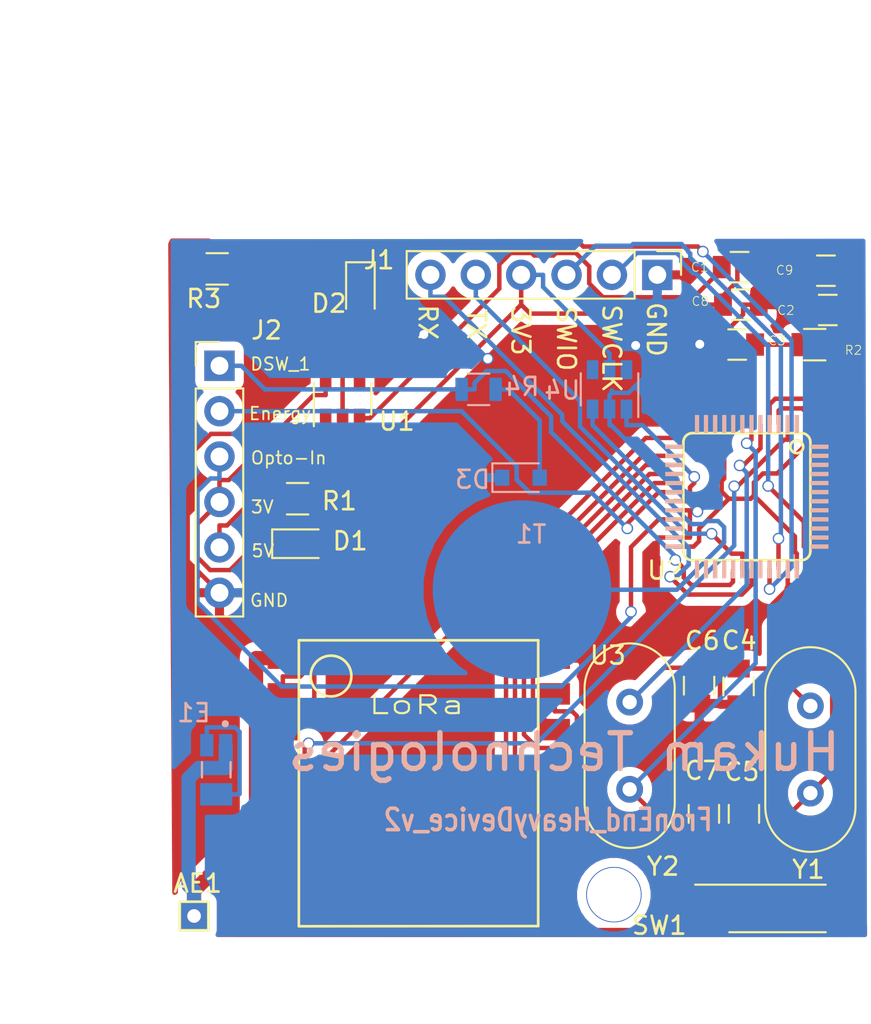
<source format=kicad_pcb>
(kicad_pcb (version 20171130) (host pcbnew 5.1.7-a382d34a8~88~ubuntu18.04.1)

  (general
    (thickness 1.6)
    (drawings 21)
    (tracks 477)
    (zones 0)
    (modules 29)
    (nets 56)
  )

  (page A4)
  (layers
    (0 F.Cu signal)
    (31 B.Cu signal)
    (32 B.Adhes user)
    (33 F.Adhes user)
    (34 B.Paste user)
    (35 F.Paste user)
    (36 B.SilkS user)
    (37 F.SilkS user)
    (38 B.Mask user)
    (39 F.Mask user)
    (40 Dwgs.User user)
    (41 Cmts.User user)
    (42 Eco1.User user)
    (43 Eco2.User user)
    (44 Edge.Cuts user)
    (45 Margin user)
    (46 B.CrtYd user)
    (47 F.CrtYd user)
    (48 B.Fab user)
    (49 F.Fab user)
  )

  (setup
    (last_trace_width 0.25)
    (trace_clearance 0.25)
    (zone_clearance 0.508)
    (zone_45_only no)
    (trace_min 0.2)
    (via_size 0.65)
    (via_drill 0.5)
    (via_min_size 0.4)
    (via_min_drill 0.3)
    (user_via 0.65 0.5)
    (uvia_size 0.65)
    (uvia_drill 0.5)
    (uvias_allowed no)
    (uvia_min_size 0.2)
    (uvia_min_drill 0.1)
    (edge_width 0.05)
    (segment_width 0.2)
    (pcb_text_width 0.3)
    (pcb_text_size 1.5 1.5)
    (mod_edge_width 0.12)
    (mod_text_size 1 1)
    (mod_text_width 0.15)
    (pad_size 1.524 1.524)
    (pad_drill 0.762)
    (pad_to_mask_clearance 0.05)
    (aux_axis_origin 0 0)
    (visible_elements FFFFFF7F)
    (pcbplotparams
      (layerselection 0x3f3ff_ffffffff)
      (usegerberextensions true)
      (usegerberattributes false)
      (usegerberadvancedattributes false)
      (creategerberjobfile true)
      (excludeedgelayer true)
      (linewidth 0.150000)
      (plotframeref false)
      (viasonmask false)
      (mode 1)
      (useauxorigin false)
      (hpglpennumber 1)
      (hpglpenspeed 20)
      (hpglpendiameter 15.000000)
      (psnegative false)
      (psa4output false)
      (plotreference true)
      (plotvalue false)
      (plotinvisibletext false)
      (padsonsilk false)
      (subtractmaskfromsilk false)
      (outputformat 1)
      (mirror false)
      (drillshape 0)
      (scaleselection 1)
      (outputdirectory "FrontEnd_HeavyDevice_v2_Gerber/"))
  )

  (net 0 "")
  (net 1 "Net-(AE1-Pad1)")
  (net 2 /5V)
  (net 3 /GND)
  (net 4 /VCC3V3)
  (net 5 /RESET)
  (net 6 /PC14)
  (net 7 /PC15)
  (net 8 /OSCIN)
  (net 9 /OSCOUT)
  (net 10 "Net-(D1-Pad2)")
  (net 11 "Net-(D2-Pad2)")
  (net 12 /RX0)
  (net 13 /TX0)
  (net 14 /SWIO)
  (net 15 /SWCLK)
  (net 16 /DSW_1)
  (net 17 /Opto_IN)
  (net 18 /Energy)
  (net 19 "Net-(R3-Pad2)")
  (net 20 "Net-(U1-Pad4)")
  (net 21 /NSS)
  (net 22 /Reset_Lora)
  (net 23 /DIO0)
  (net 24 "Net-(U2-Pad26)")
  (net 25 "Net-(U2-Pad27)")
  (net 26 "Net-(U2-Pad28)")
  (net 27 "Net-(U2-Pad32)")
  (net 28 /SCK)
  (net 29 /MISO)
  (net 30 /MOSI)
  (net 31 "Net-(U2-Pad42)")
  (net 32 "Net-(U2-Pad43)")
  (net 33 "Net-(U2-Pad45)")
  (net 34 "Net-(U2-Pad46)")
  (net 35 /Touch_1)
  (net 36 "Net-(U3-Pad7)")
  (net 37 "Net-(U3-Pad8)")
  (net 38 "Net-(U3-Pad10)")
  (net 39 "Net-(U3-Pad11)")
  (net 40 "Net-(T1-Pad1)")
  (net 41 "Net-(U4-Pad4)")
  (net 42 "Net-(U4-Pad6)")
  (net 43 "Net-(D3-Pad2)")
  (net 44 "Net-(U2-Pad38)")
  (net 45 "Net-(U2-Pad1)")
  (net 46 "Net-(U2-Pad11)")
  (net 47 "Net-(U2-Pad12)")
  (net 48 "Net-(U2-Pad13)")
  (net 49 "Net-(U2-Pad22)")
  (net 50 "Net-(U2-Pad39)")
  (net 51 "Net-(U2-Pad40)")
  (net 52 "Net-(U2-Pad41)")
  (net 53 "Net-(U2-Pad25)")
  (net 54 "Net-(U3-Pad6)")
  (net 55 "Net-(E1-Pad2)")

  (net_class Default "This is the default net class."
    (clearance 0.25)
    (trace_width 0.25)
    (via_dia 0.65)
    (via_drill 0.5)
    (uvia_dia 0.65)
    (uvia_drill 0.5)
    (diff_pair_width 0.5)
    (diff_pair_gap 0.5)
    (add_net /5V)
    (add_net /DIO0)
    (add_net /DSW_1)
    (add_net /Energy)
    (add_net /GND)
    (add_net /MISO)
    (add_net /MOSI)
    (add_net /NSS)
    (add_net /OSCIN)
    (add_net /OSCOUT)
    (add_net /Opto_IN)
    (add_net /PC14)
    (add_net /PC15)
    (add_net /RESET)
    (add_net /RX0)
    (add_net /Reset_Lora)
    (add_net /SCK)
    (add_net /SWCLK)
    (add_net /SWIO)
    (add_net /TX0)
    (add_net /Touch_1)
    (add_net /VCC3V3)
    (add_net "Net-(D1-Pad2)")
    (add_net "Net-(D2-Pad2)")
    (add_net "Net-(D3-Pad2)")
    (add_net "Net-(E1-Pad2)")
    (add_net "Net-(R3-Pad2)")
    (add_net "Net-(T1-Pad1)")
    (add_net "Net-(U1-Pad4)")
    (add_net "Net-(U2-Pad1)")
    (add_net "Net-(U2-Pad11)")
    (add_net "Net-(U2-Pad12)")
    (add_net "Net-(U2-Pad13)")
    (add_net "Net-(U2-Pad22)")
    (add_net "Net-(U2-Pad25)")
    (add_net "Net-(U2-Pad26)")
    (add_net "Net-(U2-Pad27)")
    (add_net "Net-(U2-Pad28)")
    (add_net "Net-(U2-Pad32)")
    (add_net "Net-(U2-Pad38)")
    (add_net "Net-(U2-Pad39)")
    (add_net "Net-(U2-Pad40)")
    (add_net "Net-(U2-Pad41)")
    (add_net "Net-(U2-Pad42)")
    (add_net "Net-(U2-Pad43)")
    (add_net "Net-(U2-Pad45)")
    (add_net "Net-(U2-Pad46)")
    (add_net "Net-(U3-Pad10)")
    (add_net "Net-(U3-Pad11)")
    (add_net "Net-(U3-Pad6)")
    (add_net "Net-(U3-Pad7)")
    (add_net "Net-(U3-Pad8)")
    (add_net "Net-(U4-Pad4)")
    (add_net "Net-(U4-Pad6)")
  )

  (net_class Antenna ""
    (clearance 0.25)
    (trace_width 0.8)
    (via_dia 0.65)
    (via_drill 0.5)
    (uvia_dia 0.65)
    (uvia_drill 0.5)
    (diff_pair_width 0.5)
    (diff_pair_gap 0.5)
    (add_net "Net-(AE1-Pad1)")
  )

  (module Custom_Libraries:MountingHole_2.5mm (layer F.Cu) (tedit 611FEAEF) (tstamp 6133C69C)
    (at 120.792 116.51)
    (descr "Mounting Hole 2.2mm, no annular, M2")
    (tags "mounting hole 2.2mm no annular m2")
    (fp_text reference M2 (at 0 -3.2) (layer F.SilkS) hide
      (effects (font (size 1 1) (thickness 0.15)))
    )
    (fp_text value MountingHole_2.1mm (at 0 3.2 unlocked) (layer F.Fab) hide
      (effects (font (size 1 1) (thickness 0.15)))
    )
    (fp_line (start 0 1.27) (end 0 -1.27) (layer Dwgs.User) (width 0.05))
    (fp_line (start -1.27 0) (end 1.27 0) (layer Dwgs.User) (width 0.05))
    (pad "" thru_hole circle (at 0 0) (size 3.1 3.1) (drill 3) (layers *.Cu *.Mask))
  )

  (module Custom_Libraries:XCVR_YC0009AA (layer B.Cu) (tedit 61252AC3) (tstamp 6133BF55)
    (at 98.5291 109.525 270)
    (path /61256CD1)
    (fp_text reference E1 (at -3.18262 1.2573 180) (layer B.SilkS)
      (effects (font (size 1 1) (thickness 0.15)) (justify mirror))
    )
    (fp_text value YC0009AA (at 5.755 -2.135 90) (layer F.Fab) hide
      (effects (font (size 1 1) (thickness 0.15)))
    )
    (fp_poly (pts (xy 0.745 -0.895) (xy -0.745 -0.895) (xy -0.745 -0.155) (xy -1.995 -0.155)
      (xy -1.995 0.155) (xy -0.745 0.155) (xy -0.745 0.895) (xy 0.745 0.895)) (layer Dwgs.User) (width 0.01))
    (fp_poly (pts (xy 0.745 -0.895) (xy -0.745 -0.895) (xy -0.745 -0.155) (xy -1.995 -0.155)
      (xy -1.995 0.155) (xy -0.745 0.155) (xy -0.745 0.895) (xy 0.745 0.895)) (layer Dwgs.User) (width 0.01))
    (fp_line (start -2.25 -1.15) (end -2.25 1.15) (layer B.CrtYd) (width 0.05))
    (fp_line (start 2.25 -1.15) (end -2.25 -1.15) (layer B.CrtYd) (width 0.05))
    (fp_line (start 2.25 1.15) (end 2.25 -1.15) (layer B.CrtYd) (width 0.05))
    (fp_line (start -2.25 1.15) (end 2.25 1.15) (layer B.CrtYd) (width 0.05))
    (fp_circle (center -2.576 -0.5056) (end -2.476 -0.5056) (layer B.Fab) (width 0.2))
    (fp_circle (center -2.576 -0.5056) (end -2.476 -0.5056) (layer B.SilkS) (width 0.2))
    (fp_line (start -0.43 -0.8) (end 0.43 -0.8) (layer B.SilkS) (width 0.127))
    (fp_line (start -0.43 0.8) (end 0.43 0.8) (layer B.SilkS) (width 0.127))
    (fp_line (start 1.6 0.8) (end -1.6 0.8) (layer B.Fab) (width 0.127))
    (fp_line (start 1.6 -0.8) (end 1.6 0.8) (layer B.Fab) (width 0.127))
    (fp_line (start -1.6 -0.8) (end 1.6 -0.8) (layer B.Fab) (width 0.127))
    (fp_line (start -1.6 0.8) (end -1.6 -0.8) (layer B.Fab) (width 0.127))
    (pad 3 smd rect (at -1.375 0.53 270) (size 1.25 0.74) (layers B.Cu B.Paste B.Mask)
      (net 55 "Net-(E1-Pad2)"))
    (pad 2 smd rect (at 1.375 0 270) (size 1.25 1.8) (layers B.Cu B.Paste B.Mask)
      (net 55 "Net-(E1-Pad2)"))
    (pad 1 smd rect (at -1.375 -0.53 270) (size 1.25 0.74) (layers B.Cu B.Paste B.Mask)
      (net 1 "Net-(AE1-Pad1)"))
  )

  (module Pin_Headers:PinHeader_1x06_P2.54mm_Vertical (layer F.Cu) (tedit 59FED5CC) (tstamp 60FC17E5)
    (at 98.71 86.92)
    (descr "Through hole straight pin header, 1x06, 2.54mm pitch, single row")
    (tags "Through hole pin header THT 1x06 2.54mm single row")
    (path /611342A7)
    (fp_text reference J2 (at 2.636 -1.98748 180) (layer F.SilkS)
      (effects (font (size 1 1) (thickness 0.15)))
    )
    (fp_text value Conn_01x06_Female (at 0 15.03 180) (layer F.Fab) hide
      (effects (font (size 1 1) (thickness 0.15)))
    )
    (fp_line (start 1.8 -1.8) (end -1.8 -1.8) (layer F.CrtYd) (width 0.05))
    (fp_line (start 1.8 14.5) (end 1.8 -1.8) (layer F.CrtYd) (width 0.05))
    (fp_line (start -1.8 14.5) (end 1.8 14.5) (layer F.CrtYd) (width 0.05))
    (fp_line (start -1.8 -1.8) (end -1.8 14.5) (layer F.CrtYd) (width 0.05))
    (fp_line (start -1.33 -1.33) (end 0 -1.33) (layer F.SilkS) (width 0.12))
    (fp_line (start -1.33 0) (end -1.33 -1.33) (layer F.SilkS) (width 0.12))
    (fp_line (start -1.33 1.27) (end 1.33 1.27) (layer F.SilkS) (width 0.12))
    (fp_line (start 1.33 1.27) (end 1.33 14.03) (layer F.SilkS) (width 0.12))
    (fp_line (start -1.33 1.27) (end -1.33 14.03) (layer F.SilkS) (width 0.12))
    (fp_line (start -1.33 14.03) (end 1.33 14.03) (layer F.SilkS) (width 0.12))
    (fp_line (start -1.27 -0.635) (end -0.635 -1.27) (layer F.Fab) (width 0.1))
    (fp_line (start -1.27 13.97) (end -1.27 -0.635) (layer F.Fab) (width 0.1))
    (fp_line (start 1.27 13.97) (end -1.27 13.97) (layer F.Fab) (width 0.1))
    (fp_line (start 1.27 -1.27) (end 1.27 13.97) (layer F.Fab) (width 0.1))
    (fp_line (start -0.635 -1.27) (end 1.27 -1.27) (layer F.Fab) (width 0.1))
    (fp_text user %R (at 0 6.35 -90) (layer F.Fab) hide
      (effects (font (size 1 1) (thickness 0.15)))
    )
    (pad 6 thru_hole oval (at 0 12.7) (size 1.7 1.7) (drill 1) (layers *.Cu *.Mask)
      (net 3 /GND))
    (pad 5 thru_hole oval (at 0 10.16) (size 1.7 1.7) (drill 1) (layers *.Cu *.Mask)
      (net 2 /5V))
    (pad 4 thru_hole oval (at 0 7.62) (size 1.7 1.7) (drill 1) (layers *.Cu *.Mask)
      (net 4 /VCC3V3))
    (pad 3 thru_hole oval (at 0 5.08) (size 1.7 1.7) (drill 1) (layers *.Cu *.Mask)
      (net 17 /Opto_IN))
    (pad 2 thru_hole oval (at 0 2.54) (size 1.7 1.7) (drill 1) (layers *.Cu *.Mask)
      (net 18 /Energy))
    (pad 1 thru_hole rect (at 0 0) (size 1.7 1.7) (drill 1) (layers *.Cu *.Mask)
      (net 16 /DSW_1))
    (model ${KISYS3DMOD}/Connector_PinHeader_2.54mm.3dshapes/PinHeader_1x06_P2.54mm_Vertical.wrl
      (at (xyz 0 0 0))
      (scale (xyz 1 1 1))
      (rotate (xyz 0 0 0))
    )
  )

  (module Pin_Headers:Pin_Header_Straight_1x06_Pitch2.54mm (layer F.Cu) (tedit 59650532) (tstamp 611E85D0)
    (at 123.223 81.8337 270)
    (descr "Through hole straight pin header, 1x06, 2.54mm pitch, single row")
    (tags "Through hole pin header THT 1x06 2.54mm single row")
    (path /5F84F8FA)
    (fp_text reference J1 (at -0.83058 15.58036) (layer F.SilkS)
      (effects (font (size 1 1) (thickness 0.15)))
    )
    (fp_text value Conn_01x06_Female (at 0 15.03 270) (layer F.Fab) hide
      (effects (font (size 1 1) (thickness 0.15)))
    )
    (fp_line (start -0.635 -1.27) (end 1.27 -1.27) (layer F.Fab) (width 0.1))
    (fp_line (start 1.27 -1.27) (end 1.27 13.97) (layer F.Fab) (width 0.1))
    (fp_line (start 1.27 13.97) (end -1.27 13.97) (layer F.Fab) (width 0.1))
    (fp_line (start -1.27 13.97) (end -1.27 -0.635) (layer F.Fab) (width 0.1))
    (fp_line (start -1.27 -0.635) (end -0.635 -1.27) (layer F.Fab) (width 0.1))
    (fp_line (start -1.33 14.03) (end 1.33 14.03) (layer F.SilkS) (width 0.12))
    (fp_line (start -1.33 1.27) (end -1.33 14.03) (layer F.SilkS) (width 0.12))
    (fp_line (start 1.33 1.27) (end 1.33 14.03) (layer F.SilkS) (width 0.12))
    (fp_line (start -1.33 1.27) (end 1.33 1.27) (layer F.SilkS) (width 0.12))
    (fp_line (start -1.33 0) (end -1.33 -1.33) (layer F.SilkS) (width 0.12))
    (fp_line (start -1.33 -1.33) (end 0 -1.33) (layer F.SilkS) (width 0.12))
    (fp_line (start -1.8 -1.8) (end -1.8 14.5) (layer F.CrtYd) (width 0.05))
    (fp_line (start -1.8 14.5) (end 1.8 14.5) (layer F.CrtYd) (width 0.05))
    (fp_line (start 1.8 14.5) (end 1.8 -1.8) (layer F.CrtYd) (width 0.05))
    (fp_line (start 1.8 -1.8) (end -1.8 -1.8) (layer F.CrtYd) (width 0.05))
    (fp_text user %R (at 0 6.35 180) (layer F.Fab) hide
      (effects (font (size 1 1) (thickness 0.15)))
    )
    (pad 6 thru_hole oval (at 0 12.7 270) (size 1.7 1.7) (drill 1) (layers *.Cu *.Mask)
      (net 12 /RX0))
    (pad 5 thru_hole oval (at 0 10.16 270) (size 1.7 1.7) (drill 1) (layers *.Cu *.Mask)
      (net 13 /TX0))
    (pad 4 thru_hole oval (at 0 7.62 270) (size 1.7 1.7) (drill 1) (layers *.Cu *.Mask)
      (net 4 /VCC3V3))
    (pad 3 thru_hole oval (at 0 5.08 270) (size 1.7 1.7) (drill 1) (layers *.Cu *.Mask)
      (net 14 /SWIO))
    (pad 2 thru_hole oval (at 0 2.54 270) (size 1.7 1.7) (drill 1) (layers *.Cu *.Mask)
      (net 15 /SWCLK))
    (pad 1 thru_hole rect (at 0 0 270) (size 1.7 1.7) (drill 1) (layers *.Cu *.Mask)
      (net 3 /GND))
    (model ${KISYS3DMOD}/Pin_Headers.3dshapes/Pin_Header_Straight_1x06_Pitch2.54mm.wrl
      (at (xyz 0 0 0))
      (scale (xyz 1 1 1))
      (rotate (xyz 0 0 0))
    )
  )

  (module "Custom_Libraries:STM32(LQFP48)" (layer F.Cu) (tedit 5F81CC1C) (tstamp 5F487A12)
    (at 128.748 93.7362 270)
    (descr STM32)
    (tags STM32)
    (path /5F47C321)
    (attr smd)
    (fp_text reference U2 (at 4.63042 5.07998) (layer F.SilkS)
      (effects (font (size 1 1) (thickness 0.15)))
    )
    (fp_text value STM32 (at 0.762 0 90) (layer F.Fab) hide
      (effects (font (size 0.5 0.3) (thickness 0.075)))
    )
    (fp_line (start -3.048 -2.54) (end -3.048 3.556) (layer F.SilkS) (width 0.15))
    (fp_line (start -2.54 4.064) (end 3.556 4.064) (layer F.SilkS) (width 0.15))
    (fp_line (start 4.064 3.556) (end 4.064 -2.54) (layer F.SilkS) (width 0.15))
    (fp_line (start 3.556 -3.048) (end -2.54 -3.048) (layer F.SilkS) (width 0.15))
    (fp_circle (center -2.286 -2.286) (end -2.032 -2.032) (layer F.SilkS) (width 0.15))
    (fp_arc (start 3.556 3.556) (end 4.064 3.556) (angle 90) (layer F.SilkS) (width 0.15))
    (fp_arc (start -2.54 3.556) (end -2.54 4.064) (angle 90) (layer F.SilkS) (width 0.15))
    (fp_arc (start 3.556 -2.54) (end 3.556 -3.048) (angle 90) (layer F.SilkS) (width 0.15))
    (fp_arc (start -2.54 -2.54) (end -3.048 -2.54) (angle 90) (layer F.SilkS) (width 0.15))
    (pad 38 smd rect (at 2.794 -3.556 270) (size 0.23 1) (layers *.Adhes *.Paste *.SilkS *.Mask F.Cu Dwgs.User Eco1.User Eco2.User)
      (net 44 "Net-(U2-Pad38)"))
    (pad 1 smd rect (at -3.556 -2.286 270) (size 1 0.23) (layers *.Adhes *.Paste *.SilkS *.Mask F.Cu Dwgs.User Eco1.User Eco2.User)
      (net 45 "Net-(U2-Pad1)"))
    (pad 2 smd rect (at -3.556 -1.778 270) (size 1 0.23) (layers *.Adhes *.Paste *.SilkS *.Mask F.Cu Dwgs.User Eco1.User Eco2.User)
      (net 22 /Reset_Lora) (zone_connect 2))
    (pad 3 smd rect (at -3.556 -1.27 270) (size 1 0.23) (layers *.Adhes *.Paste *.SilkS *.Mask F.Cu Dwgs.User Eco1.User Eco2.User)
      (net 6 /PC14))
    (pad 4 smd rect (at -3.556 -0.762 270) (size 1 0.23) (layers *.Adhes *.Paste *.SilkS *.Mask F.Cu Dwgs.User Eco1.User Eco2.User)
      (net 7 /PC15))
    (pad 5 smd rect (at -3.556 -0.254 270) (size 1 0.23) (layers *.Adhes *.Paste *.SilkS *.Mask F.Cu Dwgs.User Eco1.User Eco2.User)
      (net 8 /OSCIN))
    (pad 6 smd rect (at -3.556 0.254 270) (size 1 0.23) (layers *.Adhes *.Paste *.SilkS *.Mask F.Cu Dwgs.User Eco1.User Eco2.User)
      (net 9 /OSCOUT))
    (pad 7 smd rect (at -3.556 0.762 270) (size 1 0.23) (layers *.Adhes *.Paste *.SilkS *.Mask F.Cu Dwgs.User Eco1.User Eco2.User)
      (net 5 /RESET))
    (pad 8 smd rect (at -3.556 1.27 270) (size 1 0.23) (layers *.Adhes *.Paste *.SilkS *.Mask F.Cu Dwgs.User Eco1.User Eco2.User)
      (net 3 /GND))
    (pad 9 smd rect (at -3.556 1.778 270) (size 1 0.23) (layers *.Adhes *.Paste *.SilkS *.Mask F.Cu Dwgs.User Eco1.User Eco2.User)
      (net 4 /VCC3V3))
    (pad 10 smd rect (at -3.556 2.286 270) (size 1 0.23) (layers *.Adhes *.Paste *.SilkS *.Mask F.Cu Dwgs.User Eco1.User Eco2.User)
      (net 23 /DIO0))
    (pad 11 smd rect (at -3.556 2.794 270) (size 1 0.23) (layers *.Adhes *.Paste *.SilkS *.Mask F.Cu Dwgs.User Eco1.User Eco2.User)
      (net 46 "Net-(U2-Pad11)"))
    (pad 12 smd rect (at -3.556 3.302 270) (size 1 0.23) (layers *.Adhes *.Paste *.SilkS *.Mask F.Cu Dwgs.User Eco1.User Eco2.User)
      (net 47 "Net-(U2-Pad12)"))
    (pad 13 smd rect (at -2.286 4.572 270) (size 0.23 1) (layers *.Adhes *.Paste *.SilkS *.Mask F.Cu Dwgs.User Eco1.User Eco2.User)
      (net 48 "Net-(U2-Pad13)"))
    (pad 14 smd rect (at -1.778 4.572 270) (size 0.23 1) (layers *.Adhes *.Paste *.SilkS *.Mask F.Cu Dwgs.User Eco1.User Eco2.User)
      (net 21 /NSS))
    (pad 16 smd rect (at -0.762 4.572 270) (size 0.23 1) (layers *.Adhes *.Paste *.SilkS *.Mask F.Cu Dwgs.User Eco1.User Eco2.User)
      (net 29 /MISO))
    (pad 17 smd rect (at -0.254 4.572 270) (size 0.23 1) (layers *.Adhes *.Paste *.SilkS *.Mask F.Cu Dwgs.User Eco1.User Eco2.User)
      (net 30 /MOSI))
    (pad 18 smd rect (at 0.254 4.572 270) (size 0.23 1) (layers *.Adhes *.Paste *.SilkS *.Mask F.Cu Dwgs.User Eco1.User Eco2.User)
      (net 18 /Energy))
    (pad 19 smd rect (at 0.762 4.572 270) (size 0.23 1) (layers *.Adhes *.Paste *.SilkS *.Mask F.Cu Dwgs.User Eco1.User Eco2.User)
      (net 35 /Touch_1))
    (pad 20 smd rect (at 1.27 4.572 270) (size 0.23 1) (layers *.Adhes *.Paste *.SilkS *.Mask F.Cu Dwgs.User Eco1.User Eco2.User)
      (net 3 /GND))
    (pad 21 smd rect (at 1.778 4.572 270) (size 0.23 1) (layers *.Adhes *.Paste *.SilkS *.Mask F.Cu Dwgs.User Eco1.User Eco2.User)
      (net 17 /Opto_IN))
    (pad 22 smd rect (at 2.286 4.572 270) (size 0.23 1) (layers *.Adhes *.Paste *.SilkS *.Mask F.Cu Dwgs.User Eco1.User Eco2.User)
      (net 49 "Net-(U2-Pad22)"))
    (pad 23 smd rect (at 2.794 4.572 270) (size 0.23 1) (layers *.Adhes *.Paste *.SilkS *.Mask F.Cu Dwgs.User Eco1.User Eco2.User)
      (net 3 /GND))
    (pad 24 smd rect (at 3.302 4.572 270) (size 0.23 1) (layers *.Adhes *.Paste *.SilkS *.Mask F.Cu Dwgs.User Eco1.User Eco2.User)
      (net 4 /VCC3V3))
    (pad 26 smd rect (at 4.572 2.794 270) (size 1 0.23) (layers *.Adhes *.Paste *.SilkS *.Mask F.Cu Dwgs.User Eco1.User Eco2.User)
      (net 24 "Net-(U2-Pad26)"))
    (pad 27 smd rect (at 4.572 2.286 270) (size 1 0.23) (layers *.Adhes *.Paste *.SilkS *.Mask F.Cu Dwgs.User Eco1.User Eco2.User)
      (net 25 "Net-(U2-Pad27)"))
    (pad 28 smd rect (at 4.572 1.778 270) (size 1 0.23) (layers *.Adhes *.Paste *.SilkS *.Mask F.Cu Dwgs.User Eco1.User Eco2.User)
      (net 26 "Net-(U2-Pad28)"))
    (pad 29 smd rect (at 4.572 1.27 270) (size 1 0.23) (layers *.Adhes *.Paste *.SilkS *.Mask F.Cu Dwgs.User Eco1.User Eco2.User)
      (net 16 /DSW_1))
    (pad 30 smd rect (at 4.572 0.762 270) (size 1 0.23) (layers *.Adhes *.Paste *.SilkS *.Mask F.Cu Dwgs.User Eco1.User Eco2.User)
      (net 13 /TX0))
    (pad 31 smd rect (at 4.572 0.254 270) (size 1 0.23) (layers *.Adhes *.Paste *.SilkS *.Mask F.Cu Dwgs.User Eco1.User Eco2.User)
      (net 12 /RX0))
    (pad 32 smd rect (at 4.572 -0.254 270) (size 1 0.23) (layers *.Adhes *.Paste *.SilkS *.Mask F.Cu Dwgs.User Eco1.User Eco2.User)
      (net 27 "Net-(U2-Pad32)"))
    (pad 33 smd rect (at 4.572 -0.762 270) (size 1 0.23) (layers *.Adhes *.Paste *.SilkS *.Mask F.Cu Dwgs.User Eco1.User Eco2.User)
      (net 19 "Net-(R3-Pad2)"))
    (pad 34 smd rect (at 4.572 -1.27 270) (size 1 0.23) (layers *.Adhes *.Paste *.SilkS *.Mask F.Cu Dwgs.User Eco1.User Eco2.User)
      (net 14 /SWIO))
    (pad 35 smd rect (at 4.572 -1.778 270) (size 1 0.23) (layers *.Adhes *.Paste *.SilkS *.Mask F.Cu Dwgs.User Eco1.User Eco2.User)
      (net 3 /GND))
    (pad 36 smd rect (at 4.572 -2.286 270) (size 1 0.23) (layers *.Adhes *.Paste *.SilkS *.Mask F.Cu Dwgs.User Eco1.User Eco2.User)
      (net 4 /VCC3V3))
    (pad 37 smd rect (at 3.302 -3.556 270) (size 0.23 1) (layers *.Adhes *.Paste *.SilkS *.Mask F.Cu Dwgs.User Eco1.User Eco2.User)
      (net 15 /SWCLK))
    (pad 39 smd rect (at 2.286 -3.556 270) (size 0.23 1) (layers *.Adhes *.Paste *.SilkS *.Mask F.Cu Dwgs.User Eco1.User Eco2.User)
      (net 50 "Net-(U2-Pad39)"))
    (pad 40 smd rect (at 1.778 -3.556 270) (size 0.23 1) (layers *.Adhes *.Paste *.SilkS *.Mask F.Cu Dwgs.User Eco1.User Eco2.User)
      (net 51 "Net-(U2-Pad40)"))
    (pad 41 smd rect (at 1.27 -3.556 270) (size 0.23 1) (layers *.Adhes *.Paste *.SilkS *.Mask F.Cu Dwgs.User Eco1.User Eco2.User)
      (net 52 "Net-(U2-Pad41)"))
    (pad 42 smd rect (at 0.762 -3.556 270) (size 0.23 1) (layers *.Adhes *.Paste *.SilkS *.Mask F.Cu Dwgs.User Eco1.User Eco2.User)
      (net 31 "Net-(U2-Pad42)"))
    (pad 43 smd rect (at 0.254 -3.556 270) (size 0.23 1) (layers *.Adhes *.Paste *.SilkS *.Mask F.Cu Dwgs.User Eco1.User Eco2.User)
      (net 32 "Net-(U2-Pad43)"))
    (pad 44 smd rect (at -0.254 -3.556 270) (size 0.23 1) (layers *.Adhes *.Paste *.SilkS *.Mask F.Cu Dwgs.User Eco1.User Eco2.User)
      (net 3 /GND))
    (pad 45 smd rect (at -0.762 -3.556 270) (size 0.23 1) (layers *.Adhes *.Paste *.SilkS *.Mask F.Cu Dwgs.User Eco1.User Eco2.User)
      (net 33 "Net-(U2-Pad45)"))
    (pad 46 smd rect (at -1.27 -3.556 270) (size 0.23 1) (layers *.Adhes *.Paste *.SilkS *.Mask F.Cu Dwgs.User Eco1.User Eco2.User)
      (net 34 "Net-(U2-Pad46)"))
    (pad 47 smd rect (at -1.778 -3.556 270) (size 0.23 1) (layers *.Adhes *.Paste *.SilkS *.Mask F.Cu Dwgs.User Eco1.User Eco2.User)
      (net 3 /GND))
    (pad 48 smd rect (at -2.286 -3.556 270) (size 0.23 1) (layers *.Adhes *.Paste *.SilkS *.Mask F.Cu Dwgs.User Eco1.User Eco2.User)
      (net 4 /VCC3V3))
    (pad 25 smd rect (at 4.572 3.302 270) (size 1 0.23) (layers *.Adhes *.Paste *.SilkS *.Mask F.Cu Dwgs.User Eco1.User Eco2.User)
      (net 53 "Net-(U2-Pad25)"))
    (pad 15 smd rect (at -1.27 4.572 270) (size 0.23 1) (layers *.Adhes *.Paste *.SilkS *.Mask F.Cu Dwgs.User Eco1.User Eco2.User)
      (net 28 /SCK))
  )

  (module Resistors_SMD:R_0805 (layer B.Cu) (tedit 58E0A804) (tstamp 5F4B90AD)
    (at 113.22 88.24 180)
    (descr "Resistor SMD 0805, reflow soldering, Vishay (see dcrcw.pdf)")
    (tags "resistor 0805")
    (path /5F4C861D)
    (attr smd)
    (fp_text reference R4 (at -2.42316 0.14986 180) (layer B.SilkS)
      (effects (font (size 1 1) (thickness 0.15)) (justify mirror))
    )
    (fp_text value "510 R" (at 0 -1.75 180) (layer B.Fab) hide
      (effects (font (size 1 1) (thickness 0.15)) (justify mirror))
    )
    (fp_line (start 1.55 -0.9) (end -1.55 -0.9) (layer B.CrtYd) (width 0.05))
    (fp_line (start 1.55 -0.9) (end 1.55 0.9) (layer B.CrtYd) (width 0.05))
    (fp_line (start -1.55 0.9) (end -1.55 -0.9) (layer B.CrtYd) (width 0.05))
    (fp_line (start -1.55 0.9) (end 1.55 0.9) (layer B.CrtYd) (width 0.05))
    (fp_line (start -0.6 0.88) (end 0.6 0.88) (layer B.SilkS) (width 0.12))
    (fp_line (start 0.6 -0.88) (end -0.6 -0.88) (layer B.SilkS) (width 0.12))
    (fp_line (start -1 0.62) (end 1 0.62) (layer B.Fab) (width 0.1))
    (fp_line (start 1 0.62) (end 1 -0.62) (layer B.Fab) (width 0.1))
    (fp_line (start 1 -0.62) (end -1 -0.62) (layer B.Fab) (width 0.1))
    (fp_line (start -1 -0.62) (end -1 0.62) (layer B.Fab) (width 0.1))
    (fp_text user %R (at 0 0 180) (layer B.Fab) hide
      (effects (font (size 0.5 0.5) (thickness 0.075)) (justify mirror))
    )
    (pad 1 smd rect (at -0.95 0 180) (size 0.7 1.3) (layers B.Cu B.Paste B.Mask)
      (net 43 "Net-(D3-Pad2)"))
    (pad 2 smd rect (at 0.95 0 180) (size 0.7 1.3) (layers B.Cu B.Paste B.Mask)
      (net 16 /DSW_1))
    (model ${KISYS3DMOD}/Resistors_SMD.3dshapes/R_0805.wrl
      (at (xyz 0 0 0))
      (scale (xyz 1 1 1))
      (rotate (xyz 0 0 0))
    )
  )

  (module Diodes_SMD:D_0805 (layer B.Cu) (tedit 590CE9A4) (tstamp 5F4B8FD7)
    (at 115.59 93.1799)
    (descr "Diode SMD in 0805 package http://datasheets.avx.com/schottky.pdf")
    (tags "smd diode")
    (path /5F4C8627)
    (attr smd)
    (fp_text reference D3 (at -2.70764 0.10414) (layer B.SilkS)
      (effects (font (size 1 1) (thickness 0.15)) (justify mirror))
    )
    (fp_text value LED (at 0 -1.7) (layer B.Fab) hide
      (effects (font (size 1 1) (thickness 0.15)) (justify mirror))
    )
    (fp_line (start -1.6 0.8) (end 1 0.8) (layer B.SilkS) (width 0.12))
    (fp_line (start -1.6 -0.8) (end 1 -0.8) (layer B.SilkS) (width 0.12))
    (fp_line (start -1 0.65) (end 1 0.65) (layer B.Fab) (width 0.1))
    (fp_line (start 1 0.65) (end 1 -0.65) (layer B.Fab) (width 0.1))
    (fp_line (start 1 -0.65) (end -1 -0.65) (layer B.Fab) (width 0.1))
    (fp_line (start -1 -0.65) (end -1 0.65) (layer B.Fab) (width 0.1))
    (fp_line (start 0.2 0.2) (end -0.1 0) (layer B.Fab) (width 0.1))
    (fp_line (start -0.1 0) (end 0.2 -0.2) (layer B.Fab) (width 0.1))
    (fp_line (start 0.2 -0.2) (end 0.2 0.2) (layer B.Fab) (width 0.1))
    (fp_line (start -0.1 0.2) (end -0.1 -0.2) (layer B.Fab) (width 0.1))
    (fp_line (start -0.1 0) (end -0.3 0) (layer B.Fab) (width 0.1))
    (fp_line (start 0.2 0) (end 0.4 0) (layer B.Fab) (width 0.1))
    (fp_line (start -1.7 0.88) (end 1.7 0.88) (layer B.CrtYd) (width 0.05))
    (fp_line (start 1.7 0.88) (end 1.7 -0.88) (layer B.CrtYd) (width 0.05))
    (fp_line (start 1.7 -0.88) (end -1.7 -0.88) (layer B.CrtYd) (width 0.05))
    (fp_line (start -1.7 -0.88) (end -1.7 0.88) (layer B.CrtYd) (width 0.05))
    (fp_line (start -1.6 0.8) (end -1.6 -0.8) (layer B.SilkS) (width 0.12))
    (fp_text user %R (at 0 1.6) (layer B.Fab) hide
      (effects (font (size 1 1) (thickness 0.15)) (justify mirror))
    )
    (pad 1 smd rect (at -1.05 0) (size 0.8 0.9) (layers B.Cu B.Paste B.Mask)
      (net 3 /GND))
    (pad 2 smd rect (at 1.05 0) (size 0.8 0.9) (layers B.Cu B.Paste B.Mask)
      (net 43 "Net-(D3-Pad2)"))
    (model ${KISYS3DMOD}/Diodes_SMD.3dshapes/D_0805.wrl
      (at (xyz 0 0 0))
      (scale (xyz 1 1 1))
      (rotate (xyz 0 0 0))
    )
  )

  (module Custom_Libraries:Anntenna (layer F.Cu) (tedit 5F48888E) (tstamp 5F4877FC)
    (at 97.2871 117.704)
    (descr "module 1 pin (ou trou mecanique de percage)")
    (tags DEV)
    (path /5F2C5F88)
    (fp_text reference AE1 (at 0.20066 -1.82372) (layer F.SilkS)
      (effects (font (size 1 1) (thickness 0.15)))
    )
    (fp_text value Antenna (at 0.24892 3.74904) (layer F.Fab) hide
      (effects (font (size 1 1) (thickness 0.15)))
    )
    (fp_line (start -0.8 -0.8) (end 0.8 -0.8) (layer F.SilkS) (width 0.15))
    (fp_line (start 0.8 -0.8) (end 0.8 0.8) (layer F.SilkS) (width 0.15))
    (fp_line (start 0.8 0.8) (end -0.8 0.8) (layer F.SilkS) (width 0.15))
    (fp_line (start -0.8 0.8) (end -0.8 -0.8) (layer F.SilkS) (width 0.15))
    (pad 1 thru_hole rect (at 0 0) (size 1.524 1.524) (drill 0.762) (layers *.Cu *.Mask)
      (net 1 "Net-(AE1-Pad1)"))
  )

  (module Custom_Libraries:Touch_Pad (layer B.Cu) (tedit 5F487CA3) (tstamp 5F4882A7)
    (at 115.65 99.45)
    (path /5F141EB5)
    (attr smd)
    (fp_text reference T1 (at 0.5 -3.1) (layer B.SilkS)
      (effects (font (size 1 1) (thickness 0.15)) (justify mirror))
    )
    (fp_text value Touch_Pad (at 0 0.5) (layer B.Fab)
      (effects (font (size 1 1) (thickness 0.15)) (justify mirror))
    )
    (pad 1 smd circle (at 0 0) (size 10 10) (layers B.Cu B.Paste B.Mask)
      (net 40 "Net-(T1-Pad1)"))
  )

  (module Capacitors_SMD:C_0805 (layer F.Cu) (tedit 58AA8463) (tstamp 5F48780D)
    (at 127.831 81.4 180)
    (descr "Capacitor SMD 0805, reflow soldering, AVX (see smccp.pdf)")
    (tags "capacitor 0805")
    (path /5F152167)
    (attr smd)
    (fp_text reference C1 (at 2.2357 -0.00512) (layer F.SilkS)
      (effects (font (size 0.5 0.5) (thickness 0.05)))
    )
    (fp_text value "100 nf" (at 0 1.75) (layer F.Fab) hide
      (effects (font (size 1 1) (thickness 0.15)))
    )
    (fp_line (start 1.75 0.87) (end -1.75 0.87) (layer F.CrtYd) (width 0.05))
    (fp_line (start 1.75 0.87) (end 1.75 -0.88) (layer F.CrtYd) (width 0.05))
    (fp_line (start -1.75 -0.88) (end -1.75 0.87) (layer F.CrtYd) (width 0.05))
    (fp_line (start -1.75 -0.88) (end 1.75 -0.88) (layer F.CrtYd) (width 0.05))
    (fp_line (start -0.5 0.85) (end 0.5 0.85) (layer F.SilkS) (width 0.12))
    (fp_line (start 0.5 -0.85) (end -0.5 -0.85) (layer F.SilkS) (width 0.12))
    (fp_line (start -1 -0.62) (end 1 -0.62) (layer F.Fab) (width 0.1))
    (fp_line (start 1 -0.62) (end 1 0.62) (layer F.Fab) (width 0.1))
    (fp_line (start 1 0.62) (end -1 0.62) (layer F.Fab) (width 0.1))
    (fp_line (start -1 0.62) (end -1 -0.62) (layer F.Fab) (width 0.1))
    (fp_text user %R (at 0 -1.5) (layer F.Fab) hide
      (effects (font (size 1 1) (thickness 0.15)))
    )
    (pad 2 smd rect (at 1 0 180) (size 1 1.25) (layers F.Cu F.Paste F.Mask)
      (net 2 /5V))
    (pad 1 smd rect (at -1 0 180) (size 1 1.25) (layers F.Cu F.Paste F.Mask)
      (net 3 /GND))
    (model Capacitors_SMD.3dshapes/C_0805.wrl
      (at (xyz 0 0 0))
      (scale (xyz 1 1 1))
      (rotate (xyz 0 0 0))
    )
  )

  (module Capacitors_SMD:C_0805 (layer F.Cu) (tedit 58AA8463) (tstamp 5F48781E)
    (at 132.768 83.8)
    (descr "Capacitor SMD 0805, reflow soldering, AVX (see smccp.pdf)")
    (tags "capacitor 0805")
    (path /5F14D815)
    (attr smd)
    (fp_text reference C2 (at -2.34442 0.01778) (layer F.SilkS)
      (effects (font (size 0.5 0.5) (thickness 0.05)))
    )
    (fp_text value "100 nf" (at 0 1.75 -180) (layer F.Fab) hide
      (effects (font (size 1 1) (thickness 0.15)))
    )
    (fp_line (start -1 0.62) (end -1 -0.62) (layer F.Fab) (width 0.1))
    (fp_line (start 1 0.62) (end -1 0.62) (layer F.Fab) (width 0.1))
    (fp_line (start 1 -0.62) (end 1 0.62) (layer F.Fab) (width 0.1))
    (fp_line (start -1 -0.62) (end 1 -0.62) (layer F.Fab) (width 0.1))
    (fp_line (start 0.5 -0.85) (end -0.5 -0.85) (layer F.SilkS) (width 0.12))
    (fp_line (start -0.5 0.85) (end 0.5 0.85) (layer F.SilkS) (width 0.12))
    (fp_line (start -1.75 -0.88) (end 1.75 -0.88) (layer F.CrtYd) (width 0.05))
    (fp_line (start -1.75 -0.88) (end -1.75 0.87) (layer F.CrtYd) (width 0.05))
    (fp_line (start 1.75 0.87) (end 1.75 -0.88) (layer F.CrtYd) (width 0.05))
    (fp_line (start 1.75 0.87) (end -1.75 0.87) (layer F.CrtYd) (width 0.05))
    (fp_text user %R (at 0 -1.5 -180) (layer F.Fab) hide
      (effects (font (size 1 1) (thickness 0.15)))
    )
    (pad 1 smd rect (at -1 0) (size 1 1.25) (layers F.Cu F.Paste F.Mask)
      (net 3 /GND))
    (pad 2 smd rect (at 1 0) (size 1 1.25) (layers F.Cu F.Paste F.Mask)
      (net 4 /VCC3V3))
    (model Capacitors_SMD.3dshapes/C_0805.wrl
      (at (xyz 0 0 0))
      (scale (xyz 1 1 1))
      (rotate (xyz 0 0 0))
    )
  )

  (module Capacitors_SMD:C_0805 (layer F.Cu) (tedit 58AA8463) (tstamp 5F48782F)
    (at 127.698 85.7326)
    (descr "Capacitor SMD 0805, reflow soldering, AVX (see smccp.pdf)")
    (tags "capacitor 0805")
    (path /5F129E71)
    (attr smd)
    (fp_text reference C3 (at 2.22504 -0.21336) (layer F.SilkS)
      (effects (font (size 0.5 0.5) (thickness 0.05)))
    )
    (fp_text value 1.0uf (at 0 1.75) (layer F.Fab) hide
      (effects (font (size 1 1) (thickness 0.15)))
    )
    (fp_line (start 1.75 0.87) (end -1.75 0.87) (layer F.CrtYd) (width 0.05))
    (fp_line (start 1.75 0.87) (end 1.75 -0.88) (layer F.CrtYd) (width 0.05))
    (fp_line (start -1.75 -0.88) (end -1.75 0.87) (layer F.CrtYd) (width 0.05))
    (fp_line (start -1.75 -0.88) (end 1.75 -0.88) (layer F.CrtYd) (width 0.05))
    (fp_line (start -0.5 0.85) (end 0.5 0.85) (layer F.SilkS) (width 0.12))
    (fp_line (start 0.5 -0.85) (end -0.5 -0.85) (layer F.SilkS) (width 0.12))
    (fp_line (start -1 -0.62) (end 1 -0.62) (layer F.Fab) (width 0.1))
    (fp_line (start 1 -0.62) (end 1 0.62) (layer F.Fab) (width 0.1))
    (fp_line (start 1 0.62) (end -1 0.62) (layer F.Fab) (width 0.1))
    (fp_line (start -1 0.62) (end -1 -0.62) (layer F.Fab) (width 0.1))
    (fp_text user %R (at 0 -1.5) (layer F.Fab) hide
      (effects (font (size 1 1) (thickness 0.15)))
    )
    (pad 2 smd rect (at 1 0) (size 1 1.25) (layers F.Cu F.Paste F.Mask)
      (net 5 /RESET))
    (pad 1 smd rect (at -1 0) (size 1 1.25) (layers F.Cu F.Paste F.Mask)
      (net 3 /GND))
    (model Capacitors_SMD.3dshapes/C_0805.wrl
      (at (xyz 0 0 0))
      (scale (xyz 1 1 1))
      (rotate (xyz 0 0 0))
    )
  )

  (module Capacitors_SMD:C_0805 (layer F.Cu) (tedit 58AA8463) (tstamp 5F487840)
    (at 127.775 104.859 270)
    (descr "Capacitor SMD 0805, reflow soldering, AVX (see smccp.pdf)")
    (tags "capacitor 0805")
    (path /5F0E9AA7)
    (attr smd)
    (fp_text reference C4 (at -2.57302 -0.03556 180) (layer F.SilkS)
      (effects (font (size 1 1) (thickness 0.15)))
    )
    (fp_text value 10pf (at 0 1.75 90) (layer F.Fab) hide
      (effects (font (size 1 1) (thickness 0.15)))
    )
    (fp_line (start -1 0.62) (end -1 -0.62) (layer F.Fab) (width 0.1))
    (fp_line (start 1 0.62) (end -1 0.62) (layer F.Fab) (width 0.1))
    (fp_line (start 1 -0.62) (end 1 0.62) (layer F.Fab) (width 0.1))
    (fp_line (start -1 -0.62) (end 1 -0.62) (layer F.Fab) (width 0.1))
    (fp_line (start 0.5 -0.85) (end -0.5 -0.85) (layer F.SilkS) (width 0.12))
    (fp_line (start -0.5 0.85) (end 0.5 0.85) (layer F.SilkS) (width 0.12))
    (fp_line (start -1.75 -0.88) (end 1.75 -0.88) (layer F.CrtYd) (width 0.05))
    (fp_line (start -1.75 -0.88) (end -1.75 0.87) (layer F.CrtYd) (width 0.05))
    (fp_line (start 1.75 0.87) (end 1.75 -0.88) (layer F.CrtYd) (width 0.05))
    (fp_line (start 1.75 0.87) (end -1.75 0.87) (layer F.CrtYd) (width 0.05))
    (fp_text user %R (at 0 -1.5 90) (layer F.Fab) hide
      (effects (font (size 1 1) (thickness 0.15)))
    )
    (pad 1 smd rect (at -1 0 270) (size 1 1.25) (layers F.Cu F.Paste F.Mask)
      (net 6 /PC14))
    (pad 2 smd rect (at 1 0 270) (size 1 1.25) (layers F.Cu F.Paste F.Mask)
      (net 3 /GND))
    (model Capacitors_SMD.3dshapes/C_0805.wrl
      (at (xyz 0 0 0))
      (scale (xyz 1 1 1))
      (rotate (xyz 0 0 0))
    )
  )

  (module Capacitors_SMD:C_0805 (layer F.Cu) (tedit 58AA8463) (tstamp 5F487851)
    (at 128.074 111.991 90)
    (descr "Capacitor SMD 0805, reflow soldering, AVX (see smccp.pdf)")
    (tags "capacitor 0805")
    (path /5F0E94E8)
    (attr smd)
    (fp_text reference C5 (at 2.3622 -0.1143 180) (layer F.SilkS)
      (effects (font (size 1 1) (thickness 0.15)))
    )
    (fp_text value 10pf (at 0 1.75 90) (layer F.Fab) hide
      (effects (font (size 1 1) (thickness 0.15)))
    )
    (fp_line (start -1 0.62) (end -1 -0.62) (layer F.Fab) (width 0.1))
    (fp_line (start 1 0.62) (end -1 0.62) (layer F.Fab) (width 0.1))
    (fp_line (start 1 -0.62) (end 1 0.62) (layer F.Fab) (width 0.1))
    (fp_line (start -1 -0.62) (end 1 -0.62) (layer F.Fab) (width 0.1))
    (fp_line (start 0.5 -0.85) (end -0.5 -0.85) (layer F.SilkS) (width 0.12))
    (fp_line (start -0.5 0.85) (end 0.5 0.85) (layer F.SilkS) (width 0.12))
    (fp_line (start -1.75 -0.88) (end 1.75 -0.88) (layer F.CrtYd) (width 0.05))
    (fp_line (start -1.75 -0.88) (end -1.75 0.87) (layer F.CrtYd) (width 0.05))
    (fp_line (start 1.75 0.87) (end 1.75 -0.88) (layer F.CrtYd) (width 0.05))
    (fp_line (start 1.75 0.87) (end -1.75 0.87) (layer F.CrtYd) (width 0.05))
    (fp_text user %R (at 0 -1.5 90) (layer F.Fab) hide
      (effects (font (size 1 1) (thickness 0.15)))
    )
    (pad 1 smd rect (at -1 0 90) (size 1 1.25) (layers F.Cu F.Paste F.Mask)
      (net 7 /PC15))
    (pad 2 smd rect (at 1 0 90) (size 1 1.25) (layers F.Cu F.Paste F.Mask)
      (net 3 /GND))
    (model Capacitors_SMD.3dshapes/C_0805.wrl
      (at (xyz 0 0 0))
      (scale (xyz 1 1 1))
      (rotate (xyz 0 0 0))
    )
  )

  (module Capacitors_SMD:C_0805 (layer F.Cu) (tedit 58AA8463) (tstamp 5F487862)
    (at 125.565 104.816 270)
    (descr "Capacitor SMD 0805, reflow soldering, AVX (see smccp.pdf)")
    (tags "capacitor 0805")
    (path /5F0E49DE)
    (attr smd)
    (fp_text reference C6 (at -2.51206 -0.1778) (layer F.SilkS)
      (effects (font (size 1 1) (thickness 0.15)))
    )
    (fp_text value 20pf (at 0 1.75 270) (layer F.Fab) hide
      (effects (font (size 1 1) (thickness 0.15)))
    )
    (fp_line (start -1 0.62) (end -1 -0.62) (layer F.Fab) (width 0.1))
    (fp_line (start 1 0.62) (end -1 0.62) (layer F.Fab) (width 0.1))
    (fp_line (start 1 -0.62) (end 1 0.62) (layer F.Fab) (width 0.1))
    (fp_line (start -1 -0.62) (end 1 -0.62) (layer F.Fab) (width 0.1))
    (fp_line (start 0.5 -0.85) (end -0.5 -0.85) (layer F.SilkS) (width 0.12))
    (fp_line (start -0.5 0.85) (end 0.5 0.85) (layer F.SilkS) (width 0.12))
    (fp_line (start -1.75 -0.88) (end 1.75 -0.88) (layer F.CrtYd) (width 0.05))
    (fp_line (start -1.75 -0.88) (end -1.75 0.87) (layer F.CrtYd) (width 0.05))
    (fp_line (start 1.75 0.87) (end 1.75 -0.88) (layer F.CrtYd) (width 0.05))
    (fp_line (start 1.75 0.87) (end -1.75 0.87) (layer F.CrtYd) (width 0.05))
    (fp_text user %R (at 0 -1.5 270) (layer F.Fab) hide
      (effects (font (size 1 1) (thickness 0.15)))
    )
    (pad 1 smd rect (at -1 0 270) (size 1 1.25) (layers F.Cu F.Paste F.Mask)
      (net 8 /OSCIN))
    (pad 2 smd rect (at 1 0 270) (size 1 1.25) (layers F.Cu F.Paste F.Mask)
      (net 3 /GND))
    (model Capacitors_SMD.3dshapes/C_0805.wrl
      (at (xyz 0 0 0))
      (scale (xyz 1 1 1))
      (rotate (xyz 0 0 0))
    )
  )

  (module Capacitors_SMD:C_0805 (layer F.Cu) (tedit 58AA8463) (tstamp 5F487873)
    (at 125.832 111.991 90)
    (descr "Capacitor SMD 0805, reflow soldering, AVX (see smccp.pdf)")
    (tags "capacitor 0805")
    (path /5F0E6674)
    (attr smd)
    (fp_text reference C7 (at 2.41562 -0.0942) (layer F.SilkS)
      (effects (font (size 1 1) (thickness 0.15)))
    )
    (fp_text value 20pf (at 0 1.75 270) (layer F.Fab) hide
      (effects (font (size 1 1) (thickness 0.15)))
    )
    (fp_line (start 1.75 0.87) (end -1.75 0.87) (layer F.CrtYd) (width 0.05))
    (fp_line (start 1.75 0.87) (end 1.75 -0.88) (layer F.CrtYd) (width 0.05))
    (fp_line (start -1.75 -0.88) (end -1.75 0.87) (layer F.CrtYd) (width 0.05))
    (fp_line (start -1.75 -0.88) (end 1.75 -0.88) (layer F.CrtYd) (width 0.05))
    (fp_line (start -0.5 0.85) (end 0.5 0.85) (layer F.SilkS) (width 0.12))
    (fp_line (start 0.5 -0.85) (end -0.5 -0.85) (layer F.SilkS) (width 0.12))
    (fp_line (start -1 -0.62) (end 1 -0.62) (layer F.Fab) (width 0.1))
    (fp_line (start 1 -0.62) (end 1 0.62) (layer F.Fab) (width 0.1))
    (fp_line (start 1 0.62) (end -1 0.62) (layer F.Fab) (width 0.1))
    (fp_line (start -1 0.62) (end -1 -0.62) (layer F.Fab) (width 0.1))
    (fp_text user %R (at 0 -1.5 270) (layer F.Fab) hide
      (effects (font (size 1 1) (thickness 0.15)))
    )
    (pad 2 smd rect (at 1 0 90) (size 1 1.25) (layers F.Cu F.Paste F.Mask)
      (net 3 /GND))
    (pad 1 smd rect (at -1 0 90) (size 1 1.25) (layers F.Cu F.Paste F.Mask)
      (net 9 /OSCOUT))
    (model Capacitors_SMD.3dshapes/C_0805.wrl
      (at (xyz 0 0 0))
      (scale (xyz 1 1 1))
      (rotate (xyz 0 0 0))
    )
  )

  (module Capacitors_SMD:C_0805 (layer F.Cu) (tedit 58AA8463) (tstamp 5F487884)
    (at 127.9 83.5 180)
    (descr "Capacitor SMD 0805, reflow soldering, AVX (see smccp.pdf)")
    (tags "capacitor 0805")
    (path /5F15F0AC)
    (attr smd)
    (fp_text reference C8 (at 2.27076 0.18542) (layer F.SilkS)
      (effects (font (size 0.5 0.5) (thickness 0.05)))
    )
    (fp_text value "100 nf" (at 0 1.75 180) (layer F.Fab) hide
      (effects (font (size 1 1) (thickness 0.15)))
    )
    (fp_line (start -1 0.62) (end -1 -0.62) (layer F.Fab) (width 0.1))
    (fp_line (start 1 0.62) (end -1 0.62) (layer F.Fab) (width 0.1))
    (fp_line (start 1 -0.62) (end 1 0.62) (layer F.Fab) (width 0.1))
    (fp_line (start -1 -0.62) (end 1 -0.62) (layer F.Fab) (width 0.1))
    (fp_line (start 0.5 -0.85) (end -0.5 -0.85) (layer F.SilkS) (width 0.12))
    (fp_line (start -0.5 0.85) (end 0.5 0.85) (layer F.SilkS) (width 0.12))
    (fp_line (start -1.75 -0.88) (end 1.75 -0.88) (layer F.CrtYd) (width 0.05))
    (fp_line (start -1.75 -0.88) (end -1.75 0.87) (layer F.CrtYd) (width 0.05))
    (fp_line (start 1.75 0.87) (end 1.75 -0.88) (layer F.CrtYd) (width 0.05))
    (fp_line (start 1.75 0.87) (end -1.75 0.87) (layer F.CrtYd) (width 0.05))
    (fp_text user %R (at 0 -1.5 180) (layer F.Fab) hide
      (effects (font (size 1 1) (thickness 0.15)))
    )
    (pad 1 smd rect (at -1 0 180) (size 1 1.25) (layers F.Cu F.Paste F.Mask)
      (net 3 /GND))
    (pad 2 smd rect (at 1 0 180) (size 1 1.25) (layers F.Cu F.Paste F.Mask)
      (net 4 /VCC3V3))
    (model Capacitors_SMD.3dshapes/C_0805.wrl
      (at (xyz 0 0 0))
      (scale (xyz 1 1 1))
      (rotate (xyz 0 0 0))
    )
  )

  (module Capacitors_SMD:C_0805 (layer F.Cu) (tedit 58AA8463) (tstamp 5F4878C8)
    (at 132.664 81.6)
    (descr "Capacitor SMD 0805, reflow soldering, AVX (see smccp.pdf)")
    (tags "capacitor 0805")
    (path /5F160C6F)
    (attr smd)
    (fp_text reference C9 (at -2.3114 -0.0254) (layer F.SilkS)
      (effects (font (size 0.5 0.5) (thickness 0.05)))
    )
    (fp_text value 10uf (at 0 1.75) (layer F.Fab) hide
      (effects (font (size 1 1) (thickness 0.15)))
    )
    (fp_line (start 1.75 0.87) (end -1.75 0.87) (layer F.CrtYd) (width 0.05))
    (fp_line (start 1.75 0.87) (end 1.75 -0.88) (layer F.CrtYd) (width 0.05))
    (fp_line (start -1.75 -0.88) (end -1.75 0.87) (layer F.CrtYd) (width 0.05))
    (fp_line (start -1.75 -0.88) (end 1.75 -0.88) (layer F.CrtYd) (width 0.05))
    (fp_line (start -0.5 0.85) (end 0.5 0.85) (layer F.SilkS) (width 0.12))
    (fp_line (start 0.5 -0.85) (end -0.5 -0.85) (layer F.SilkS) (width 0.12))
    (fp_line (start -1 -0.62) (end 1 -0.62) (layer F.Fab) (width 0.1))
    (fp_line (start 1 -0.62) (end 1 0.62) (layer F.Fab) (width 0.1))
    (fp_line (start 1 0.62) (end -1 0.62) (layer F.Fab) (width 0.1))
    (fp_line (start -1 0.62) (end -1 -0.62) (layer F.Fab) (width 0.1))
    (fp_text user %R (at 0 -1.5) (layer F.Fab) hide
      (effects (font (size 1 1) (thickness 0.15)))
    )
    (pad 2 smd rect (at 1 0) (size 1 1.25) (layers F.Cu F.Paste F.Mask)
      (net 4 /VCC3V3))
    (pad 1 smd rect (at -1 0) (size 1 1.25) (layers F.Cu F.Paste F.Mask)
      (net 3 /GND))
    (model Capacitors_SMD.3dshapes/C_0805.wrl
      (at (xyz 0 0 0))
      (scale (xyz 1 1 1))
      (rotate (xyz 0 0 0))
    )
  )

  (module Diodes_SMD:D_0805 (layer F.Cu) (tedit 590CE9A4) (tstamp 5F487913)
    (at 103.259 96.8756)
    (descr "Diode SMD in 0805 package http://datasheets.avx.com/schottky.pdf")
    (tags "smd diode")
    (path /5F13F264)
    (attr smd)
    (fp_text reference D1 (at 2.76606 -0.14986) (layer F.SilkS)
      (effects (font (size 1 1) (thickness 0.15)))
    )
    (fp_text value LED (at 0 1.7) (layer F.Fab) hide
      (effects (font (size 1 1) (thickness 0.15)))
    )
    (fp_line (start -1.6 -0.8) (end -1.6 0.8) (layer F.SilkS) (width 0.12))
    (fp_line (start -1.7 0.88) (end -1.7 -0.88) (layer F.CrtYd) (width 0.05))
    (fp_line (start 1.7 0.88) (end -1.7 0.88) (layer F.CrtYd) (width 0.05))
    (fp_line (start 1.7 -0.88) (end 1.7 0.88) (layer F.CrtYd) (width 0.05))
    (fp_line (start -1.7 -0.88) (end 1.7 -0.88) (layer F.CrtYd) (width 0.05))
    (fp_line (start 0.2 0) (end 0.4 0) (layer F.Fab) (width 0.1))
    (fp_line (start -0.1 0) (end -0.3 0) (layer F.Fab) (width 0.1))
    (fp_line (start -0.1 -0.2) (end -0.1 0.2) (layer F.Fab) (width 0.1))
    (fp_line (start 0.2 0.2) (end 0.2 -0.2) (layer F.Fab) (width 0.1))
    (fp_line (start -0.1 0) (end 0.2 0.2) (layer F.Fab) (width 0.1))
    (fp_line (start 0.2 -0.2) (end -0.1 0) (layer F.Fab) (width 0.1))
    (fp_line (start -1 0.65) (end -1 -0.65) (layer F.Fab) (width 0.1))
    (fp_line (start 1 0.65) (end -1 0.65) (layer F.Fab) (width 0.1))
    (fp_line (start 1 -0.65) (end 1 0.65) (layer F.Fab) (width 0.1))
    (fp_line (start -1 -0.65) (end 1 -0.65) (layer F.Fab) (width 0.1))
    (fp_line (start -1.6 0.8) (end 1 0.8) (layer F.SilkS) (width 0.12))
    (fp_line (start -1.6 -0.8) (end 1 -0.8) (layer F.SilkS) (width 0.12))
    (fp_text user %R (at 0 -1.6) (layer F.Fab) hide
      (effects (font (size 1 1) (thickness 0.15)))
    )
    (pad 1 smd rect (at -1.05 0) (size 0.8 0.9) (layers F.Cu F.Paste F.Mask)
      (net 3 /GND))
    (pad 2 smd rect (at 1.05 0) (size 0.8 0.9) (layers F.Cu F.Paste F.Mask)
      (net 10 "Net-(D1-Pad2)"))
    (model ${KISYS3DMOD}/Diodes_SMD.3dshapes/D_0805.wrl
      (at (xyz 0 0 0))
      (scale (xyz 1 1 1))
      (rotate (xyz 0 0 0))
    )
  )

  (module Diodes_SMD:D_0805 (layer F.Cu) (tedit 590CE9A4) (tstamp 5F48792B)
    (at 106.6 82.7278 270)
    (descr "Diode SMD in 0805 package http://datasheets.avx.com/schottky.pdf")
    (tags "smd diode")
    (path /5F741814)
    (attr smd)
    (fp_text reference D2 (at 0.70612 1.76404 180) (layer F.SilkS)
      (effects (font (size 1 1) (thickness 0.15)))
    )
    (fp_text value LED (at 0 1.7 90) (layer F.Fab) hide
      (effects (font (size 1 1) (thickness 0.15)))
    )
    (fp_line (start -1.6 -0.8) (end 1 -0.8) (layer F.SilkS) (width 0.12))
    (fp_line (start -1.6 0.8) (end 1 0.8) (layer F.SilkS) (width 0.12))
    (fp_line (start -1 -0.65) (end 1 -0.65) (layer F.Fab) (width 0.1))
    (fp_line (start 1 -0.65) (end 1 0.65) (layer F.Fab) (width 0.1))
    (fp_line (start 1 0.65) (end -1 0.65) (layer F.Fab) (width 0.1))
    (fp_line (start -1 0.65) (end -1 -0.65) (layer F.Fab) (width 0.1))
    (fp_line (start 0.2 -0.2) (end -0.1 0) (layer F.Fab) (width 0.1))
    (fp_line (start -0.1 0) (end 0.2 0.2) (layer F.Fab) (width 0.1))
    (fp_line (start 0.2 0.2) (end 0.2 -0.2) (layer F.Fab) (width 0.1))
    (fp_line (start -0.1 -0.2) (end -0.1 0.2) (layer F.Fab) (width 0.1))
    (fp_line (start -0.1 0) (end -0.3 0) (layer F.Fab) (width 0.1))
    (fp_line (start 0.2 0) (end 0.4 0) (layer F.Fab) (width 0.1))
    (fp_line (start -1.7 -0.88) (end 1.7 -0.88) (layer F.CrtYd) (width 0.05))
    (fp_line (start 1.7 -0.88) (end 1.7 0.88) (layer F.CrtYd) (width 0.05))
    (fp_line (start 1.7 0.88) (end -1.7 0.88) (layer F.CrtYd) (width 0.05))
    (fp_line (start -1.7 0.88) (end -1.7 -0.88) (layer F.CrtYd) (width 0.05))
    (fp_line (start -1.6 -0.8) (end -1.6 0.8) (layer F.SilkS) (width 0.12))
    (fp_text user %R (at 0 -1.6 90) (layer F.Fab) hide
      (effects (font (size 1 1) (thickness 0.15)))
    )
    (pad 2 smd rect (at 1.05 0 270) (size 0.8 0.9) (layers F.Cu F.Paste F.Mask)
      (net 11 "Net-(D2-Pad2)"))
    (pad 1 smd rect (at -1.05 0 270) (size 0.8 0.9) (layers F.Cu F.Paste F.Mask)
      (net 3 /GND))
    (model ${KISYS3DMOD}/Diodes_SMD.3dshapes/D_0805.wrl
      (at (xyz 0 0 0))
      (scale (xyz 1 1 1))
      (rotate (xyz 0 0 0))
    )
  )

  (module Resistors_SMD:R_0805 (layer F.Cu) (tedit 58E0A804) (tstamp 5F487973)
    (at 103.083 94.3585 180)
    (descr "Resistor SMD 0805, reflow soldering, Vishay (see dcrcw.pdf)")
    (tags "resistor 0805")
    (path /5F141954)
    (attr smd)
    (fp_text reference R1 (at -2.33676 -0.12912) (layer F.SilkS)
      (effects (font (size 1 1) (thickness 0.15)))
    )
    (fp_text value "510 R" (at 0 1.75 180) (layer F.Fab) hide
      (effects (font (size 1 1) (thickness 0.15)))
    )
    (fp_line (start -1 0.62) (end -1 -0.62) (layer F.Fab) (width 0.1))
    (fp_line (start 1 0.62) (end -1 0.62) (layer F.Fab) (width 0.1))
    (fp_line (start 1 -0.62) (end 1 0.62) (layer F.Fab) (width 0.1))
    (fp_line (start -1 -0.62) (end 1 -0.62) (layer F.Fab) (width 0.1))
    (fp_line (start 0.6 0.88) (end -0.6 0.88) (layer F.SilkS) (width 0.12))
    (fp_line (start -0.6 -0.88) (end 0.6 -0.88) (layer F.SilkS) (width 0.12))
    (fp_line (start -1.55 -0.9) (end 1.55 -0.9) (layer F.CrtYd) (width 0.05))
    (fp_line (start -1.55 -0.9) (end -1.55 0.9) (layer F.CrtYd) (width 0.05))
    (fp_line (start 1.55 0.9) (end 1.55 -0.9) (layer F.CrtYd) (width 0.05))
    (fp_line (start 1.55 0.9) (end -1.55 0.9) (layer F.CrtYd) (width 0.05))
    (fp_text user %R (at 0 0 180) (layer F.Fab) hide
      (effects (font (size 0.5 0.5) (thickness 0.075)))
    )
    (pad 1 smd rect (at -0.95 0 180) (size 0.7 1.3) (layers F.Cu F.Paste F.Mask)
      (net 10 "Net-(D1-Pad2)"))
    (pad 2 smd rect (at 0.95 0 180) (size 0.7 1.3) (layers F.Cu F.Paste F.Mask)
      (net 4 /VCC3V3))
    (model ${KISYS3DMOD}/Resistors_SMD.3dshapes/R_0805.wrl
      (at (xyz 0 0 0))
      (scale (xyz 1 1 1))
      (rotate (xyz 0 0 0))
    )
  )

  (module Resistors_SMD:R_0805 (layer F.Cu) (tedit 58E0A804) (tstamp 5F487984)
    (at 132.039 85.7377 180)
    (descr "Resistor SMD 0805, reflow soldering, Vishay (see dcrcw.pdf)")
    (tags "resistor 0805")
    (path /5F12CF37)
    (attr smd)
    (fp_text reference R2 (at -2.16916 -0.31242 unlocked) (layer F.SilkS)
      (effects (font (size 0.5 0.5) (thickness 0.05)))
    )
    (fp_text value 10K (at 0 1.75 180) (layer F.Fab) hide
      (effects (font (size 1 1) (thickness 0.15)))
    )
    (fp_line (start 1.55 0.9) (end -1.55 0.9) (layer F.CrtYd) (width 0.05))
    (fp_line (start 1.55 0.9) (end 1.55 -0.9) (layer F.CrtYd) (width 0.05))
    (fp_line (start -1.55 -0.9) (end -1.55 0.9) (layer F.CrtYd) (width 0.05))
    (fp_line (start -1.55 -0.9) (end 1.55 -0.9) (layer F.CrtYd) (width 0.05))
    (fp_line (start -0.6 -0.88) (end 0.6 -0.88) (layer F.SilkS) (width 0.12))
    (fp_line (start 0.6 0.88) (end -0.6 0.88) (layer F.SilkS) (width 0.12))
    (fp_line (start -1 -0.62) (end 1 -0.62) (layer F.Fab) (width 0.1))
    (fp_line (start 1 -0.62) (end 1 0.62) (layer F.Fab) (width 0.1))
    (fp_line (start 1 0.62) (end -1 0.62) (layer F.Fab) (width 0.1))
    (fp_line (start -1 0.62) (end -1 -0.62) (layer F.Fab) (width 0.1))
    (fp_text user %R (at 0 0 180) (layer F.Fab) hide
      (effects (font (size 0.5 0.5) (thickness 0.075)))
    )
    (pad 2 smd rect (at 0.95 0 180) (size 0.7 1.3) (layers F.Cu F.Paste F.Mask)
      (net 5 /RESET))
    (pad 1 smd rect (at -0.95 0 180) (size 0.7 1.3) (layers F.Cu F.Paste F.Mask)
      (net 4 /VCC3V3))
    (model ${KISYS3DMOD}/Resistors_SMD.3dshapes/R_0805.wrl
      (at (xyz 0 0 0))
      (scale (xyz 1 1 1))
      (rotate (xyz 0 0 0))
    )
  )

  (module Resistors_SMD:R_0805 (layer F.Cu) (tedit 58E0A804) (tstamp 5F487995)
    (at 98.58 81.5 180)
    (descr "Resistor SMD 0805, reflow soldering, Vishay (see dcrcw.pdf)")
    (tags "resistor 0805")
    (path /5F74180A)
    (attr smd)
    (fp_text reference R3 (at 0.7493 -1.66878) (layer F.SilkS)
      (effects (font (size 1 1) (thickness 0.15)))
    )
    (fp_text value "510 R" (at 0 1.75 180) (layer F.Fab) hide
      (effects (font (size 1 1) (thickness 0.15)))
    )
    (fp_line (start 1.55 0.9) (end -1.55 0.9) (layer F.CrtYd) (width 0.05))
    (fp_line (start 1.55 0.9) (end 1.55 -0.9) (layer F.CrtYd) (width 0.05))
    (fp_line (start -1.55 -0.9) (end -1.55 0.9) (layer F.CrtYd) (width 0.05))
    (fp_line (start -1.55 -0.9) (end 1.55 -0.9) (layer F.CrtYd) (width 0.05))
    (fp_line (start -0.6 -0.88) (end 0.6 -0.88) (layer F.SilkS) (width 0.12))
    (fp_line (start 0.6 0.88) (end -0.6 0.88) (layer F.SilkS) (width 0.12))
    (fp_line (start -1 -0.62) (end 1 -0.62) (layer F.Fab) (width 0.1))
    (fp_line (start 1 -0.62) (end 1 0.62) (layer F.Fab) (width 0.1))
    (fp_line (start 1 0.62) (end -1 0.62) (layer F.Fab) (width 0.1))
    (fp_line (start -1 0.62) (end -1 -0.62) (layer F.Fab) (width 0.1))
    (fp_text user %R (at 0 0 180) (layer F.Fab) hide
      (effects (font (size 0.5 0.5) (thickness 0.075)))
    )
    (pad 2 smd rect (at 0.95 0 180) (size 0.7 1.3) (layers F.Cu F.Paste F.Mask)
      (net 19 "Net-(R3-Pad2)"))
    (pad 1 smd rect (at -0.95 0 180) (size 0.7 1.3) (layers F.Cu F.Paste F.Mask)
      (net 11 "Net-(D2-Pad2)"))
    (model ${KISYS3DMOD}/Resistors_SMD.3dshapes/R_0805.wrl
      (at (xyz 0 0 0))
      (scale (xyz 1 1 1))
      (rotate (xyz 0 0 0))
    )
  )

  (module Buttons_Switches_SMD:SW_DIP_x1_W7.62mm_Slide_Copal_CHS-B (layer F.Cu) (tedit 59ACAC86) (tstamp 5F4879AC)
    (at 129.954 117.282)
    (descr "1x-dip-switch, Slide, row spacing 7.62 mm (300 mils), Copal_CHS-B")
    (tags "DIP Switch Slide 7.62mm 300mil Copal_CHS-B")
    (path /5F125580)
    (attr smd)
    (fp_text reference SW1 (at -6.61924 0.9525 180) (layer F.SilkS)
      (effects (font (size 1 1) (thickness 0.15)))
    )
    (fp_text value SW_Push (at 0 2.33 -180) (layer F.Fab) hide
      (effects (font (size 1 1) (thickness 0.15)))
    )
    (fp_line (start 4.9 -1.6) (end -4.9 -1.6) (layer F.CrtYd) (width 0.05))
    (fp_line (start 4.9 1.6) (end 4.9 -1.6) (layer F.CrtYd) (width 0.05))
    (fp_line (start -4.9 1.6) (end 4.9 1.6) (layer F.CrtYd) (width 0.05))
    (fp_line (start -4.9 -1.6) (end -4.9 1.6) (layer F.CrtYd) (width 0.05))
    (fp_line (start -2.7 1.33) (end 2.7 1.33) (layer F.SilkS) (width 0.12))
    (fp_line (start -4.61 -1.33) (end 2.7 -1.33) (layer F.SilkS) (width 0.12))
    (fp_line (start 0 -0.25) (end 0 0.25) (layer F.Fab) (width 0.1))
    (fp_line (start 1.5 -0.25) (end -1.5 -0.25) (layer F.Fab) (width 0.1))
    (fp_line (start 1.5 0.25) (end 1.5 -0.25) (layer F.Fab) (width 0.1))
    (fp_line (start -1.5 0.25) (end 1.5 0.25) (layer F.Fab) (width 0.1))
    (fp_line (start -1.5 -0.25) (end -1.5 0.25) (layer F.Fab) (width 0.1))
    (fp_line (start -2.7 -0.27) (end -1.7 -1.27) (layer F.Fab) (width 0.1))
    (fp_line (start -2.7 1.27) (end -2.7 -0.27) (layer F.Fab) (width 0.1))
    (fp_line (start 2.7 1.27) (end -2.7 1.27) (layer F.Fab) (width 0.1))
    (fp_line (start 2.7 -1.27) (end 2.7 1.27) (layer F.Fab) (width 0.1))
    (fp_line (start -1.7 -1.27) (end 2.7 -1.27) (layer F.Fab) (width 0.1))
    (fp_text user %R (at 2.1 0 -90) (layer F.Fab) hide
      (effects (font (size 0.6 0.6) (thickness 0.15)))
    )
    (pad 2 smd rect (at 3.81 0) (size 1.6 0.76) (layers F.Cu F.Paste F.Mask)
      (net 5 /RESET))
    (pad 1 smd rect (at -3.81 0) (size 1.6 0.76) (layers F.Cu F.Paste F.Mask)
      (net 3 /GND))
    (model ${KISYS3DMOD}/Buttons_Switches_SMD.3dshapes/SW_DIP_x1_W7.62mm_Slide_Copal_CHS-B.wrl
      (at (xyz 0 0 0))
      (scale (xyz 1 1 1))
      (rotate (xyz 0 0 0))
    )
  )

  (module TO_SOT_Packages_SMD:SOT-23-5 (layer F.Cu) (tedit 58CE4E7E) (tstamp 5F4879D5)
    (at 105.603 88.7527 90)
    (descr "5-pin SOT23 package")
    (tags SOT-23-5)
    (path /5F13570F)
    (attr smd)
    (fp_text reference U1 (at -1.28016 3.0353 180) (layer F.SilkS)
      (effects (font (size 1 1) (thickness 0.15)))
    )
    (fp_text value APK2112.K-3.3 (at 0 2.9 90) (layer F.Fab) hide
      (effects (font (size 1 1) (thickness 0.15)))
    )
    (fp_line (start 0.9 -1.55) (end 0.9 1.55) (layer F.Fab) (width 0.1))
    (fp_line (start 0.9 1.55) (end -0.9 1.55) (layer F.Fab) (width 0.1))
    (fp_line (start -0.9 -0.9) (end -0.9 1.55) (layer F.Fab) (width 0.1))
    (fp_line (start 0.9 -1.55) (end -0.25 -1.55) (layer F.Fab) (width 0.1))
    (fp_line (start -0.9 -0.9) (end -0.25 -1.55) (layer F.Fab) (width 0.1))
    (fp_line (start -1.9 1.8) (end -1.9 -1.8) (layer F.CrtYd) (width 0.05))
    (fp_line (start 1.9 1.8) (end -1.9 1.8) (layer F.CrtYd) (width 0.05))
    (fp_line (start 1.9 -1.8) (end 1.9 1.8) (layer F.CrtYd) (width 0.05))
    (fp_line (start -1.9 -1.8) (end 1.9 -1.8) (layer F.CrtYd) (width 0.05))
    (fp_line (start 0.9 -1.61) (end -1.55 -1.61) (layer F.SilkS) (width 0.12))
    (fp_line (start -0.9 1.61) (end 0.9 1.61) (layer F.SilkS) (width 0.12))
    (fp_text user %R (at 0 0) (layer F.Fab) hide
      (effects (font (size 0.5 0.5) (thickness 0.075)))
    )
    (pad 5 smd rect (at 1.1 -0.95 90) (size 1.06 0.65) (layers F.Cu F.Paste F.Mask)
      (net 4 /VCC3V3))
    (pad 4 smd rect (at 1.1 0.95 90) (size 1.06 0.65) (layers F.Cu F.Paste F.Mask)
      (net 20 "Net-(U1-Pad4)"))
    (pad 3 smd rect (at -1.1 0.95 90) (size 1.06 0.65) (layers F.Cu F.Paste F.Mask)
      (net 2 /5V))
    (pad 2 smd rect (at -1.1 0 90) (size 1.06 0.65) (layers F.Cu F.Paste F.Mask)
      (net 3 /GND))
    (pad 1 smd rect (at -1.1 -0.95 90) (size 1.06 0.65) (layers F.Cu F.Paste F.Mask)
      (net 2 /5V))
    (model ${KISYS3DMOD}/TO_SOT_Packages_SMD.3dshapes/SOT-23-5.wrl
      (at (xyz 0 0 0))
      (scale (xyz 1 1 1))
      (rotate (xyz 0 0 0))
    )
  )

  (module Custom_Libraries:LoRa (layer F.Cu) (tedit 5F3BBB99) (tstamp 5F487A2B)
    (at 105.755 110.279)
    (path /5F21A746)
    (attr smd)
    (fp_text reference U3 (at 14.70406 -7.15518) (layer F.SilkS)
      (effects (font (size 1 1) (thickness 0.15)))
    )
    (fp_text value LoRa (at 3.99 -4.38) (layer F.SilkS)
      (effects (font (size 1 1.5) (thickness 0.125)))
    )
    (fp_circle (center -0.8 -6) (end 0.1 -5.3) (layer F.SilkS) (width 0.15))
    (fp_line (start -2.6 8) (end -2.6 -8) (layer F.SilkS) (width 0.15))
    (fp_line (start -2.6 -8) (end 10.8 -8) (layer F.SilkS) (width 0.15))
    (fp_line (start 10.8 -8) (end 10.8 7.99) (layer F.SilkS) (width 0.15))
    (fp_line (start 10.8 7.99) (end -2.6 8) (layer F.SilkS) (width 0.15))
    (pad 1 smd rect (at -3.5 -7) (size 1.7 1.2) (layers F.Cu F.Adhes F.Paste F.Mask)
      (net 1 "Net-(AE1-Pad1)"))
    (pad 2 smd rect (at -3.5 -5) (size 1.7 1.2) (layers F.Cu F.Adhes F.Paste F.Mask)
      (net 3 /GND))
    (pad 3 smd rect (at -3.5 -3) (size 1.7 1.2) (layers F.Cu F.Adhes F.Paste F.Mask)
      (net 4 /VCC3V3))
    (pad 4 smd rect (at -3.5 -1) (size 1.7 1.2) (layers F.Cu F.Adhes F.Paste F.Mask)
      (net 22 /Reset_Lora))
    (pad 5 smd rect (at -3.5 1) (size 1.7 1.2) (layers F.Cu F.Adhes F.Paste F.Mask)
      (net 23 /DIO0))
    (pad 6 smd rect (at -3.5 3) (size 1.7 1.2) (layers F.Cu F.Adhes F.Paste F.Mask)
      (net 54 "Net-(U3-Pad6)"))
    (pad 7 smd rect (at -3.5 5) (size 1.7 1.2) (layers F.Cu F.Adhes F.Paste F.Mask)
      (net 36 "Net-(U3-Pad7)"))
    (pad 8 smd rect (at -3.5 7) (size 1.7 1.2) (layers F.Cu F.Adhes F.Paste F.Mask)
      (net 37 "Net-(U3-Pad8)"))
    (pad 9 smd rect (at 11.73 7) (size 1.7 1.2) (layers F.Cu F.Adhes F.Paste F.Mask)
      (net 3 /GND))
    (pad 10 smd rect (at 11.73 5) (size 1.7 1.2) (layers F.Cu F.Adhes F.Paste F.Mask)
      (net 38 "Net-(U3-Pad10)"))
    (pad 11 smd rect (at 11.73 3) (size 1.7 1.2) (layers F.Cu F.Adhes F.Paste F.Mask)
      (net 39 "Net-(U3-Pad11)"))
    (pad 12 smd rect (at 11.73 1) (size 1.7 1.2) (layers F.Cu F.Adhes F.Paste F.Mask)
      (net 28 /SCK))
    (pad 13 smd rect (at 11.73 -1) (size 1.7 1.2) (layers F.Cu F.Adhes F.Paste F.Mask)
      (net 29 /MISO))
    (pad 14 smd rect (at 11.73 -3) (size 1.7 1.2) (layers F.Cu F.Adhes F.Paste F.Mask)
      (net 30 /MOSI))
    (pad 15 smd rect (at 11.73 -5) (size 1.7 1.2) (layers F.Cu F.Adhes F.Paste F.Mask)
      (net 21 /NSS))
    (pad 16 smd rect (at 11.73 -7) (size 1.7 1.2) (layers F.Cu F.Adhes F.Paste F.Mask)
      (net 3 /GND))
  )

  (module TO_SOT_Packages_SMD:SOT-23-6 (layer B.Cu) (tedit 58CE4E7E) (tstamp 5F487A41)
    (at 120.55 88.24 90)
    (descr "6-pin SOT-23 package")
    (tags SOT-23-6)
    (path /5F13B7C9)
    (attr smd)
    (fp_text reference U4 (at -0.05334 -2.64668 180) (layer B.SilkS)
      (effects (font (size 1 1) (thickness 0.15)) (justify mirror))
    )
    (fp_text value TTP223 (at 0 -2.9 90) (layer B.Fab) hide
      (effects (font (size 1 1) (thickness 0.15)) (justify mirror))
    )
    (fp_line (start -0.9 -1.61) (end 0.9 -1.61) (layer B.SilkS) (width 0.12))
    (fp_line (start 0.9 1.61) (end -1.55 1.61) (layer B.SilkS) (width 0.12))
    (fp_line (start 1.9 1.8) (end -1.9 1.8) (layer B.CrtYd) (width 0.05))
    (fp_line (start 1.9 -1.8) (end 1.9 1.8) (layer B.CrtYd) (width 0.05))
    (fp_line (start -1.9 -1.8) (end 1.9 -1.8) (layer B.CrtYd) (width 0.05))
    (fp_line (start -1.9 1.8) (end -1.9 -1.8) (layer B.CrtYd) (width 0.05))
    (fp_line (start -0.9 0.9) (end -0.25 1.55) (layer B.Fab) (width 0.1))
    (fp_line (start 0.9 1.55) (end -0.25 1.55) (layer B.Fab) (width 0.1))
    (fp_line (start -0.9 0.9) (end -0.9 -1.55) (layer B.Fab) (width 0.1))
    (fp_line (start 0.9 -1.55) (end -0.9 -1.55) (layer B.Fab) (width 0.1))
    (fp_line (start 0.9 1.55) (end 0.9 -1.55) (layer B.Fab) (width 0.1))
    (fp_text user %R (at 0 0 180) (layer B.Fab) hide
      (effects (font (size 0.5 0.5) (thickness 0.075)) (justify mirror))
    )
    (pad 1 smd rect (at -1.1 0.95 90) (size 1.06 0.65) (layers B.Cu B.Paste B.Mask)
      (net 35 /Touch_1))
    (pad 2 smd rect (at -1.1 0 90) (size 1.06 0.65) (layers B.Cu B.Paste B.Mask)
      (net 3 /GND))
    (pad 3 smd rect (at -1.1 -0.95 90) (size 1.06 0.65) (layers B.Cu B.Paste B.Mask)
      (net 40 "Net-(T1-Pad1)"))
    (pad 4 smd rect (at 1.1 -0.95 90) (size 1.06 0.65) (layers B.Cu B.Paste B.Mask)
      (net 41 "Net-(U4-Pad4)"))
    (pad 6 smd rect (at 1.1 0.95 90) (size 1.06 0.65) (layers B.Cu B.Paste B.Mask)
      (net 42 "Net-(U4-Pad6)"))
    (pad 5 smd rect (at 1.1 0 90) (size 1.06 0.65) (layers B.Cu B.Paste B.Mask)
      (net 4 /VCC3V3))
    (model ${KISYS3DMOD}/TO_SOT_Packages_SMD.3dshapes/SOT-23-6.wrl
      (at (xyz 0 0 0))
      (scale (xyz 1 1 1))
      (rotate (xyz 0 0 0))
    )
  )

  (module Crystals:Crystal_HC49-4H_Vertical (layer F.Cu) (tedit 58CD2E9C) (tstamp 5F4B854B)
    (at 131.796 105.951 270)
    (descr "Crystal THT HC-49-4H http://5hertz.com/pdfs/04404_D.pdf")
    (tags "THT crystalHC-49-4H")
    (path /5F0DAA87)
    (fp_text reference Y1 (at 9.15162 0.10668 180) (layer F.SilkS)
      (effects (font (size 1 1) (thickness 0.15)))
    )
    (fp_text value 32.768K (at 2.44 3.525 90) (layer F.Fab) hide
      (effects (font (size 1 1) (thickness 0.15)))
    )
    (fp_line (start -0.76 -2.325) (end 5.64 -2.325) (layer F.Fab) (width 0.1))
    (fp_line (start -0.76 2.325) (end 5.64 2.325) (layer F.Fab) (width 0.1))
    (fp_line (start -0.56 -2) (end 5.44 -2) (layer F.Fab) (width 0.1))
    (fp_line (start -0.56 2) (end 5.44 2) (layer F.Fab) (width 0.1))
    (fp_line (start -0.76 -2.525) (end 5.64 -2.525) (layer F.SilkS) (width 0.12))
    (fp_line (start -0.76 2.525) (end 5.64 2.525) (layer F.SilkS) (width 0.12))
    (fp_line (start -3.6 -2.8) (end -3.6 2.8) (layer F.CrtYd) (width 0.05))
    (fp_line (start -3.6 2.8) (end 8.5 2.8) (layer F.CrtYd) (width 0.05))
    (fp_line (start 8.5 2.8) (end 8.5 -2.8) (layer F.CrtYd) (width 0.05))
    (fp_line (start 8.5 -2.8) (end -3.6 -2.8) (layer F.CrtYd) (width 0.05))
    (fp_text user %R (at 2.6416 0.32512 90) (layer F.Fab) hide
      (effects (font (size 1 1) (thickness 0.15)))
    )
    (fp_arc (start -0.76 0) (end -0.76 -2.325) (angle -180) (layer F.Fab) (width 0.1))
    (fp_arc (start 5.64 0) (end 5.64 -2.325) (angle 180) (layer F.Fab) (width 0.1))
    (fp_arc (start -0.56 0) (end -0.56 -2) (angle -180) (layer F.Fab) (width 0.1))
    (fp_arc (start 5.44 0) (end 5.44 -2) (angle 180) (layer F.Fab) (width 0.1))
    (fp_arc (start -0.76 0) (end -0.76 -2.525) (angle -180) (layer F.SilkS) (width 0.12))
    (fp_arc (start 5.64 0) (end 5.64 -2.525) (angle 180) (layer F.SilkS) (width 0.12))
    (pad 1 thru_hole circle (at 0 0 270) (size 1.5 1.5) (drill 0.8) (layers *.Cu *.Mask)
      (net 6 /PC14))
    (pad 2 thru_hole circle (at 4.88 0 270) (size 1.5 1.5) (drill 0.8) (layers *.Cu *.Mask)
      (net 7 /PC15))
    (model ${KISYS3DMOD}/Crystals.3dshapes/Crystal_HC49-4H_Vertical.wrl
      (at (xyz 0 0 0))
      (scale (xyz 0.393701 0.393701 0.393701))
      (rotate (xyz 0 0 0))
    )
  )

  (module Crystals:Crystal_HC49-4H_Vertical (layer F.Cu) (tedit 58CD2E9C) (tstamp 5F487AB1)
    (at 121.676 105.738 270)
    (descr "Crystal THT HC-49-4H http://5hertz.com/pdfs/04404_D.pdf")
    (tags "THT crystalHC-49-4H")
    (path /5F0D9577)
    (fp_text reference Y2 (at 9.19192 -1.8696 180) (layer F.SilkS)
      (effects (font (size 1 1) (thickness 0.15)))
    )
    (fp_text value 32Mhz (at 2.44 3.525 90) (layer F.Fab) hide
      (effects (font (size 1 1) (thickness 0.15)))
    )
    (fp_line (start 8.5 -2.8) (end -3.6 -2.8) (layer F.CrtYd) (width 0.05))
    (fp_line (start 8.5 2.8) (end 8.5 -2.8) (layer F.CrtYd) (width 0.05))
    (fp_line (start -3.6 2.8) (end 8.5 2.8) (layer F.CrtYd) (width 0.05))
    (fp_line (start -3.6 -2.8) (end -3.6 2.8) (layer F.CrtYd) (width 0.05))
    (fp_line (start -0.76 2.525) (end 5.64 2.525) (layer F.SilkS) (width 0.12))
    (fp_line (start -0.76 -2.525) (end 5.64 -2.525) (layer F.SilkS) (width 0.12))
    (fp_line (start -0.56 2) (end 5.44 2) (layer F.Fab) (width 0.1))
    (fp_line (start -0.56 -2) (end 5.44 -2) (layer F.Fab) (width 0.1))
    (fp_line (start -0.76 2.325) (end 5.64 2.325) (layer F.Fab) (width 0.1))
    (fp_line (start -0.76 -2.325) (end 5.64 -2.325) (layer F.Fab) (width 0.1))
    (fp_arc (start 5.64 0) (end 5.64 -2.525) (angle 180) (layer F.SilkS) (width 0.12))
    (fp_arc (start -0.76 0) (end -0.76 -2.525) (angle -180) (layer F.SilkS) (width 0.12))
    (fp_arc (start 5.44 0) (end 5.44 -2) (angle 180) (layer F.Fab) (width 0.1))
    (fp_arc (start -0.56 0) (end -0.56 -2) (angle -180) (layer F.Fab) (width 0.1))
    (fp_arc (start 5.64 0) (end 5.64 -2.325) (angle 180) (layer F.Fab) (width 0.1))
    (fp_arc (start -0.76 0) (end -0.76 -2.325) (angle -180) (layer F.Fab) (width 0.1))
    (fp_text user %R (at 2.44 0 90) (layer F.Fab) hide
      (effects (font (size 1 1) (thickness 0.15)))
    )
    (pad 2 thru_hole circle (at 4.88 0 270) (size 1.5 1.5) (drill 0.8) (layers *.Cu *.Mask)
      (net 9 /OSCOUT))
    (pad 1 thru_hole circle (at 0 0 270) (size 1.5 1.5) (drill 0.8) (layers *.Cu *.Mask)
      (net 8 /OSCIN))
    (model ${KISYS3DMOD}/Crystals.3dshapes/Crystal_HC49-4H_Vertical.wrl
      (at (xyz 0 0 0))
      (scale (xyz 0.393701 0.393701 0.393701))
      (rotate (xyz 0 0 0))
    )
  )

  (gr_text GND (at 101.49078 100.04806) (layer F.SilkS) (tstamp 6133C937)
    (effects (font (size 0.7 0.7) (thickness 0.1)))
  )
  (gr_text 3V (at 101.10724 94.82074) (layer F.SilkS) (tstamp 6133C92D)
    (effects (font (size 0.7 0.7) (thickness 0.1)))
  )
  (gr_text 5V (at 101.14026 97.27692) (layer F.SilkS) (tstamp 6133C929)
    (effects (font (size 0.7 0.7) (thickness 0.1)))
  )
  (gr_text Opto-In (at 102.58552 92.075) (layer F.SilkS) (tstamp 6133C925)
    (effects (font (size 0.7 0.7) (thickness 0.1)))
  )
  (gr_text Energy (at 102.09784 89.59596) (layer F.SilkS) (tstamp 6133C920)
    (effects (font (size 0.7 0.7) (thickness 0.1)))
  )
  (gr_text DSW_1 (at 102.12324 86.82482) (layer F.SilkS)
    (effects (font (size 0.7 0.7) (thickness 0.1)))
  )
  (dimension 39.05758 (width 0.15) (layer Dwgs.User)
    (gr_text "39.058 mm" (at 115.591759 124.41634 0.007452140104) (layer Dwgs.User)
      (effects (font (size 1 1) (thickness 0.15)))
    )
    (feature1 (pts (xy 135.119893 119.372372) (xy 135.120456 123.700221)))
    (feature2 (pts (xy 96.062313 119.377452) (xy 96.062876 123.705301)))
    (crossbar (pts (xy 96.0628 123.11888) (xy 135.12038 123.1138)))
    (arrow1a (pts (xy 135.12038 123.1138) (xy 133.993953 123.700367)))
    (arrow1b (pts (xy 135.12038 123.1138) (xy 133.9938 122.527526)))
    (arrow2a (pts (xy 96.0628 123.11888) (xy 97.18938 123.705154)))
    (arrow2b (pts (xy 96.0628 123.11888) (xy 97.189227 122.532313)))
  )
  (dimension 39.001716 (width 0.15) (layer Dwgs.User)
    (gr_text "39.002 mm" (at 90.086661 99.359805 89.94776029) (layer Dwgs.User)
      (effects (font (size 1 1) (thickness 0.15)))
    )
    (feature1 (pts (xy 94.869419 79.863299) (xy 90.81802 79.859605)))
    (feature2 (pts (xy 94.833859 118.864999) (xy 90.78246 118.861305)))
    (crossbar (pts (xy 91.36888 118.86184) (xy 91.40444 79.86014)))
    (arrow1a (pts (xy 91.40444 79.86014) (xy 91.989833 80.987178)))
    (arrow1b (pts (xy 91.40444 79.86014) (xy 90.816992 80.986109)))
    (arrow2a (pts (xy 91.36888 118.86184) (xy 91.956328 117.735871)))
    (arrow2b (pts (xy 91.36888 118.86184) (xy 90.783487 117.734802)))
  )
  (gr_line (start 95.99168 79.80426) (end 134.89178 79.81696) (layer Margin) (width 0.1) (tstamp 60FAF0EC))
  (gr_line (start 134.89178 79.81696) (end 134.96036 118.89232) (layer Margin) (width 0.1) (tstamp 60FAF0DD))
  (gr_text RX (at 110.37062 84.47786 270) (layer F.SilkS) (tstamp 5F863518)
    (effects (font (size 1 1) (thickness 0.15)))
  )
  (gr_text TX (at 113.0935 84.5947 270) (layer F.SilkS) (tstamp 5F86350F)
    (effects (font (size 1 1) (thickness 0.15)))
  )
  (gr_text 3V3 (at 115.57254 84.95792 270) (layer F.SilkS) (tstamp 5F8634F2)
    (effects (font (size 1 1) (thickness 0.15)))
  )
  (gr_text SWCLK (at 120.66778 85.95106 270) (layer F.SilkS) (tstamp 5F8634C9)
    (effects (font (size 1 1) (thickness 0.15)))
  )
  (gr_text SWIO (at 118.12524 85.39734 270) (layer F.SilkS) (tstamp 5F8634BB)
    (effects (font (size 1 1) (thickness 0.15)))
  )
  (gr_text GND (at 123.15698 84.8868 270) (layer F.SilkS)
    (effects (font (size 1 1) (thickness 0.15)))
  )
  (gr_text FronEnd_HeavyDevice_v2 (at 117.10924 112.32896) (layer B.SilkS)
    (effects (font (size 1.2 1) (thickness 0.2)) (justify mirror))
  )
  (gr_text "Hukam Technologies" (at 118.00586 108.53928) (layer B.SilkS)
    (effects (font (size 2 2) (thickness 0.3)) (justify mirror))
  )
  (gr_line (start 93.8403 66.50482) (end 93.83522 66.51498) (layer Margin) (width 0.1))
  (gr_line (start 96.06026 118.87962) (end 134.96036 118.89232) (layer Margin) (width 0.1))
  (gr_line (start 95.99168 79.80426) (end 96.06026 118.87962) (layer Margin) (width 0.1))

  (segment (start 97.2871 117.704) (end 97.2871 116.2917) (width 0.8) (layer F.Cu) (net 1))
  (segment (start 102.255 103.279) (end 100.7547 103.279) (width 0.8) (layer F.Cu) (net 1))
  (segment (start 100.7547 103.279) (end 100.7547 112.8241) (width 0.8) (layer F.Cu) (net 1))
  (segment (start 100.7547 112.8241) (end 97.2871 116.2917) (width 0.8) (layer F.Cu) (net 1))
  (segment (start 99.0591 108.15) (end 99.0591 109.4253) (width 0.8) (layer B.Cu) (net 1))
  (segment (start 97.2871 117.704) (end 97.2871 116.2917) (width 0.8) (layer B.Cu) (net 1))
  (segment (start 97.2871 116.2917) (end 96.9787 115.9833) (width 0.8) (layer B.Cu) (net 1))
  (segment (start 96.9787 115.9833) (end 96.9787 110.0034) (width 0.8) (layer B.Cu) (net 1))
  (segment (start 96.9787 110.0034) (end 97.5568 109.4253) (width 0.8) (layer B.Cu) (net 1))
  (segment (start 97.5568 109.4253) (end 99.0591 109.4253) (width 0.8) (layer B.Cu) (net 1))
  (segment (start 98.71 95.8547) (end 99.1343 95.8547) (width 0.25) (layer F.Cu) (net 2))
  (segment (start 99.1343 95.8547) (end 100.775 94.214) (width 0.25) (layer F.Cu) (net 2))
  (segment (start 100.775 94.214) (end 100.775 94.1286) (width 0.25) (layer F.Cu) (net 2))
  (segment (start 100.775 94.1286) (end 104.2707 90.6329) (width 0.25) (layer F.Cu) (net 2))
  (segment (start 104.2707 90.6329) (end 104.653 90.6329) (width 0.25) (layer F.Cu) (net 2))
  (segment (start 104.653 90.6329) (end 104.7781 90.758) (width 0.25) (layer F.Cu) (net 2))
  (segment (start 104.7781 90.758) (end 106.553 90.758) (width 0.25) (layer F.Cu) (net 2))
  (segment (start 106.553 89.8527) (end 106.553 90.758) (width 0.25) (layer F.Cu) (net 2))
  (segment (start 98.71 97.08) (end 98.71 95.8547) (width 0.25) (layer F.Cu) (net 2))
  (segment (start 104.653 89.8527) (end 104.653 90.6329) (width 0.25) (layer F.Cu) (net 2))
  (segment (start 116.191001 80.608699) (end 116.331073 80.748771) (width 0.25) (layer F.Cu) (net 2))
  (segment (start 116.331073 80.748771) (end 117.414927 80.748771) (width 0.25) (layer F.Cu) (net 2))
  (segment (start 106.553 89.8527) (end 107.128 89.8527) (width 0.25) (layer F.Cu) (net 2))
  (segment (start 117.414927 80.748771) (end 117.554999 80.608699) (width 0.25) (layer F.Cu) (net 2))
  (segment (start 107.128 89.8527) (end 114.377999 82.602701) (width 0.25) (layer F.Cu) (net 2))
  (segment (start 126.831 81.525) (end 126.831 81.4) (width 0.25) (layer F.Cu) (net 2))
  (segment (start 120.1816 83.0844) (end 125.2716 83.0844) (width 0.25) (layer F.Cu) (net 2))
  (segment (start 117.554999 80.608699) (end 118.661799 80.608699) (width 0.25) (layer F.Cu) (net 2))
  (segment (start 119.413 82.3158) (end 120.1816 83.0844) (width 0.25) (layer F.Cu) (net 2))
  (segment (start 114.377999 82.602701) (end 114.377999 81.245699) (width 0.25) (layer F.Cu) (net 2))
  (segment (start 119.413 81.3599) (end 119.413 82.3158) (width 0.25) (layer F.Cu) (net 2))
  (segment (start 115.014999 80.608699) (end 116.191001 80.608699) (width 0.25) (layer F.Cu) (net 2))
  (segment (start 125.2716 83.0844) (end 126.831 81.525) (width 0.25) (layer F.Cu) (net 2))
  (segment (start 118.661799 80.608699) (end 119.413 81.3599) (width 0.25) (layer F.Cu) (net 2))
  (segment (start 114.377999 81.245699) (end 115.014999 80.608699) (width 0.25) (layer F.Cu) (net 2))
  (segment (start 125.1205 95.0754) (end 125.0513 95.1446) (width 0.25) (layer F.Cu) (net 3))
  (segment (start 125.0513 95.1446) (end 125.0513 96.5302) (width 0.25) (layer F.Cu) (net 3))
  (segment (start 125.1205 95.0754) (end 125.4711 95.0754) (width 0.25) (layer F.Cu) (net 3))
  (segment (start 120.55 90.2453) (end 120.641 90.2453) (width 0.25) (layer B.Cu) (net 3))
  (segment (start 120.641 90.2453) (end 125.4711 95.0754) (width 0.25) (layer B.Cu) (net 3))
  (segment (start 123.3007 96.5302) (end 123.241 96.5899) (width 0.25) (layer F.Cu) (net 3))
  (segment (start 123.241 96.5899) (end 123.241 100.0936) (width 0.25) (layer F.Cu) (net 3))
  (segment (start 123.241 100.0936) (end 123.3007 100.1533) (width 0.25) (layer F.Cu) (net 3))
  (segment (start 123.3007 100.1533) (end 124.2123 100.1533) (width 0.25) (layer F.Cu) (net 3))
  (segment (start 124.2123 100.1533) (end 126.7317 102.6727) (width 0.25) (layer F.Cu) (net 3))
  (segment (start 117.485 103.279) (end 120.175 103.279) (width 0.25) (layer F.Cu) (net 3))
  (segment (start 120.175 103.279) (end 123.3007 100.1533) (width 0.25) (layer F.Cu) (net 3))
  (segment (start 105.603 86.7184) (end 105.603 89.8527) (width 0.25) (layer F.Cu) (net 3))
  (segment (start 107.4322 82.4531) (end 107.4322 84.8892) (width 0.25) (layer F.Cu) (net 3))
  (segment (start 107.4322 84.8892) (end 105.603 86.7184) (width 0.25) (layer F.Cu) (net 3))
  (segment (start 105.603 86.7184) (end 104.1503 86.7184) (width 0.25) (layer F.Cu) (net 3))
  (segment (start 104.1503 86.7184) (end 100.1387 90.73) (width 0.25) (layer F.Cu) (net 3))
  (segment (start 100.1387 90.73) (end 98.2318 90.73) (width 0.25) (layer F.Cu) (net 3))
  (segment (start 98.2318 90.73) (end 96.929 92.0328) (width 0.25) (layer F.Cu) (net 3))
  (segment (start 96.929 92.0328) (end 96.929 97.839) (width 0.25) (layer F.Cu) (net 3))
  (segment (start 96.929 97.839) (end 98.71 99.62) (width 0.25) (layer F.Cu) (net 3))
  (segment (start 102.209 99.62) (end 102.209 96.8756) (width 0.25) (layer F.Cu) (net 3))
  (segment (start 107.4322 82.4531) (end 106.6 82.4531) (width 0.25) (layer F.Cu) (net 3))
  (segment (start 125.0513 95.0062) (end 125.1205 95.0754) (width 0.25) (layer F.Cu) (net 3))
  (segment (start 124.176 96.5302) (end 125.0513 96.5302) (width 0.25) (layer F.Cu) (net 3))
  (segment (start 124.176 96.5302) (end 123.3007 96.5302) (width 0.25) (layer F.Cu) (net 3))
  (segment (start 126.7317 102.6727) (end 127.2583 102.6727) (width 0.25) (layer F.Cu) (net 3))
  (segment (start 127.2583 102.6727) (end 130.526 99.405) (width 0.25) (layer F.Cu) (net 3))
  (segment (start 130.526 99.405) (end 130.526 99.1835) (width 0.25) (layer F.Cu) (net 3))
  (segment (start 126.7317 105.816) (end 126.7317 102.6727) (width 0.25) (layer F.Cu) (net 3))
  (segment (start 126.7317 105.816) (end 126.7747 105.859) (width 0.25) (layer F.Cu) (net 3))
  (segment (start 125.565 105.816) (end 126.7317 105.816) (width 0.25) (layer F.Cu) (net 3))
  (segment (start 114.54 93.1799) (end 106.3754 93.1799) (width 0.25) (layer B.Cu) (net 3))
  (segment (start 106.3754 93.1799) (end 99.9353 99.62) (width 0.25) (layer B.Cu) (net 3))
  (segment (start 125.6015 85.7167) (end 125.8068 85.7167) (width 0.25) (layer F.Cu) (net 3))
  (segment (start 125.8068 85.7167) (end 125.8227 85.7326) (width 0.25) (layer F.Cu) (net 3))
  (segment (start 123.223 85.7167) (end 125.6015 85.7167) (width 0.25) (layer B.Cu) (net 3))
  (segment (start 102.209 99.62) (end 103.5117 100.9227) (width 0.25) (layer F.Cu) (net 3))
  (segment (start 103.5117 100.9227) (end 103.5117 104.0223) (width 0.25) (layer F.Cu) (net 3))
  (segment (start 103.5117 104.0223) (end 103.2303 104.3037) (width 0.25) (layer F.Cu) (net 3))
  (segment (start 103.2303 104.3037) (end 102.255 104.3037) (width 0.25) (layer F.Cu) (net 3))
  (segment (start 123.223 85.7167) (end 123.223 83.059) (width 0.25) (layer B.Cu) (net 3))
  (segment (start 120.55 88.5598) (end 120.6751 88.4347) (width 0.25) (layer B.Cu) (net 3))
  (segment (start 120.6751 88.4347) (end 121.6147 88.4347) (width 0.25) (layer B.Cu) (net 3))
  (segment (start 121.6147 88.4347) (end 123.223 86.8264) (width 0.25) (layer B.Cu) (net 3))
  (segment (start 123.223 86.8264) (end 123.223 85.7167) (width 0.25) (layer B.Cu) (net 3))
  (segment (start 126.698 85.7326) (end 125.8227 85.7326) (width 0.25) (layer F.Cu) (net 3))
  (segment (start 106.6 81.6778) (end 106.6 82.4531) (width 0.25) (layer F.Cu) (net 3))
  (segment (start 98.71 99.62) (end 99.9353 99.62) (width 0.25) (layer B.Cu) (net 3))
  (segment (start 120.55 89.34) (end 120.55 90.2453) (width 0.25) (layer B.Cu) (net 3))
  (segment (start 120.55 88.9499) (end 120.55 89.34) (width 0.25) (layer B.Cu) (net 3))
  (segment (start 120.55 88.9499) (end 120.55 88.5598) (width 0.25) (layer B.Cu) (net 3))
  (segment (start 126.144 117.282) (end 126.144 118.0373) (width 0.25) (layer F.Cu) (net 3))
  (segment (start 117.485 117.279) (end 117.485 118.2543) (width 0.25) (layer F.Cu) (net 3))
  (segment (start 117.485 118.2543) (end 117.7237 118.493) (width 0.25) (layer F.Cu) (net 3))
  (segment (start 117.7237 118.493) (end 125.6883 118.493) (width 0.25) (layer F.Cu) (net 3))
  (segment (start 125.6883 118.493) (end 126.144 118.0373) (width 0.25) (layer F.Cu) (net 3))
  (segment (start 126.8519 111.8663) (end 125.832 111.8663) (width 0.25) (layer F.Cu) (net 3))
  (segment (start 128.074 111.8663) (end 126.8519 111.8663) (width 0.25) (layer F.Cu) (net 3))
  (segment (start 126.8519 111.8663) (end 126.8519 115.8188) (width 0.25) (layer F.Cu) (net 3))
  (segment (start 126.8519 115.8188) (end 126.144 116.5267) (width 0.25) (layer F.Cu) (net 3))
  (segment (start 126.144 117.282) (end 126.144 116.5267) (width 0.25) (layer F.Cu) (net 3))
  (segment (start 123.223 81.8337) (end 123.223 83.059) (width 0.25) (layer B.Cu) (net 3))
  (segment (start 131.768 83.8) (end 131.768 82.7997) (width 0.25) (layer F.Cu) (net 3))
  (segment (start 131.768 82.7997) (end 131.664 82.6957) (width 0.25) (layer F.Cu) (net 3))
  (segment (start 131.664 82.6957) (end 131.664 81.6) (width 0.25) (layer F.Cu) (net 3))
  (segment (start 131.664 81.6) (end 130.7887 81.6) (width 0.25) (layer F.Cu) (net 3))
  (segment (start 128.831 81.875) (end 130.5137 81.875) (width 0.25) (layer F.Cu) (net 3))
  (segment (start 130.5137 81.875) (end 130.7887 81.6) (width 0.25) (layer F.Cu) (net 3))
  (segment (start 128.831 81.875) (end 128.831 82.4003) (width 0.25) (layer F.Cu) (net 3))
  (segment (start 128.831 81.4) (end 128.831 81.875) (width 0.25) (layer F.Cu) (net 3))
  (segment (start 128.5529 83.5) (end 128.5529 82.6784) (width 0.25) (layer F.Cu) (net 3))
  (segment (start 128.5529 82.6784) (end 128.831 82.4003) (width 0.25) (layer F.Cu) (net 3))
  (segment (start 128.5529 83.5) (end 128.0247 83.5) (width 0.25) (layer F.Cu) (net 3))
  (segment (start 128.9 83.5) (end 128.5529 83.5) (width 0.25) (layer F.Cu) (net 3))
  (segment (start 132.304 91.9582) (end 133.1793 91.9582) (width 0.25) (layer F.Cu) (net 3))
  (segment (start 133.1793 93.4822) (end 133.1793 91.9582) (width 0.25) (layer F.Cu) (net 3))
  (segment (start 133.0542 93.4822) (end 133.1793 93.4822) (width 0.25) (layer F.Cu) (net 3))
  (segment (start 132.304 93.4822) (end 133.0542 93.4822) (width 0.25) (layer F.Cu) (net 3))
  (segment (start 133.1793 93.4822) (end 133.1793 97.3829) (width 0.25) (layer F.Cu) (net 3))
  (segment (start 133.1793 97.3829) (end 131.3787 99.1835) (width 0.25) (layer F.Cu) (net 3))
  (segment (start 131.3787 99.1835) (end 130.526 99.1835) (width 0.25) (layer F.Cu) (net 3))
  (segment (start 130.526 98.3082) (end 130.526 99.1835) (width 0.25) (layer F.Cu) (net 3))
  (segment (start 126.698 85.7326) (end 126.698 84.7323) (width 0.25) (layer F.Cu) (net 3))
  (segment (start 128.0247 83.5) (end 128.0247 84.0471) (width 0.25) (layer F.Cu) (net 3))
  (segment (start 128.0247 84.0471) (end 127.3395 84.7323) (width 0.25) (layer F.Cu) (net 3))
  (segment (start 127.3395 84.7323) (end 126.698 84.7323) (width 0.25) (layer F.Cu) (net 3))
  (segment (start 124.176 95.0062) (end 125.0513 95.0062) (width 0.25) (layer F.Cu) (net 3))
  (segment (start 102.209 99.62) (end 99.9353 99.62) (width 0.25) (layer F.Cu) (net 3))
  (segment (start 98.71 99.62) (end 99.9353 99.62) (width 0.25) (layer F.Cu) (net 3))
  (segment (start 102.255 105.279) (end 102.255 104.3037) (width 0.25) (layer F.Cu) (net 3))
  (segment (start 126.698 85.7326) (end 126.698 86.7329) (width 0.25) (layer F.Cu) (net 3))
  (segment (start 126.698 86.7329) (end 127.478 87.5129) (width 0.25) (layer F.Cu) (net 3))
  (segment (start 127.478 87.5129) (end 127.478 90.1802) (width 0.25) (layer F.Cu) (net 3))
  (segment (start 127.2749 105.859) (end 128.074 106.6581) (width 0.25) (layer F.Cu) (net 3))
  (segment (start 128.074 106.6581) (end 128.074 110.991) (width 0.25) (layer F.Cu) (net 3))
  (segment (start 127.2749 105.859) (end 126.7747 105.859) (width 0.25) (layer F.Cu) (net 3))
  (segment (start 127.775 105.859) (end 127.2749 105.859) (width 0.25) (layer F.Cu) (net 3))
  (segment (start 128.074 110.991) (end 128.074 111.8663) (width 0.25) (layer F.Cu) (net 3))
  (segment (start 125.832 110.991) (end 125.832 111.8663) (width 0.25) (layer F.Cu) (net 3))
  (via (at 125.6015 85.7167) (size 0.65) (layers F.Cu B.Cu) (net 3))
  (via (at 125.4711 95.0754) (size 0.65) (layers F.Cu B.Cu) (net 3))
  (via (at 122.01144 85.78342) (size 0.65) (layers F.Cu B.Cu) (net 3) (tstamp 6197E21B))
  (via (at 113.73612 86.52764) (size 0.65) (layers F.Cu B.Cu) (net 3) (tstamp 6197E23F))
  (via (at 110.15218 85.1662) (size 0.65) (layers F.Cu B.Cu) (net 3) (tstamp 6197E25B))
  (segment (start 107.43908 82.4531) (end 110.15218 85.1662) (width 0.25) (layer F.Cu) (net 3))
  (segment (start 107.4322 82.4531) (end 107.43908 82.4531) (width 0.25) (layer F.Cu) (net 3))
  (segment (start 112.37468 85.1662) (end 113.73612 86.52764) (width 0.25) (layer B.Cu) (net 3))
  (segment (start 110.15218 85.1662) (end 112.37468 85.1662) (width 0.25) (layer B.Cu) (net 3))
  (segment (start 121.26722 86.52764) (end 122.01144 85.78342) (width 0.25) (layer F.Cu) (net 3))
  (segment (start 113.73612 86.52764) (end 121.26722 86.52764) (width 0.25) (layer F.Cu) (net 3))
  (segment (start 123.15628 85.78342) (end 123.223 85.7167) (width 0.25) (layer B.Cu) (net 3))
  (segment (start 122.01144 85.78342) (end 123.15628 85.78342) (width 0.25) (layer B.Cu) (net 3))
  (segment (start 127.2288 94.3618) (end 125.5656 96.025) (width 0.25) (layer F.Cu) (net 4))
  (segment (start 125.5656 96.025) (end 125.5656 96.7294) (width 0.25) (layer F.Cu) (net 4))
  (segment (start 125.5656 96.7294) (end 125.2568 97.0382) (width 0.25) (layer F.Cu) (net 4))
  (segment (start 125.2568 97.0382) (end 124.176 97.0382) (width 0.25) (layer F.Cu) (net 4))
  (segment (start 128.6353 94.1749) (end 128.4484 94.3618) (width 0.25) (layer F.Cu) (net 4))
  (segment (start 128.4484 94.3618) (end 127.2288 94.3618) (width 0.25) (layer F.Cu) (net 4))
  (segment (start 126.97 90.1802) (end 126.97 93.2302) (width 0.25) (layer F.Cu) (net 4))
  (segment (start 126.97 93.2302) (end 126.8288 93.3714) (width 0.25) (layer F.Cu) (net 4))
  (segment (start 126.8288 93.3714) (end 126.8288 93.9618) (width 0.25) (layer F.Cu) (net 4))
  (segment (start 126.8288 93.9618) (end 127.2288 94.3618) (width 0.25) (layer F.Cu) (net 4))
  (segment (start 115.603 81.8337) (end 116.8283 81.8337) (width 0.25) (layer B.Cu) (net 4))
  (segment (start 120.55 87.14) (end 120.55 86.2347) (width 0.25) (layer B.Cu) (net 4))
  (segment (start 120.55 86.2347) (end 116.8283 82.513) (width 0.25) (layer B.Cu) (net 4))
  (segment (start 116.8283 82.513) (end 116.8283 81.8337) (width 0.25) (layer B.Cu) (net 4))
  (segment (start 104.653 87.6527) (end 104.653 88.558) (width 0.25) (layer F.Cu) (net 4))
  (segment (start 98.71 94.54) (end 98.71 93.3147) (width 0.25) (layer F.Cu) (net 4))
  (segment (start 98.71 93.3147) (end 99.2272 93.3147) (width 0.25) (layer F.Cu) (net 4))
  (segment (start 99.2272 93.3147) (end 103.9839 88.558) (width 0.25) (layer F.Cu) (net 4))
  (segment (start 103.9839 88.558) (end 104.653 88.558) (width 0.25) (layer F.Cu) (net 4))
  (segment (start 102.8583 95.9985) (end 101.6546 95.9985) (width 0.25) (layer F.Cu) (net 4))
  (segment (start 101.6546 95.9985) (end 99.3031 98.35) (width 0.25) (layer F.Cu) (net 4))
  (segment (start 99.3031 98.35) (end 98.189 98.35) (width 0.25) (layer F.Cu) (net 4))
  (segment (start 98.189 98.35) (end 97.4795 97.6405) (width 0.25) (layer F.Cu) (net 4))
  (segment (start 97.4795 97.6405) (end 97.4795 95.7705) (width 0.25) (layer F.Cu) (net 4))
  (segment (start 97.4795 95.7705) (end 98.71 94.54) (width 0.25) (layer F.Cu) (net 4))
  (segment (start 102.8583 95.9985) (end 103.0648 96.205) (width 0.25) (layer F.Cu) (net 4))
  (segment (start 103.0648 96.205) (end 103.0648 97.696) (width 0.25) (layer F.Cu) (net 4))
  (segment (start 103.0648 97.696) (end 104.0192 98.6504) (width 0.25) (layer F.Cu) (net 4))
  (segment (start 104.0192 98.6504) (end 104.0192 105.5148) (width 0.25) (layer F.Cu) (net 4))
  (segment (start 104.0192 105.5148) (end 103.2303 106.3037) (width 0.25) (layer F.Cu) (net 4))
  (segment (start 103.2303 106.3037) (end 102.255 106.3037) (width 0.25) (layer F.Cu) (net 4))
  (segment (start 102.8583 94.3585) (end 102.8583 95.9985) (width 0.25) (layer F.Cu) (net 4))
  (segment (start 102.8583 94.3585) (end 102.8583 93.9455) (width 0.25) (layer F.Cu) (net 4))
  (segment (start 102.8583 93.9455) (end 103.7667 93.0371) (width 0.25) (layer F.Cu) (net 4))
  (segment (start 103.7667 93.0371) (end 106.0659 93.0371) (width 0.25) (layer F.Cu) (net 4))
  (segment (start 106.0659 93.0371) (end 115.603 83.5) (width 0.25) (layer F.Cu) (net 4))
  (segment (start 102.133 94.3585) (end 102.8583 94.3585) (width 0.25) (layer F.Cu) (net 4))
  (segment (start 115.603 83.5) (end 116.1033 84.0003) (width 0.25) (layer F.Cu) (net 4))
  (segment (start 116.1033 84.0003) (end 124.8442 84.0003) (width 0.25) (layer F.Cu) (net 4))
  (segment (start 124.8442 84.0003) (end 125.5244 84.0003) (width 0.25) (layer F.Cu) (net 4))
  (segment (start 125.5244 84.0003) (end 126.0247 83.5) (width 0.25) (layer F.Cu) (net 4))
  (segment (start 124.8442 84.0003) (end 124.8442 87.1791) (width 0.25) (layer F.Cu) (net 4))
  (segment (start 124.8442 87.1791) (end 126.97 89.3049) (width 0.25) (layer F.Cu) (net 4))
  (segment (start 131.4287 91.4502) (end 129.9342 92.9447) (width 0.25) (layer F.Cu) (net 4))
  (segment (start 129.9342 92.9447) (end 129.14 92.9447) (width 0.25) (layer F.Cu) (net 4))
  (segment (start 129.14 92.9447) (end 128.6353 93.4494) (width 0.25) (layer F.Cu) (net 4))
  (segment (start 128.6353 93.4494) (end 128.6353 94.1749) (width 0.25) (layer F.Cu) (net 4))
  (segment (start 115.603 83.059) (end 115.603 83.5) (width 0.25) (layer F.Cu) (net 4))
  (segment (start 126.97 90.1802) (end 126.97 89.3049) (width 0.25) (layer F.Cu) (net 4))
  (segment (start 126.9 83.5) (end 126.0247 83.5) (width 0.25) (layer F.Cu) (net 4))
  (segment (start 115.603 81.8337) (end 115.603 83.059) (width 0.25) (layer F.Cu) (net 4))
  (segment (start 102.255 107.279) (end 102.255 106.3037) (width 0.25) (layer F.Cu) (net 4))
  (segment (start 126.9 83.5) (end 126.9 82.9998) (width 0.25) (layer F.Cu) (net 4))
  (segment (start 131.034 97.4329) (end 130.9284 97.3273) (width 0.25) (layer F.Cu) (net 4))
  (segment (start 130.9284 97.3273) (end 130.9284 96.468) (width 0.25) (layer F.Cu) (net 4))
  (segment (start 130.9284 96.468) (end 128.6353 94.1749) (width 0.25) (layer F.Cu) (net 4))
  (segment (start 131.034 98.3082) (end 131.034 97.4329) (width 0.25) (layer F.Cu) (net 4))
  (segment (start 132.304 91.4502) (end 131.4287 91.4502) (width 0.25) (layer F.Cu) (net 4))
  (segment (start 133.664 81.6) (end 133.664 82.6003) (width 0.25) (layer F.Cu) (net 4))
  (segment (start 133.768 83.8) (end 133.768 82.7043) (width 0.25) (layer F.Cu) (net 4))
  (segment (start 133.768 82.7043) (end 133.664 82.6003) (width 0.25) (layer F.Cu) (net 4))
  (segment (start 133.768 84.3001) (end 133.768 83.8) (width 0.25) (layer F.Cu) (net 4))
  (segment (start 133.664 81.6) (end 132.7887 81.6) (width 0.25) (layer F.Cu) (net 4))
  (segment (start 126.9 82.9998) (end 127.7064 82.1934) (width 0.25) (layer F.Cu) (net 4))
  (segment (start 127.7064 82.1934) (end 127.7064 80.837) (width 0.25) (layer F.Cu) (net 4))
  (segment (start 127.7064 80.837) (end 128.188 80.3554) (width 0.25) (layer F.Cu) (net 4))
  (segment (start 128.188 80.3554) (end 132.0912 80.3554) (width 0.25) (layer F.Cu) (net 4))
  (segment (start 132.0912 80.3554) (end 132.7887 81.0529) (width 0.25) (layer F.Cu) (net 4))
  (segment (start 132.7887 81.0529) (end 132.7887 81.6) (width 0.25) (layer F.Cu) (net 4))
  (segment (start 132.989 85.7377) (end 133.7143 85.7377) (width 0.25) (layer F.Cu) (net 4))
  (segment (start 133.768 84.3001) (end 133.768 84.8003) (width 0.25) (layer F.Cu) (net 4))
  (segment (start 133.7143 85.7377) (end 133.7143 84.854) (width 0.25) (layer F.Cu) (net 4))
  (segment (start 133.7143 84.854) (end 133.768 84.8003) (width 0.25) (layer F.Cu) (net 4))
  (segment (start 127.986 90.1802) (end 127.986 89.3049) (width 0.25) (layer F.Cu) (net 5))
  (segment (start 128.7161 85.7326) (end 127.986 86.4627) (width 0.25) (layer F.Cu) (net 5))
  (segment (start 127.986 86.4627) (end 127.986 89.3049) (width 0.25) (layer F.Cu) (net 5))
  (segment (start 128.7161 85.7326) (end 129.5733 85.7326) (width 0.25) (layer F.Cu) (net 5))
  (segment (start 128.698 85.7326) (end 128.7161 85.7326) (width 0.25) (layer F.Cu) (net 5))
  (segment (start 131.089 85.7377) (end 129.5784 85.7377) (width 0.25) (layer F.Cu) (net 5))
  (segment (start 129.5784 85.7377) (end 129.5733 85.7326) (width 0.25) (layer F.Cu) (net 5))
  (segment (start 133.64972 88.29842) (end 131.8143 86.463) (width 0.25) (layer F.Cu) (net 5))
  (segment (start 134.179021 90.733479) (end 133.64972 90.204178) (width 0.25) (layer F.Cu) (net 5))
  (segment (start 134.179022 90.83656) (end 134.179021 90.733479) (width 0.25) (layer F.Cu) (net 5))
  (segment (start 131.8143 86.463) (end 131.8143 85.7377) (width 0.25) (layer F.Cu) (net 5))
  (segment (start 133.64972 90.204178) (end 133.64972 88.29842) (width 0.25) (layer F.Cu) (net 5))
  (segment (start 131.8143 85.7377) (end 131.089 85.7377) (width 0.25) (layer F.Cu) (net 5))
  (segment (start 133.764 117.282) (end 133.764 116.5267) (width 0.25) (layer F.Cu) (net 5))
  (segment (start 133.764 116.5267) (end 133.64972 116.41242) (width 0.25) (layer F.Cu) (net 5))
  (segment (start 133.64972 99.033842) (end 134.679331 98.004231) (width 0.25) (layer F.Cu) (net 5))
  (segment (start 134.679331 98.004231) (end 134.67933 91.336868) (width 0.25) (layer F.Cu) (net 5))
  (segment (start 133.64972 116.41242) (end 133.64972 99.033842) (width 0.25) (layer F.Cu) (net 5))
  (segment (start 134.67933 91.336868) (end 134.179022 90.83656) (width 0.25) (layer F.Cu) (net 5))
  (segment (start 129.704 103.859) (end 127.775 103.859) (width 0.25) (layer F.Cu) (net 6))
  (segment (start 131.796 105.951) (end 129.704 103.859) (width 0.25) (layer F.Cu) (net 6))
  (segment (start 129.704 101.56532) (end 133.67931 97.59001) (width 0.25) (layer F.Cu) (net 6))
  (segment (start 133.67931 91.75109) (end 133.179001 91.250781) (width 0.25) (layer F.Cu) (net 6))
  (segment (start 133.179001 91.250781) (end 133.179001 91.147701) (width 0.25) (layer F.Cu) (net 6))
  (segment (start 131.3362 89.3049) (end 130.1433 89.3049) (width 0.25) (layer F.Cu) (net 6))
  (segment (start 133.179001 91.147701) (end 131.3362 89.3049) (width 0.25) (layer F.Cu) (net 6))
  (segment (start 129.704 103.859) (end 129.704 101.56532) (width 0.25) (layer F.Cu) (net 6))
  (segment (start 133.67931 97.59001) (end 133.67931 91.75109) (width 0.25) (layer F.Cu) (net 6))
  (segment (start 130.1433 89.3049) (end 130.018 89.4302) (width 0.25) (layer F.Cu) (net 6))
  (segment (start 130.018 89.4302) (end 130.018 90.1802) (width 0.25) (layer F.Cu) (net 6))
  (segment (start 128.074 112.991) (end 129.636 112.991) (width 0.25) (layer F.Cu) (net 7))
  (segment (start 129.636 112.991) (end 131.796 110.831) (width 0.25) (layer F.Cu) (net 7))
  (segment (start 129.8282 88.7636) (end 129.51 89.0818) (width 0.25) (layer F.Cu) (net 7))
  (segment (start 133.017629 109.609371) (end 133.017629 98.958811) (width 0.25) (layer F.Cu) (net 7))
  (segment (start 131.50202 88.7636) (end 129.8282 88.7636) (width 0.25) (layer F.Cu) (net 7))
  (segment (start 131.796 110.831) (end 133.017629 109.609371) (width 0.25) (layer F.Cu) (net 7))
  (segment (start 133.017629 98.958811) (end 134.17932 97.79712) (width 0.25) (layer F.Cu) (net 7))
  (segment (start 134.17932 91.54398) (end 133.679011 91.043671) (width 0.25) (layer F.Cu) (net 7))
  (segment (start 129.51 89.0818) (end 129.51 90.1802) (width 0.25) (layer F.Cu) (net 7))
  (segment (start 134.17932 97.79712) (end 134.17932 91.54398) (width 0.25) (layer F.Cu) (net 7))
  (segment (start 133.679011 91.043671) (end 133.679011 90.940591) (width 0.25) (layer F.Cu) (net 7))
  (segment (start 133.679011 90.940591) (end 131.50202 88.7636) (width 0.25) (layer F.Cu) (net 7))
  (segment (start 129.002 90.1802) (end 129.002 91.5311) (width 0.25) (layer F.Cu) (net 8))
  (segment (start 129.002 91.5311) (end 128.0358 92.4973) (width 0.25) (layer F.Cu) (net 8))
  (segment (start 128.0358 92.4973) (end 127.8311 92.4973) (width 0.25) (layer F.Cu) (net 8))
  (segment (start 127.8311 92.4973) (end 127.8311 92.4974) (width 0.25) (layer F.Cu) (net 8))
  (segment (start 121.676 105.738) (end 128.2295 99.1845) (width 0.25) (layer B.Cu) (net 8))
  (segment (start 128.2295 99.1845) (end 128.2295 92.8958) (width 0.25) (layer B.Cu) (net 8))
  (segment (start 128.2295 92.8958) (end 127.8311 92.4974) (width 0.25) (layer B.Cu) (net 8))
  (segment (start 121.676 105.738) (end 123.598 103.816) (width 0.25) (layer F.Cu) (net 8))
  (segment (start 123.598 103.816) (end 125.565 103.816) (width 0.25) (layer F.Cu) (net 8))
  (via (at 127.8311 92.4974) (size 0.65) (layers F.Cu B.Cu) (net 8))
  (segment (start 121.676 110.618) (end 128.7298 103.5642) (width 0.25) (layer B.Cu) (net 9))
  (segment (start 128.7298 103.5642) (end 128.7298 91.758) (width 0.25) (layer B.Cu) (net 9))
  (segment (start 128.7298 91.758) (end 128.2287 91.2569) (width 0.25) (layer B.Cu) (net 9))
  (segment (start 128.494 91.0555) (end 128.4301 91.0555) (width 0.25) (layer F.Cu) (net 9))
  (segment (start 128.4301 91.0555) (end 128.2287 91.2569) (width 0.25) (layer F.Cu) (net 9))
  (segment (start 128.494 90.1802) (end 128.494 91.0555) (width 0.25) (layer F.Cu) (net 9))
  (segment (start 125.832 112.991) (end 124.049 112.991) (width 0.25) (layer F.Cu) (net 9))
  (segment (start 124.049 112.991) (end 121.676 110.618) (width 0.25) (layer F.Cu) (net 9))
  (via (at 128.2287 91.2569) (size 0.65) (layers F.Cu B.Cu) (net 9))
  (segment (start 104.033 94.3585) (end 104.033 95.3838) (width 0.25) (layer F.Cu) (net 10))
  (segment (start 104.033 95.3838) (end 104.309 95.6598) (width 0.25) (layer F.Cu) (net 10))
  (segment (start 104.309 95.6598) (end 104.309 96.8756) (width 0.25) (layer F.Cu) (net 10))
  (segment (start 99.53 81.5) (end 100.2553 81.5) (width 0.25) (layer F.Cu) (net 11))
  (segment (start 100.2553 81.5) (end 102.5331 83.7778) (width 0.25) (layer F.Cu) (net 11))
  (segment (start 102.5331 83.7778) (end 106.6 83.7778) (width 0.25) (layer F.Cu) (net 11))
  (segment (start 128.494 99.1835) (end 127.9573 99.7202) (width 0.25) (layer F.Cu) (net 12))
  (segment (start 127.9573 99.7202) (end 124.9408 99.7202) (width 0.25) (layer F.Cu) (net 12))
  (segment (start 124.9408 99.7202) (end 123.9413 98.7207) (width 0.25) (layer F.Cu) (net 12))
  (segment (start 110.523 83.059) (end 111.2999 83.059) (width 0.25) (layer B.Cu) (net 12))
  (segment (start 111.2999 83.059) (end 117.8994 89.6585) (width 0.25) (layer B.Cu) (net 12))
  (segment (start 117.8994 89.6585) (end 117.8994 90.0238) (width 0.25) (layer B.Cu) (net 12))
  (segment (start 117.8994 90.0238) (end 124.9817 97.1061) (width 0.25) (layer B.Cu) (net 12))
  (segment (start 124.9817 97.1061) (end 124.9817 98.0453) (width 0.25) (layer B.Cu) (net 12))
  (segment (start 124.9817 98.0453) (end 124.3063 98.7207) (width 0.25) (layer B.Cu) (net 12))
  (segment (start 124.3063 98.7207) (end 123.9413 98.7207) (width 0.25) (layer B.Cu) (net 12))
  (segment (start 110.523 81.8337) (end 110.523 83.059) (width 0.25) (layer B.Cu) (net 12))
  (segment (start 128.494 98.3082) (end 128.494 99.1835) (width 0.25) (layer F.Cu) (net 12))
  (via (at 123.9413 98.7207) (size 0.65) (layers F.Cu B.Cu) (net 12))
  (segment (start 126.2659 96.3151) (end 124.8984 96.3151) (width 0.25) (layer B.Cu) (net 13))
  (segment (start 124.8984 96.3151) (end 118.8996 90.3163) (width 0.25) (layer B.Cu) (net 13))
  (segment (start 118.8996 90.3163) (end 118.8996 88.8956) (width 0.25) (layer B.Cu) (net 13))
  (segment (start 118.8996 88.8956) (end 113.063 83.059) (width 0.25) (layer B.Cu) (net 13))
  (segment (start 127.986 97.4329) (end 127.3837 97.4329) (width 0.25) (layer F.Cu) (net 13))
  (segment (start 127.3837 97.4329) (end 126.2659 96.3151) (width 0.25) (layer F.Cu) (net 13))
  (segment (start 113.063 81.8337) (end 113.063 83.059) (width 0.25) (layer B.Cu) (net 13))
  (segment (start 127.986 98.3082) (end 127.986 97.4329) (width 0.25) (layer F.Cu) (net 13))
  (via (at 126.2659 96.3151) (size 0.65) (layers F.Cu B.Cu) (net 13))
  (segment (start 130.0104 98.1164) (end 130.0104 96.5895) (width 0.25) (layer F.Cu) (net 14))
  (segment (start 130.0104 98.1164) (end 130.0104 98.3006) (width 0.2298) (layer F.Cu) (net 14))
  (segment (start 130.0104 98.3006) (end 130.018 98.3082) (width 0.2298) (layer F.Cu) (net 14))
  (via (at 130.0104 96.5895) (size 0.65) (layers F.Cu B.Cu) (net 14))
  (segment (start 130.1429 96.457) (end 130.0104 96.5895) (width 0.25) (layer B.Cu) (net 14))
  (segment (start 125.068099 80.647399) (end 125.068099 80.876861) (width 0.25) (layer B.Cu) (net 14))
  (segment (start 124.948012 80.527312) (end 125.068099 80.647399) (width 0.25) (layer B.Cu) (net 14))
  (segment (start 130.1429 85.7222) (end 130.1429 96.457) (width 0.25) (layer B.Cu) (net 14))
  (segment (start 125.432099 81.240861) (end 125.661561 81.240861) (width 0.25) (layer B.Cu) (net 14))
  (segment (start 121.865888 80.108688) (end 124.580113 80.108689) (width 0.25) (layer B.Cu) (net 14))
  (segment (start 118.143 81.8337) (end 119.77366 80.20304) (width 0.25) (layer B.Cu) (net 14))
  (segment (start 125.661561 81.240861) (end 130.1429 85.7222) (width 0.25) (layer B.Cu) (net 14))
  (segment (start 125.068099 80.876861) (end 125.432099 81.240861) (width 0.25) (layer B.Cu) (net 14))
  (segment (start 119.77366 80.20304) (end 121.771536 80.20304) (width 0.25) (layer B.Cu) (net 14))
  (segment (start 121.771536 80.20304) (end 121.865888 80.108688) (width 0.25) (layer B.Cu) (net 14))
  (segment (start 124.580113 80.108689) (end 124.948012 80.476588) (width 0.25) (layer B.Cu) (net 14))
  (segment (start 124.948012 80.476588) (end 124.948012 80.527312) (width 0.25) (layer B.Cu) (net 14))
  (segment (start 131.4287 97.0382) (end 131.4287 95.6436) (width 0.25) (layer F.Cu) (net 15))
  (segment (start 131.4287 95.6436) (end 129.4301 93.645) (width 0.25) (layer F.Cu) (net 15))
  (segment (start 132.304 97.0382) (end 131.4287 97.0382) (width 0.25) (layer F.Cu) (net 15))
  (via (at 129.4301 93.645) (size 0.65) (layers F.Cu B.Cu) (net 15))
  (segment (start 124.568088 80.867788) (end 124.568089 81.083973) (width 0.25) (layer B.Cu) (net 15))
  (segment (start 129.4301 85.811364) (end 129.4301 93.185381) (width 0.25) (layer B.Cu) (net 15))
  (segment (start 124.568089 81.083973) (end 125.224988 81.740872) (width 0.25) (layer B.Cu) (net 15))
  (segment (start 125.224988 81.740872) (end 125.359608 81.740872) (width 0.25) (layer B.Cu) (net 15))
  (segment (start 125.359608 81.740872) (end 129.4301 85.811364) (width 0.25) (layer B.Cu) (net 15))
  (segment (start 129.4301 93.185381) (end 129.4301 93.645) (width 0.25) (layer B.Cu) (net 15))
  (segment (start 122.072999 80.608699) (end 124.308999 80.608699) (width 0.25) (layer B.Cu) (net 15))
  (segment (start 120.847998 81.8337) (end 122.072999 80.608699) (width 0.25) (layer B.Cu) (net 15))
  (segment (start 120.683 81.8337) (end 120.847998 81.8337) (width 0.25) (layer B.Cu) (net 15))
  (segment (start 124.308999 80.608699) (end 124.568088 80.867788) (width 0.25) (layer B.Cu) (net 15))
  (segment (start 127.4604 98.49) (end 127.4604 99.0102) (width 0.25) (layer F.Cu) (net 16))
  (segment (start 127.4604 99.0102) (end 127.287 99.1836) (width 0.25) (layer F.Cu) (net 16))
  (segment (start 127.287 99.1836) (end 125.1263 99.1836) (width 0.25) (layer F.Cu) (net 16))
  (segment (start 125.1263 99.1836) (end 124.7054 98.7627) (width 0.25) (layer F.Cu) (net 16))
  (segment (start 124.7054 98.7627) (end 124.7054 98.2564) (width 0.25) (layer F.Cu) (net 16))
  (segment (start 124.7054 98.2564) (end 124.2335 97.7845) (width 0.25) (layer F.Cu) (net 16))
  (segment (start 112.9953 88.24) (end 112.9953 87.8774) (width 0.25) (layer B.Cu) (net 16))
  (segment (start 112.9953 87.8774) (end 113.6581 87.2146) (width 0.25) (layer B.Cu) (net 16))
  (segment (start 113.6581 87.2146) (end 114.7389 87.2146) (width 0.25) (layer B.Cu) (net 16))
  (segment (start 114.7389 87.2146) (end 117.2776 89.7533) (width 0.25) (layer B.Cu) (net 16))
  (segment (start 117.2776 89.7533) (end 117.2776 90.6284) (width 0.25) (layer B.Cu) (net 16))
  (segment (start 117.2776 90.6284) (end 124.2335 97.5843) (width 0.25) (layer B.Cu) (net 16))
  (segment (start 124.2335 97.5843) (end 124.2335 97.7845) (width 0.25) (layer B.Cu) (net 16))
  (segment (start 112.27 88.24) (end 112.9953 88.24) (width 0.25) (layer B.Cu) (net 16))
  (segment (start 127.4604 98.49) (end 127.4604 98.3258) (width 0.2298) (layer F.Cu) (net 16))
  (segment (start 127.4604 98.3258) (end 127.478 98.3082) (width 0.2298) (layer F.Cu) (net 16))
  (segment (start 98.71 86.92) (end 99.9353 86.92) (width 0.25) (layer B.Cu) (net 16))
  (segment (start 112.27 88.24) (end 101.2553 88.24) (width 0.25) (layer B.Cu) (net 16))
  (segment (start 101.2553 88.24) (end 99.9353 86.92) (width 0.25) (layer B.Cu) (net 16))
  (via (at 124.2335 97.7845) (size 0.65) (layers F.Cu B.Cu) (net 16))
  (segment (start 123.3007 95.5142) (end 121.7522 97.0627) (width 0.25) (layer F.Cu) (net 17))
  (segment (start 121.7522 97.0627) (end 121.7522 100.6841) (width 0.25) (layer F.Cu) (net 17))
  (segment (start 121.7522 100.6841) (end 121.7522 100.9756) (width 0.25) (layer B.Cu) (net 17))
  (segment (start 121.7522 100.9756) (end 117.8608 104.867) (width 0.25) (layer B.Cu) (net 17))
  (segment (start 117.8608 104.867) (end 102.1918 104.867) (width 0.25) (layer B.Cu) (net 17))
  (segment (start 102.1918 104.867) (end 97.4776 100.1528) (width 0.25) (layer B.Cu) (net 17))
  (segment (start 97.4776 100.1528) (end 97.4776 93.9499) (width 0.25) (layer B.Cu) (net 17))
  (segment (start 97.4776 93.9499) (end 98.2022 93.2253) (width 0.25) (layer B.Cu) (net 17))
  (segment (start 98.2022 93.2253) (end 98.71 93.2253) (width 0.25) (layer B.Cu) (net 17))
  (segment (start 98.71 92) (end 98.71 93.2253) (width 0.25) (layer B.Cu) (net 17))
  (segment (start 124.176 95.5142) (end 123.3007 95.5142) (width 0.25) (layer F.Cu) (net 17))
  (via (at 121.7522 100.6841) (size 0.65) (layers F.Cu B.Cu) (net 17))
  (segment (start 123.3007 93.9902) (end 121.5448 95.7461) (width 0.25) (layer F.Cu) (net 18))
  (segment (start 121.5448 95.7461) (end 121.5448 96.0192) (width 0.25) (layer F.Cu) (net 18))
  (segment (start 99.9353 89.46) (end 112.268 89.46) (width 0.25) (layer B.Cu) (net 18))
  (segment (start 112.268 89.46) (end 115.35 92.542) (width 0.25) (layer B.Cu) (net 18))
  (segment (start 115.35 92.542) (end 115.35 93.291) (width 0.25) (layer B.Cu) (net 18))
  (segment (start 115.35 93.291) (end 116.0799 94.0209) (width 0.25) (layer B.Cu) (net 18))
  (segment (start 116.0799 94.0209) (end 119.5465 94.0209) (width 0.25) (layer B.Cu) (net 18))
  (segment (start 119.5465 94.0209) (end 121.5448 96.0192) (width 0.25) (layer B.Cu) (net 18))
  (segment (start 98.71 89.46) (end 99.9353 89.46) (width 0.25) (layer B.Cu) (net 18))
  (segment (start 124.176 93.9902) (end 123.3007 93.9902) (width 0.25) (layer F.Cu) (net 18))
  (via (at 121.5448 96.0192) (size 0.65) (layers F.Cu B.Cu) (net 18))
  (segment (start 129.51 98.3082) (end 129.51 99.412) (width 0.25) (layer F.Cu) (net 19))
  (via (at 129.51 99.412) (size 0.65) (layers F.Cu B.Cu) (net 19))
  (via (at 125.77572 80.5307) (size 0.65) (drill 0.5) (layers F.Cu B.Cu) (net 19))
  (segment (start 129.51 99.412) (end 130.7417 98.1803) (width 0.25) (layer B.Cu) (net 19))
  (segment (start 130.7417 85.49668) (end 125.77572 80.5307) (width 0.25) (layer B.Cu) (net 19))
  (segment (start 130.7417 98.1803) (end 130.7417 85.49668) (width 0.25) (layer B.Cu) (net 19))
  (segment (start 119.078184 80.24876) (end 125.49378 80.24876) (width 0.25) (layer F.Cu) (net 19))
  (segment (start 117.347888 80.108688) (end 118.938113 80.108689) (width 0.25) (layer F.Cu) (net 19))
  (segment (start 117.207816 80.24876) (end 117.347888 80.108688) (width 0.25) (layer F.Cu) (net 19))
  (segment (start 116.398113 80.108689) (end 116.538184 80.24876) (width 0.25) (layer F.Cu) (net 19))
  (segment (start 114.807888 80.108688) (end 116.398113 80.108689) (width 0.25) (layer F.Cu) (net 19))
  (segment (start 114.667816 80.24876) (end 114.807888 80.108688) (width 0.25) (layer F.Cu) (net 19))
  (segment (start 98.88124 80.24876) (end 114.667816 80.24876) (width 0.25) (layer F.Cu) (net 19))
  (segment (start 125.49378 80.24876) (end 125.77572 80.5307) (width 0.25) (layer F.Cu) (net 19))
  (segment (start 116.538184 80.24876) (end 117.207816 80.24876) (width 0.25) (layer F.Cu) (net 19))
  (segment (start 118.938113 80.108689) (end 119.078184 80.24876) (width 0.25) (layer F.Cu) (net 19))
  (segment (start 97.63 81.5) (end 98.88124 80.24876) (width 0.25) (layer F.Cu) (net 19))
  (segment (start 123.3007 91.9582) (end 122.3936 91.9582) (width 0.25) (layer F.Cu) (net 21))
  (segment (start 122.3936 91.9582) (end 114.7549 99.5969) (width 0.25) (layer F.Cu) (net 21))
  (segment (start 114.7549 99.5969) (end 114.7549 110.5367) (width 0.25) (layer F.Cu) (net 21))
  (segment (start 114.7549 110.5367) (end 116.4726 112.2544) (width 0.25) (layer F.Cu) (net 21))
  (segment (start 116.4726 112.2544) (end 118.5525 112.2544) (width 0.25) (layer F.Cu) (net 21))
  (segment (start 118.5525 112.2544) (end 118.7227 112.0842) (width 0.25) (layer F.Cu) (net 21))
  (segment (start 118.7227 112.0842) (end 118.7227 106.5167) (width 0.25) (layer F.Cu) (net 21))
  (segment (start 118.7227 106.5167) (end 118.4603 106.2543) (width 0.25) (layer F.Cu) (net 21))
  (segment (start 118.4603 106.2543) (end 117.485 106.2543) (width 0.25) (layer F.Cu) (net 21))
  (segment (start 117.485 105.279) (end 117.485 106.2543) (width 0.25) (layer F.Cu) (net 21))
  (segment (start 124.176 91.9582) (end 123.3007 91.9582) (width 0.25) (layer F.Cu) (net 21))
  (segment (start 127.5291 93.6615) (end 127.5291 96.9831) (width 0.25) (layer B.Cu) (net 22))
  (segment (start 127.5291 96.9831) (end 116.4707 108.0415) (width 0.25) (layer B.Cu) (net 22))
  (segment (start 116.4707 108.0415) (end 103.7005 108.0415) (width 0.25) (layer B.Cu) (net 22))
  (segment (start 130.526 91.0555) (end 130.3217 91.0555) (width 0.25) (layer F.Cu) (net 22))
  (segment (start 130.3217 91.0555) (end 127.7157 93.6615) (width 0.25) (layer F.Cu) (net 22))
  (segment (start 127.7157 93.6615) (end 127.5291 93.6615) (width 0.25) (layer F.Cu) (net 22))
  (segment (start 102.255 109.279) (end 103.4803 109.279) (width 0.25) (layer F.Cu) (net 22))
  (segment (start 130.526 90.1802) (end 130.526 91.0555) (width 0.25) (layer F.Cu) (net 22))
  (segment (start 103.4803 109.279) (end 103.4803 108.2617) (width 0.25) (layer F.Cu) (net 22))
  (segment (start 103.4803 108.2617) (end 103.7005 108.0415) (width 0.25) (layer F.Cu) (net 22))
  (via (at 127.5291 93.6615) (size 0.65) (layers F.Cu B.Cu) (net 22))
  (via (at 103.7005 108.0415) (size 0.65) (layers F.Cu B.Cu) (net 22))
  (segment (start 126.462 90.1802) (end 126.462 91.0555) (width 0.25) (layer F.Cu) (net 23))
  (segment (start 102.255 111.279) (end 102.255 110.3037) (width 0.25) (layer F.Cu) (net 23))
  (segment (start 102.255 110.3037) (end 103.2303 110.3037) (width 0.25) (layer F.Cu) (net 23))
  (segment (start 103.2303 110.3037) (end 122.5769 90.9571) (width 0.25) (layer F.Cu) (net 23))
  (segment (start 122.5769 90.9571) (end 125.0022 90.9571) (width 0.25) (layer F.Cu) (net 23))
  (segment (start 125.0022 90.9571) (end 125.1006 91.0555) (width 0.25) (layer F.Cu) (net 23))
  (segment (start 125.1006 91.0555) (end 126.462 91.0555) (width 0.25) (layer F.Cu) (net 23))
  (segment (start 123.3007 92.4662) (end 122.5932 92.4662) (width 0.25) (layer F.Cu) (net 28))
  (segment (start 122.5932 92.4662) (end 115.2552 99.8042) (width 0.25) (layer F.Cu) (net 28))
  (segment (start 115.2552 99.8042) (end 115.2552 109.0493) (width 0.25) (layer F.Cu) (net 28))
  (segment (start 115.2552 109.0493) (end 116.5096 110.3037) (width 0.25) (layer F.Cu) (net 28))
  (segment (start 116.5096 110.3037) (end 117.485 110.3037) (width 0.25) (layer F.Cu) (net 28))
  (segment (start 124.176 92.4662) (end 123.3007 92.4662) (width 0.25) (layer F.Cu) (net 28))
  (segment (start 117.485 111.279) (end 117.485 110.3037) (width 0.25) (layer F.Cu) (net 28))
  (segment (start 117.485 109.279) (end 117.485 108.3037) (width 0.25) (layer F.Cu) (net 29))
  (segment (start 117.485 108.3037) (end 116.5097 108.3037) (width 0.25) (layer F.Cu) (net 29))
  (segment (start 116.5097 108.3037) (end 115.7574 107.5514) (width 0.25) (layer F.Cu) (net 29))
  (segment (start 115.7574 107.5514) (end 115.7574 100.0097) (width 0.25) (layer F.Cu) (net 29))
  (segment (start 115.7574 100.0097) (end 122.7929 92.9742) (width 0.25) (layer F.Cu) (net 29))
  (segment (start 122.7929 92.9742) (end 124.176 92.9742) (width 0.25) (layer F.Cu) (net 29))
  (segment (start 117.485 107.279) (end 116.2596 106.0536) (width 0.25) (layer F.Cu) (net 30))
  (segment (start 116.2596 106.0536) (end 116.2596 100.2892) (width 0.25) (layer F.Cu) (net 30))
  (segment (start 116.2596 100.2892) (end 123.0666 93.4822) (width 0.25) (layer F.Cu) (net 30))
  (segment (start 123.0666 93.4822) (end 124.176 93.4822) (width 0.25) (layer F.Cu) (net 30))
  (segment (start 121.5 89.34) (end 121.5 90.2453) (width 0.25) (layer B.Cu) (net 35))
  (segment (start 125.0515 93.7223) (end 125.2935 93.4803) (width 0.25) (layer F.Cu) (net 35))
  (segment (start 125.2935 93.4803) (end 125.2935 93.1335) (width 0.25) (layer F.Cu) (net 35))
  (segment (start 121.5 90.2453) (end 122.4053 90.2453) (width 0.25) (layer B.Cu) (net 35))
  (segment (start 122.4053 90.2453) (end 125.2935 93.1335) (width 0.25) (layer B.Cu) (net 35))
  (segment (start 124.176 94.4982) (end 125.0513 94.4982) (width 0.25) (layer F.Cu) (net 35))
  (segment (start 125.0514 93.7425) (end 125.0514 94.4981) (width 0.25) (layer F.Cu) (net 35))
  (segment (start 125.0514 94.4981) (end 125.0513 94.4982) (width 0.25) (layer F.Cu) (net 35))
  (segment (start 125.0515 93.7223) (end 125.0514 93.7224) (width 0.2298) (layer F.Cu) (net 35))
  (segment (start 125.0514 93.7224) (end 125.0514 93.7425) (width 0.2298) (layer F.Cu) (net 35))
  (via (at 125.2935 93.1335) (size 0.65) (layers F.Cu B.Cu) (net 35))
  (segment (start 119.6 90.2453) (end 125.1306 95.7759) (width 0.25) (layer B.Cu) (net 40))
  (segment (start 125.1306 95.7759) (end 125.8147 95.7759) (width 0.25) (layer B.Cu) (net 40))
  (segment (start 125.8147 95.7759) (end 125.9832 95.6074) (width 0.25) (layer B.Cu) (net 40))
  (segment (start 125.9832 95.6074) (end 126.6256 95.6074) (width 0.25) (layer B.Cu) (net 40))
  (segment (start 126.6256 95.6074) (end 126.9663 95.9481) (width 0.25) (layer B.Cu) (net 40))
  (segment (start 126.9663 95.9481) (end 126.9663 96.801) (width 0.25) (layer B.Cu) (net 40))
  (segment (start 126.9663 96.801) (end 124.3173 99.45) (width 0.25) (layer B.Cu) (net 40))
  (segment (start 124.3173 99.45) (end 115.65 99.45) (width 0.25) (layer B.Cu) (net 40))
  (segment (start 119.6 89.34) (end 119.6 90.2453) (width 0.25) (layer B.Cu) (net 40))
  (segment (start 114.8953 88.24) (end 116.64 89.9847) (width 0.25) (layer B.Cu) (net 43))
  (segment (start 116.64 89.9847) (end 116.64 93.1799) (width 0.25) (layer B.Cu) (net 43))
  (segment (start 114.17 88.24) (end 114.8953 88.24) (width 0.25) (layer B.Cu) (net 43))
  (segment (start 97.9991 108.15) (end 97.9991 107.1497) (width 0.25) (layer B.Cu) (net 55))
  (segment (start 98.5291 110.9) (end 99.8044 110.9) (width 0.25) (layer B.Cu) (net 55))
  (segment (start 99.8044 110.9) (end 99.8345 110.8699) (width 0.25) (layer B.Cu) (net 55))
  (segment (start 99.8345 110.8699) (end 99.8345 107.3995) (width 0.25) (layer B.Cu) (net 55))
  (segment (start 99.8345 107.3995) (end 99.5847 107.1497) (width 0.25) (layer B.Cu) (net 55))
  (segment (start 99.5847 107.1497) (end 97.9991 107.1497) (width 0.25) (layer B.Cu) (net 55))

  (zone (net 3) (net_name /GND) (layer F.Cu) (tstamp 0) (hatch edge 0.508)
    (connect_pads (clearance 0.508))
    (min_thickness 0.254)
    (fill yes (arc_segments 32) (thermal_gap 0.508) (thermal_bridge_width 0.508))
    (polygon
      (pts
        (xy 134.87654 79.81696) (xy 134.96544 118.88978) (xy 96.08312 118.88216) (xy 95.83928 80.12176) (xy 95.84944 80.06334)
        (xy 95.97644 79.79664)
      )
    )
    (filled_polygon
      (pts
        (xy 120.932836 96.764881) (xy 121.028878 96.829054) (xy 121.003197 96.913715) (xy 120.9922 97.025368) (xy 120.9922 97.025378)
        (xy 120.988524 97.0627) (xy 120.9922 97.100023) (xy 120.992201 100.093565) (xy 120.901459 100.229369) (xy 120.829092 100.404078)
        (xy 120.7922 100.589548) (xy 120.7922 100.778652) (xy 120.829092 100.964122) (xy 120.901459 101.138831) (xy 121.006519 101.296064)
        (xy 121.140236 101.429781) (xy 121.297469 101.534841) (xy 121.472178 101.607208) (xy 121.657648 101.6441) (xy 121.846752 101.6441)
        (xy 122.032222 101.607208) (xy 122.206931 101.534841) (xy 122.364164 101.429781) (xy 122.497881 101.296064) (xy 122.602941 101.138831)
        (xy 122.675308 100.964122) (xy 122.7122 100.778652) (xy 122.7122 100.589548) (xy 122.675308 100.404078) (xy 122.602941 100.229369)
        (xy 122.5122 100.093566) (xy 122.5122 97.377501) (xy 123.045731 96.84397) (xy 123.037928 96.9232) (xy 123.037928 97.1532)
        (xy 123.050188 97.277682) (xy 123.086498 97.39738) (xy 123.145463 97.507694) (xy 123.224815 97.604385) (xy 123.281299 97.65074)
        (xy 123.2735 97.689948) (xy 123.2735 97.879052) (xy 123.298686 98.005669) (xy 123.195619 98.108736) (xy 123.090559 98.265969)
        (xy 123.018192 98.440678) (xy 122.9813 98.626148) (xy 122.9813 98.815252) (xy 123.018192 99.000722) (xy 123.090559 99.175431)
        (xy 123.195619 99.332664) (xy 123.329336 99.466381) (xy 123.486569 99.571441) (xy 123.661278 99.643808) (xy 123.82147 99.675672)
        (xy 124.377005 100.231208) (xy 124.400799 100.260201) (xy 124.429792 100.283995) (xy 124.429796 100.283999) (xy 124.492073 100.335108)
        (xy 124.516524 100.355174) (xy 124.648553 100.425746) (xy 124.791814 100.469203) (xy 124.903467 100.4802) (xy 124.903476 100.4802)
        (xy 124.940799 100.483876) (xy 124.978122 100.4802) (xy 127.919978 100.4802) (xy 127.9573 100.483876) (xy 127.994622 100.4802)
        (xy 127.994633 100.4802) (xy 128.106286 100.469203) (xy 128.249547 100.425746) (xy 128.381576 100.355174) (xy 128.497301 100.260201)
        (xy 128.521103 100.231198) (xy 128.749907 100.002395) (xy 128.764319 100.023964) (xy 128.898036 100.157681) (xy 129.055269 100.262741)
        (xy 129.229978 100.335108) (xy 129.415448 100.372) (xy 129.604552 100.372) (xy 129.790022 100.335108) (xy 129.908476 100.286043)
        (xy 129.192998 101.001521) (xy 129.164 101.025319) (xy 129.140202 101.054317) (xy 129.140201 101.054318) (xy 129.069026 101.141044)
        (xy 128.998454 101.273074) (xy 128.954998 101.416335) (xy 128.940324 101.56532) (xy 128.944001 101.602652) (xy 128.944 103.029694)
        (xy 128.930537 103.004506) (xy 128.851185 102.907815) (xy 128.754494 102.828463) (xy 128.64418 102.769498) (xy 128.524482 102.733188)
        (xy 128.4 102.720928) (xy 127.15 102.720928) (xy 127.025518 102.733188) (xy 126.90582 102.769498) (xy 126.795506 102.828463)
        (xy 126.698815 102.907815) (xy 126.687645 102.921426) (xy 126.641185 102.864815) (xy 126.544494 102.785463) (xy 126.43418 102.726498)
        (xy 126.314482 102.690188) (xy 126.19 102.677928) (xy 124.94 102.677928) (xy 124.815518 102.690188) (xy 124.69582 102.726498)
        (xy 124.585506 102.785463) (xy 124.488815 102.864815) (xy 124.409463 102.961506) (xy 124.358954 103.056) (xy 123.635322 103.056)
        (xy 123.597999 103.052324) (xy 123.560676 103.056) (xy 123.560667 103.056) (xy 123.449014 103.066997) (xy 123.305753 103.110454)
        (xy 123.173724 103.181026) (xy 123.173722 103.181027) (xy 123.173723 103.181027) (xy 123.086996 103.252201) (xy 123.086992 103.252205)
        (xy 123.057999 103.275999) (xy 123.034205 103.304992) (xy 121.957365 104.381833) (xy 121.812411 104.353) (xy 121.539589 104.353)
        (xy 121.272011 104.406225) (xy 121.019957 104.510629) (xy 120.793114 104.662201) (xy 120.600201 104.855114) (xy 120.448629 105.081957)
        (xy 120.344225 105.334011) (xy 120.291 105.601589) (xy 120.291 105.874411) (xy 120.344225 106.141989) (xy 120.448629 106.394043)
        (xy 120.600201 106.620886) (xy 120.793114 106.813799) (xy 121.019957 106.965371) (xy 121.272011 107.069775) (xy 121.539589 107.123)
        (xy 121.812411 107.123) (xy 122.079989 107.069775) (xy 122.332043 106.965371) (xy 122.558886 106.813799) (xy 122.751799 106.620886)
        (xy 122.903371 106.394043) (xy 122.935697 106.316) (xy 124.301928 106.316) (xy 124.314188 106.440482) (xy 124.350498 106.56018)
        (xy 124.409463 106.670494) (xy 124.488815 106.767185) (xy 124.585506 106.846537) (xy 124.69582 106.905502) (xy 124.815518 106.941812)
        (xy 124.94 106.954072) (xy 125.27925 106.951) (xy 125.438 106.79225) (xy 125.438 105.943) (xy 125.692 105.943)
        (xy 125.692 106.79225) (xy 125.85075 106.951) (xy 126.19 106.954072) (xy 126.314482 106.941812) (xy 126.43418 106.905502)
        (xy 126.544494 106.846537) (xy 126.641185 106.767185) (xy 126.652355 106.753574) (xy 126.698815 106.810185) (xy 126.795506 106.889537)
        (xy 126.90582 106.948502) (xy 127.025518 106.984812) (xy 127.15 106.997072) (xy 127.48925 106.994) (xy 127.648 106.83525)
        (xy 127.648 105.986) (xy 127.902 105.986) (xy 127.902 106.83525) (xy 128.06075 106.994) (xy 128.4 106.997072)
        (xy 128.524482 106.984812) (xy 128.64418 106.948502) (xy 128.754494 106.889537) (xy 128.851185 106.810185) (xy 128.930537 106.713494)
        (xy 128.989502 106.60318) (xy 129.025812 106.483482) (xy 129.038072 106.359) (xy 129.035 106.14475) (xy 128.87625 105.986)
        (xy 127.902 105.986) (xy 127.648 105.986) (xy 126.70925 105.986) (xy 126.66625 105.943) (xy 125.692 105.943)
        (xy 125.438 105.943) (xy 124.46375 105.943) (xy 124.305 106.10175) (xy 124.301928 106.316) (xy 122.935697 106.316)
        (xy 123.007775 106.141989) (xy 123.061 105.874411) (xy 123.061 105.601589) (xy 123.032167 105.456635) (xy 123.912803 104.576)
        (xy 124.358954 104.576) (xy 124.409463 104.670494) (xy 124.488815 104.767185) (xy 124.548296 104.816) (xy 124.488815 104.864815)
        (xy 124.409463 104.961506) (xy 124.350498 105.07182) (xy 124.314188 105.191518) (xy 124.301928 105.316) (xy 124.305 105.53025)
        (xy 124.46375 105.689) (xy 125.438 105.689) (xy 125.438 105.669) (xy 125.692 105.669) (xy 125.692 105.689)
        (xy 126.63075 105.689) (xy 126.67375 105.732) (xy 127.648 105.732) (xy 127.648 105.712) (xy 127.902 105.712)
        (xy 127.902 105.732) (xy 128.87625 105.732) (xy 129.035 105.57325) (xy 129.038072 105.359) (xy 129.025812 105.234518)
        (xy 128.989502 105.11482) (xy 128.930537 105.004506) (xy 128.851185 104.907815) (xy 128.791704 104.859) (xy 128.851185 104.810185)
        (xy 128.930537 104.713494) (xy 128.981046 104.619) (xy 129.389199 104.619) (xy 130.439833 105.669635) (xy 130.411 105.814589)
        (xy 130.411 106.087411) (xy 130.464225 106.354989) (xy 130.568629 106.607043) (xy 130.720201 106.833886) (xy 130.913114 107.026799)
        (xy 131.139957 107.178371) (xy 131.392011 107.282775) (xy 131.659589 107.336) (xy 131.932411 107.336) (xy 132.199989 107.282775)
        (xy 132.257629 107.2589) (xy 132.257629 109.294569) (xy 132.077365 109.474833) (xy 131.932411 109.446) (xy 131.659589 109.446)
        (xy 131.392011 109.499225) (xy 131.139957 109.603629) (xy 130.913114 109.755201) (xy 130.720201 109.948114) (xy 130.568629 110.174957)
        (xy 130.464225 110.427011) (xy 130.411 110.694589) (xy 130.411 110.967411) (xy 130.439833 111.112365) (xy 129.321199 112.231)
        (xy 129.280046 112.231) (xy 129.229537 112.136506) (xy 129.150185 112.039815) (xy 129.090704 111.991) (xy 129.150185 111.942185)
        (xy 129.229537 111.845494) (xy 129.288502 111.73518) (xy 129.324812 111.615482) (xy 129.337072 111.491) (xy 129.334 111.27675)
        (xy 129.17525 111.118) (xy 128.201 111.118) (xy 128.201 111.138) (xy 127.947 111.138) (xy 127.947 111.118)
        (xy 126.97275 111.118) (xy 126.953 111.13775) (xy 126.93325 111.118) (xy 125.959 111.118) (xy 125.959 111.138)
        (xy 125.705 111.138) (xy 125.705 111.118) (xy 124.73075 111.118) (xy 124.572 111.27675) (xy 124.568928 111.491)
        (xy 124.581188 111.615482) (xy 124.617498 111.73518) (xy 124.676463 111.845494) (xy 124.755815 111.942185) (xy 124.815296 111.991)
        (xy 124.755815 112.039815) (xy 124.676463 112.136506) (xy 124.625954 112.231) (xy 124.363802 112.231) (xy 123.032167 110.899365)
        (xy 123.061 110.754411) (xy 123.061 110.491) (xy 124.568928 110.491) (xy 124.572 110.70525) (xy 124.73075 110.864)
        (xy 125.705 110.864) (xy 125.705 110.01475) (xy 125.959 110.01475) (xy 125.959 110.864) (xy 126.93325 110.864)
        (xy 126.953 110.84425) (xy 126.97275 110.864) (xy 127.947 110.864) (xy 127.947 110.01475) (xy 128.201 110.01475)
        (xy 128.201 110.864) (xy 129.17525 110.864) (xy 129.334 110.70525) (xy 129.337072 110.491) (xy 129.324812 110.366518)
        (xy 129.288502 110.24682) (xy 129.229537 110.136506) (xy 129.150185 110.039815) (xy 129.053494 109.960463) (xy 128.94318 109.901498)
        (xy 128.823482 109.865188) (xy 128.699 109.852928) (xy 128.35975 109.856) (xy 128.201 110.01475) (xy 127.947 110.01475)
        (xy 127.78825 109.856) (xy 127.449 109.852928) (xy 127.324518 109.865188) (xy 127.20482 109.901498) (xy 127.094506 109.960463)
        (xy 126.997815 110.039815) (xy 126.953 110.094422) (xy 126.908185 110.039815) (xy 126.811494 109.960463) (xy 126.70118 109.901498)
        (xy 126.581482 109.865188) (xy 126.457 109.852928) (xy 126.11775 109.856) (xy 125.959 110.01475) (xy 125.705 110.01475)
        (xy 125.54625 109.856) (xy 125.207 109.852928) (xy 125.082518 109.865188) (xy 124.96282 109.901498) (xy 124.852506 109.960463)
        (xy 124.755815 110.039815) (xy 124.676463 110.136506) (xy 124.617498 110.24682) (xy 124.581188 110.366518) (xy 124.568928 110.491)
        (xy 123.061 110.491) (xy 123.061 110.481589) (xy 123.007775 110.214011) (xy 122.903371 109.961957) (xy 122.751799 109.735114)
        (xy 122.558886 109.542201) (xy 122.332043 109.390629) (xy 122.079989 109.286225) (xy 121.812411 109.233) (xy 121.539589 109.233)
        (xy 121.272011 109.286225) (xy 121.019957 109.390629) (xy 120.793114 109.542201) (xy 120.600201 109.735114) (xy 120.448629 109.961957)
        (xy 120.344225 110.214011) (xy 120.291 110.481589) (xy 120.291 110.754411) (xy 120.344225 111.021989) (xy 120.448629 111.274043)
        (xy 120.600201 111.500886) (xy 120.793114 111.693799) (xy 121.019957 111.845371) (xy 121.272011 111.949775) (xy 121.539589 112.003)
        (xy 121.812411 112.003) (xy 121.957365 111.974167) (xy 123.485201 113.502003) (xy 123.508999 113.531001) (xy 123.624724 113.625974)
        (xy 123.756753 113.696546) (xy 123.900014 113.740003) (xy 124.011667 113.751) (xy 124.011675 113.751) (xy 124.049 113.754676)
        (xy 124.086325 113.751) (xy 124.625954 113.751) (xy 124.676463 113.845494) (xy 124.755815 113.942185) (xy 124.852506 114.021537)
        (xy 124.96282 114.080502) (xy 125.082518 114.116812) (xy 125.207 114.129072) (xy 126.457 114.129072) (xy 126.581482 114.116812)
        (xy 126.70118 114.080502) (xy 126.811494 114.021537) (xy 126.908185 113.942185) (xy 126.953 113.887578) (xy 126.997815 113.942185)
        (xy 127.094506 114.021537) (xy 127.20482 114.080502) (xy 127.324518 114.116812) (xy 127.449 114.129072) (xy 128.699 114.129072)
        (xy 128.823482 114.116812) (xy 128.94318 114.080502) (xy 129.053494 114.021537) (xy 129.150185 113.942185) (xy 129.229537 113.845494)
        (xy 129.280046 113.751) (xy 129.598678 113.751) (xy 129.636 113.754676) (xy 129.673322 113.751) (xy 129.673333 113.751)
        (xy 129.784986 113.740003) (xy 129.928247 113.696546) (xy 130.060276 113.625974) (xy 130.176001 113.531001) (xy 130.199804 113.501997)
        (xy 131.514635 112.187167) (xy 131.659589 112.216) (xy 131.932411 112.216) (xy 132.199989 112.162775) (xy 132.452043 112.058371)
        (xy 132.678886 111.906799) (xy 132.871799 111.713886) (xy 132.88972 111.687065) (xy 132.88972 116.271244) (xy 132.839518 116.276188)
        (xy 132.71982 116.312498) (xy 132.609506 116.371463) (xy 132.512815 116.450815) (xy 132.433463 116.547506) (xy 132.374498 116.65782)
        (xy 132.338188 116.777518) (xy 132.325928 116.902) (xy 132.325928 117.662) (xy 132.338188 117.786482) (xy 132.374498 117.90618)
        (xy 132.433463 118.016494) (xy 132.512815 118.113185) (xy 132.609506 118.192537) (xy 132.71982 118.251502) (xy 132.839518 118.287812)
        (xy 132.964 118.300072) (xy 134.564 118.300072) (xy 134.688482 118.287812) (xy 134.80818 118.251502) (xy 134.836952 118.236123)
        (xy 134.83815 118.762755) (xy 98.614294 118.755656) (xy 98.638602 118.71018) (xy 98.674912 118.590482) (xy 98.687172 118.466)
        (xy 98.687172 116.942) (xy 98.674912 116.817518) (xy 98.638602 116.69782) (xy 98.579637 116.587506) (xy 98.523458 116.519052)
        (xy 100.851666 114.190845) (xy 100.874463 114.233494) (xy 100.911809 114.279) (xy 100.874463 114.324506) (xy 100.815498 114.43482)
        (xy 100.779188 114.554518) (xy 100.766928 114.679) (xy 100.766928 115.879) (xy 100.779188 116.003482) (xy 100.815498 116.12318)
        (xy 100.874463 116.233494) (xy 100.911809 116.279) (xy 100.874463 116.324506) (xy 100.815498 116.43482) (xy 100.779188 116.554518)
        (xy 100.766928 116.679) (xy 100.766928 117.879) (xy 100.779188 118.003482) (xy 100.815498 118.12318) (xy 100.874463 118.233494)
        (xy 100.953815 118.330185) (xy 101.050506 118.409537) (xy 101.16082 118.468502) (xy 101.280518 118.504812) (xy 101.405 118.517072)
        (xy 103.105 118.517072) (xy 103.229482 118.504812) (xy 103.34918 118.468502) (xy 103.459494 118.409537) (xy 103.556185 118.330185)
        (xy 103.635537 118.233494) (xy 103.694502 118.12318) (xy 103.730812 118.003482) (xy 103.743072 117.879) (xy 115.996928 117.879)
        (xy 116.009188 118.003482) (xy 116.045498 118.12318) (xy 116.104463 118.233494) (xy 116.183815 118.330185) (xy 116.280506 118.409537)
        (xy 116.39082 118.468502) (xy 116.510518 118.504812) (xy 116.635 118.517072) (xy 117.19925 118.514) (xy 117.358 118.35525)
        (xy 117.358 117.406) (xy 116.15875 117.406) (xy 116 117.56475) (xy 115.996928 117.879) (xy 103.743072 117.879)
        (xy 103.743072 116.679) (xy 103.730812 116.554518) (xy 103.694502 116.43482) (xy 103.635537 116.324506) (xy 103.598191 116.279)
        (xy 103.635537 116.233494) (xy 103.694502 116.12318) (xy 103.730812 116.003482) (xy 103.743072 115.879) (xy 103.743072 114.679)
        (xy 103.730812 114.554518) (xy 103.694502 114.43482) (xy 103.635537 114.324506) (xy 103.598191 114.279) (xy 103.635537 114.233494)
        (xy 103.694502 114.12318) (xy 103.730812 114.003482) (xy 103.743072 113.879) (xy 103.743072 112.679) (xy 103.730812 112.554518)
        (xy 103.694502 112.43482) (xy 103.635537 112.324506) (xy 103.598191 112.279) (xy 103.635537 112.233494) (xy 103.694502 112.12318)
        (xy 103.730812 112.003482) (xy 103.743072 111.879) (xy 103.743072 110.866047) (xy 103.770301 110.843701) (xy 103.794104 110.814697)
        (xy 113.9949 100.613901) (xy 113.994901 110.499368) (xy 113.991224 110.5367) (xy 113.994901 110.574033) (xy 114.005537 110.682015)
        (xy 114.005898 110.685685) (xy 114.049354 110.828946) (xy 114.119926 110.960976) (xy 114.15954 111.009245) (xy 114.2149 111.076701)
        (xy 114.243898 111.100499) (xy 115.908801 112.765403) (xy 115.932599 112.794401) (xy 115.996928 112.847194) (xy 115.996928 113.879)
        (xy 116.009188 114.003482) (xy 116.045498 114.12318) (xy 116.104463 114.233494) (xy 116.141809 114.279) (xy 116.104463 114.324506)
        (xy 116.045498 114.43482) (xy 116.009188 114.554518) (xy 115.996928 114.679) (xy 115.996928 115.879) (xy 116.009188 116.003482)
        (xy 116.045498 116.12318) (xy 116.104463 116.233494) (xy 116.141809 116.279) (xy 116.104463 116.324506) (xy 116.045498 116.43482)
        (xy 116.009188 116.554518) (xy 115.996928 116.679) (xy 116 116.99325) (xy 116.15875 117.152) (xy 117.358 117.152)
        (xy 117.358 117.132) (xy 117.612 117.132) (xy 117.612 117.152) (xy 117.632 117.152) (xy 117.632 117.406)
        (xy 117.612 117.406) (xy 117.612 118.35525) (xy 117.77075 118.514) (xy 118.335 118.517072) (xy 118.459482 118.504812)
        (xy 118.57918 118.468502) (xy 118.689494 118.409537) (xy 118.786185 118.330185) (xy 118.865537 118.233494) (xy 118.924502 118.12318)
        (xy 118.960812 118.003482) (xy 118.973072 117.879) (xy 118.971501 117.718327) (xy 119.0948 117.902856) (xy 119.399144 118.2072)
        (xy 119.757015 118.446322) (xy 120.154659 118.611031) (xy 120.576796 118.695) (xy 121.007204 118.695) (xy 121.429341 118.611031)
        (xy 121.826985 118.446322) (xy 122.184856 118.2072) (xy 122.4892 117.902856) (xy 122.650134 117.662) (xy 124.705928 117.662)
        (xy 124.718188 117.786482) (xy 124.754498 117.90618) (xy 124.813463 118.016494) (xy 124.892815 118.113185) (xy 124.989506 118.192537)
        (xy 125.09982 118.251502) (xy 125.219518 118.287812) (xy 125.344 118.300072) (xy 125.85825 118.297) (xy 126.017 118.13825)
        (xy 126.017 117.409) (xy 126.271 117.409) (xy 126.271 118.13825) (xy 126.42975 118.297) (xy 126.944 118.300072)
        (xy 127.068482 118.287812) (xy 127.18818 118.251502) (xy 127.298494 118.192537) (xy 127.395185 118.113185) (xy 127.474537 118.016494)
        (xy 127.533502 117.90618) (xy 127.569812 117.786482) (xy 127.582072 117.662) (xy 127.579 117.56775) (xy 127.42025 117.409)
        (xy 126.271 117.409) (xy 126.017 117.409) (xy 124.86775 117.409) (xy 124.709 117.56775) (xy 124.705928 117.662)
        (xy 122.650134 117.662) (xy 122.728322 117.544985) (xy 122.893031 117.147341) (xy 122.941832 116.902) (xy 124.705928 116.902)
        (xy 124.709 116.99625) (xy 124.86775 117.155) (xy 126.017 117.155) (xy 126.017 116.42575) (xy 126.271 116.42575)
        (xy 126.271 117.155) (xy 127.42025 117.155) (xy 127.579 116.99625) (xy 127.582072 116.902) (xy 127.569812 116.777518)
        (xy 127.533502 116.65782) (xy 127.474537 116.547506) (xy 127.395185 116.450815) (xy 127.298494 116.371463) (xy 127.18818 116.312498)
        (xy 127.068482 116.276188) (xy 126.944 116.263928) (xy 126.42975 116.267) (xy 126.271 116.42575) (xy 126.017 116.42575)
        (xy 125.85825 116.267) (xy 125.344 116.263928) (xy 125.219518 116.276188) (xy 125.09982 116.312498) (xy 124.989506 116.371463)
        (xy 124.892815 116.450815) (xy 124.813463 116.547506) (xy 124.754498 116.65782) (xy 124.718188 116.777518) (xy 124.705928 116.902)
        (xy 122.941832 116.902) (xy 122.977 116.725204) (xy 122.977 116.294796) (xy 122.893031 115.872659) (xy 122.728322 115.475015)
        (xy 122.4892 115.117144) (xy 122.184856 114.8128) (xy 121.826985 114.573678) (xy 121.429341 114.408969) (xy 121.007204 114.325)
        (xy 120.576796 114.325) (xy 120.154659 114.408969) (xy 119.757015 114.573678) (xy 119.399144 114.8128) (xy 119.0948 115.117144)
        (xy 118.973072 115.299323) (xy 118.973072 114.679) (xy 118.960812 114.554518) (xy 118.924502 114.43482) (xy 118.865537 114.324506)
        (xy 118.828191 114.279) (xy 118.865537 114.233494) (xy 118.924502 114.12318) (xy 118.960812 114.003482) (xy 118.973072 113.879)
        (xy 118.973072 112.891354) (xy 118.976776 112.889374) (xy 119.092501 112.794401) (xy 119.116304 112.765397) (xy 119.233698 112.648003)
        (xy 119.262701 112.624201) (xy 119.357674 112.508476) (xy 119.428246 112.376447) (xy 119.471703 112.233186) (xy 119.4827 112.121533)
        (xy 119.4827 112.121524) (xy 119.486376 112.084201) (xy 119.4827 112.046878) (xy 119.4827 106.554025) (xy 119.486376 106.5167)
        (xy 119.4827 106.479375) (xy 119.4827 106.479367) (xy 119.471703 106.367714) (xy 119.428246 106.224453) (xy 119.357674 106.092424)
        (xy 119.262701 105.976699) (xy 119.233697 105.952896) (xy 119.024104 105.743303) (xy 119.000301 105.714299) (xy 118.973072 105.691953)
        (xy 118.973072 104.679) (xy 118.960812 104.554518) (xy 118.924502 104.43482) (xy 118.865537 104.324506) (xy 118.828191 104.279)
        (xy 118.865537 104.233494) (xy 118.924502 104.12318) (xy 118.960812 104.003482) (xy 118.973072 103.879) (xy 118.97 103.56475)
        (xy 118.81125 103.406) (xy 117.612 103.406) (xy 117.612 103.426) (xy 117.358 103.426) (xy 117.358 103.406)
        (xy 117.338 103.406) (xy 117.338 103.152) (xy 117.358 103.152) (xy 117.358 102.20275) (xy 117.612 102.20275)
        (xy 117.612 103.152) (xy 118.81125 103.152) (xy 118.97 102.99325) (xy 118.973072 102.679) (xy 118.960812 102.554518)
        (xy 118.924502 102.43482) (xy 118.865537 102.324506) (xy 118.786185 102.227815) (xy 118.689494 102.148463) (xy 118.57918 102.089498)
        (xy 118.459482 102.053188) (xy 118.335 102.040928) (xy 117.77075 102.044) (xy 117.612 102.20275) (xy 117.358 102.20275)
        (xy 117.19925 102.044) (xy 117.0196 102.043022) (xy 117.0196 100.604001) (xy 120.895778 96.727823)
      )
    )
    (filled_polygon
      (pts
        (xy 98.130433 79.924765) (xy 97.84327 80.211928) (xy 97.28 80.211928) (xy 97.155518 80.224188) (xy 97.03582 80.260498)
        (xy 96.925506 80.319463) (xy 96.828815 80.398815) (xy 96.749463 80.495506) (xy 96.690498 80.60582) (xy 96.654188 80.725518)
        (xy 96.641928 80.85) (xy 96.641928 82.15) (xy 96.654188 82.274482) (xy 96.690498 82.39418) (xy 96.749463 82.504494)
        (xy 96.828815 82.601185) (xy 96.925506 82.680537) (xy 97.03582 82.739502) (xy 97.155518 82.775812) (xy 97.28 82.788072)
        (xy 97.98 82.788072) (xy 98.104482 82.775812) (xy 98.22418 82.739502) (xy 98.334494 82.680537) (xy 98.431185 82.601185)
        (xy 98.510537 82.504494) (xy 98.569502 82.39418) (xy 98.58 82.359573) (xy 98.590498 82.39418) (xy 98.649463 82.504494)
        (xy 98.728815 82.601185) (xy 98.825506 82.680537) (xy 98.93582 82.739502) (xy 99.055518 82.775812) (xy 99.18 82.788072)
        (xy 99.88 82.788072) (xy 100.004482 82.775812) (xy 100.12418 82.739502) (xy 100.234494 82.680537) (xy 100.303997 82.623498)
        (xy 101.969301 84.288803) (xy 101.993099 84.317801) (xy 102.108824 84.412774) (xy 102.240853 84.483346) (xy 102.384114 84.526803)
        (xy 102.495767 84.5378) (xy 102.495775 84.5378) (xy 102.5331 84.541476) (xy 102.570425 84.5378) (xy 105.623982 84.5378)
        (xy 105.698815 84.628985) (xy 105.795506 84.708337) (xy 105.90582 84.767302) (xy 106.025518 84.803612) (xy 106.15 84.815872)
        (xy 107.05 84.815872) (xy 107.174482 84.803612) (xy 107.29418 84.767302) (xy 107.404494 84.708337) (xy 107.501185 84.628985)
        (xy 107.580537 84.532294) (xy 107.639502 84.42198) (xy 107.675812 84.302282) (xy 107.688072 84.1778) (xy 107.688072 83.3778)
        (xy 107.675812 83.253318) (xy 107.639502 83.13362) (xy 107.580537 83.023306) (xy 107.501185 82.926615) (xy 107.404494 82.847263)
        (xy 107.29418 82.788298) (xy 107.174482 82.751988) (xy 107.05 82.739728) (xy 106.15 82.739728) (xy 106.025518 82.751988)
        (xy 105.90582 82.788298) (xy 105.795506 82.847263) (xy 105.698815 82.926615) (xy 105.623982 83.0178) (xy 102.847902 83.0178)
        (xy 101.907902 82.0778) (xy 105.511928 82.0778) (xy 105.524188 82.202282) (xy 105.560498 82.32198) (xy 105.619463 82.432294)
        (xy 105.698815 82.528985) (xy 105.795506 82.608337) (xy 105.90582 82.667302) (xy 106.025518 82.703612) (xy 106.15 82.715872)
        (xy 106.31425 82.7128) (xy 106.473 82.55405) (xy 106.473 81.8048) (xy 106.727 81.8048) (xy 106.727 82.55405)
        (xy 106.88575 82.7128) (xy 107.05 82.715872) (xy 107.174482 82.703612) (xy 107.29418 82.667302) (xy 107.404494 82.608337)
        (xy 107.501185 82.528985) (xy 107.580537 82.432294) (xy 107.639502 82.32198) (xy 107.675812 82.202282) (xy 107.688072 82.0778)
        (xy 107.685 81.96355) (xy 107.52625 81.8048) (xy 106.727 81.8048) (xy 106.473 81.8048) (xy 105.67375 81.8048)
        (xy 105.515 81.96355) (xy 105.511928 82.0778) (xy 101.907902 82.0778) (xy 100.838861 81.00876) (xy 105.573786 81.00876)
        (xy 105.560498 81.03362) (xy 105.524188 81.153318) (xy 105.511928 81.2778) (xy 105.515 81.39205) (xy 105.67375 81.5508)
        (xy 106.473 81.5508) (xy 106.473 81.5308) (xy 106.727 81.5308) (xy 106.727 81.5508) (xy 107.52625 81.5508)
        (xy 107.685 81.39205) (xy 107.688072 81.2778) (xy 107.675812 81.153318) (xy 107.639502 81.03362) (xy 107.626214 81.00876)
        (xy 109.288213 81.00876) (xy 109.20701 81.130289) (xy 109.095068 81.400542) (xy 109.038 81.68744) (xy 109.038 81.97996)
        (xy 109.095068 82.266858) (xy 109.20701 82.537111) (xy 109.369525 82.780332) (xy 109.576368 82.987175) (xy 109.819589 83.14969)
        (xy 110.089842 83.261632) (xy 110.37674 83.3187) (xy 110.66926 83.3187) (xy 110.956158 83.261632) (xy 111.226411 83.14969)
        (xy 111.469632 82.987175) (xy 111.676475 82.780332) (xy 111.793 82.60594) (xy 111.909525 82.780332) (xy 112.116368 82.987175)
        (xy 112.359589 83.14969) (xy 112.629842 83.261632) (xy 112.641873 83.264025) (xy 107.454277 88.451622) (xy 107.467502 88.42688)
        (xy 107.503812 88.307182) (xy 107.516072 88.1827) (xy 107.516072 87.1227) (xy 107.503812 86.998218) (xy 107.467502 86.87852)
        (xy 107.408537 86.768206) (xy 107.329185 86.671515) (xy 107.232494 86.592163) (xy 107.12218 86.533198) (xy 107.002482 86.496888)
        (xy 106.878 86.484628) (xy 106.228 86.484628) (xy 106.103518 86.496888) (xy 105.98382 86.533198) (xy 105.873506 86.592163)
        (xy 105.776815 86.671515) (xy 105.697463 86.768206) (xy 105.638498 86.87852) (xy 105.603 86.995541) (xy 105.567502 86.87852)
        (xy 105.508537 86.768206) (xy 105.429185 86.671515) (xy 105.332494 86.592163) (xy 105.22218 86.533198) (xy 105.102482 86.496888)
        (xy 104.978 86.484628) (xy 104.328 86.484628) (xy 104.203518 86.496888) (xy 104.08382 86.533198) (xy 103.973506 86.592163)
        (xy 103.876815 86.671515) (xy 103.797463 86.768206) (xy 103.738498 86.87852) (xy 103.702188 86.998218) (xy 103.689928 87.1227)
        (xy 103.689928 87.853376) (xy 103.559624 87.923026) (xy 103.443899 88.017999) (xy 103.420101 88.046997) (xy 100.068319 91.39878)
        (xy 100.02599 91.296589) (xy 99.863475 91.053368) (xy 99.656632 90.846525) (xy 99.48224 90.73) (xy 99.656632 90.613475)
        (xy 99.863475 90.406632) (xy 100.02599 90.163411) (xy 100.137932 89.893158) (xy 100.195 89.60626) (xy 100.195 89.31374)
        (xy 100.137932 89.026842) (xy 100.02599 88.756589) (xy 99.863475 88.513368) (xy 99.73162 88.381513) (xy 99.80418 88.359502)
        (xy 99.914494 88.300537) (xy 100.011185 88.221185) (xy 100.090537 88.124494) (xy 100.149502 88.01418) (xy 100.185812 87.894482)
        (xy 100.198072 87.77) (xy 100.198072 86.07) (xy 100.185812 85.945518) (xy 100.149502 85.82582) (xy 100.090537 85.715506)
        (xy 100.011185 85.618815) (xy 99.914494 85.539463) (xy 99.80418 85.480498) (xy 99.684482 85.444188) (xy 99.56 85.431928)
        (xy 97.86 85.431928) (xy 97.735518 85.444188) (xy 97.61582 85.480498) (xy 97.505506 85.539463) (xy 97.408815 85.618815)
        (xy 97.329463 85.715506) (xy 97.270498 85.82582) (xy 97.234188 85.945518) (xy 97.221928 86.07) (xy 97.221928 87.77)
        (xy 97.234188 87.894482) (xy 97.270498 88.01418) (xy 97.329463 88.124494) (xy 97.408815 88.221185) (xy 97.505506 88.300537)
        (xy 97.61582 88.359502) (xy 97.68838 88.381513) (xy 97.556525 88.513368) (xy 97.39401 88.756589) (xy 97.282068 89.026842)
        (xy 97.225 89.31374) (xy 97.225 89.60626) (xy 97.282068 89.893158) (xy 97.39401 90.163411) (xy 97.556525 90.406632)
        (xy 97.763368 90.613475) (xy 97.93776 90.73) (xy 97.763368 90.846525) (xy 97.556525 91.053368) (xy 97.39401 91.296589)
        (xy 97.282068 91.566842) (xy 97.225 91.85374) (xy 97.225 92.14626) (xy 97.282068 92.433158) (xy 97.39401 92.703411)
        (xy 97.556525 92.946632) (xy 97.763368 93.153475) (xy 97.93776 93.27) (xy 97.763368 93.386525) (xy 97.556525 93.593368)
        (xy 97.39401 93.836589) (xy 97.282068 94.106842) (xy 97.225 94.39374) (xy 97.225 94.68626) (xy 97.268791 94.906408)
        (xy 96.968498 95.206701) (xy 96.9395 95.230499) (xy 96.915702 95.259497) (xy 96.915701 95.259498) (xy 96.844526 95.346224)
        (xy 96.773954 95.478254) (xy 96.751759 95.551424) (xy 96.730498 95.621514) (xy 96.728323 95.643599) (xy 96.715824 95.7705)
        (xy 96.719501 95.807832) (xy 96.7195 97.603177) (xy 96.715824 97.6405) (xy 96.7195 97.677822) (xy 96.7195 97.677832)
        (xy 96.730497 97.789485) (xy 96.760855 97.889563) (xy 96.773954 97.932746) (xy 96.844526 98.064776) (xy 96.881968 98.110399)
        (xy 96.939499 98.180501) (xy 96.968502 98.204303) (xy 97.514798 98.7506) (xy 97.438359 98.85308) (xy 97.313175 99.115901)
        (xy 97.268524 99.26311) (xy 97.389845 99.493) (xy 98.583 99.493) (xy 98.583 99.473) (xy 98.837 99.473)
        (xy 98.837 99.493) (xy 100.030155 99.493) (xy 100.151476 99.26311) (xy 100.106825 99.115901) (xy 99.981641 98.85308)
        (xy 99.936005 98.791896) (xy 101.205213 97.522689) (xy 101.219498 97.56978) (xy 101.278463 97.680094) (xy 101.357815 97.776785)
        (xy 101.454506 97.856137) (xy 101.56482 97.915102) (xy 101.684518 97.951412) (xy 101.809 97.963672) (xy 101.92325 97.9606)
        (xy 102.082 97.80185) (xy 102.082 97.0026) (xy 102.062 97.0026) (xy 102.062 96.7585) (xy 102.3048 96.7585)
        (xy 102.304801 97.658668) (xy 102.301124 97.696) (xy 102.304801 97.733333) (xy 102.314761 97.834452) (xy 102.315798 97.844985)
        (xy 102.359254 97.988246) (xy 102.429826 98.120276) (xy 102.494353 98.198901) (xy 102.5248 98.236001) (xy 102.553798 98.259799)
        (xy 103.2592 98.965203) (xy 103.2592 102.062203) (xy 103.229482 102.053188) (xy 103.105 102.040928) (xy 101.405 102.040928)
        (xy 101.280518 102.053188) (xy 101.16082 102.089498) (xy 101.050506 102.148463) (xy 100.953815 102.227815) (xy 100.940532 102.244)
        (xy 100.805538 102.244) (xy 100.7547 102.238993) (xy 100.703862 102.244) (xy 100.551805 102.258976) (xy 100.356707 102.318159)
        (xy 100.176903 102.414266) (xy 100.019304 102.543604) (xy 99.889966 102.701203) (xy 99.793859 102.881007) (xy 99.734676 103.076105)
        (xy 99.714693 103.279) (xy 99.7197 103.329838) (xy 99.719701 112.395388) (xy 96.591192 115.523898) (xy 96.551705 115.556304)
        (xy 96.519298 115.595792) (xy 96.519297 115.595793) (xy 96.422366 115.713903) (xy 96.32626 115.893707) (xy 96.267077 116.088805)
        (xy 96.247094 116.2917) (xy 96.252101 116.342537) (xy 96.252101 116.367902) (xy 96.194498 116.398692) (xy 96.09119 99.97689)
        (xy 97.268524 99.97689) (xy 97.313175 100.124099) (xy 97.438359 100.38692) (xy 97.612412 100.620269) (xy 97.828645 100.815178)
        (xy 98.078748 100.964157) (xy 98.353109 101.061481) (xy 98.583 100.940814) (xy 98.583 99.747) (xy 98.837 99.747)
        (xy 98.837 100.940814) (xy 99.066891 101.061481) (xy 99.341252 100.964157) (xy 99.591355 100.815178) (xy 99.807588 100.620269)
        (xy 99.981641 100.38692) (xy 100.106825 100.124099) (xy 100.151476 99.97689) (xy 100.030155 99.747) (xy 98.837 99.747)
        (xy 98.583 99.747) (xy 97.389845 99.747) (xy 97.268524 99.97689) (xy 96.09119 99.97689) (xy 95.966349 80.132328)
        (xy 95.971582 80.102237) (xy 96.056608 79.923682)
      )
    )
    (filled_polygon
      (pts
        (xy 126.997815 111.942185) (xy 127.057296 111.991) (xy 126.997815 112.039815) (xy 126.953 112.094422) (xy 126.908185 112.039815)
        (xy 126.848704 111.991) (xy 126.908185 111.942185) (xy 126.953 111.887578)
      )
    )
    (filled_polygon
      (pts
        (xy 115.607024 84.576185) (xy 115.679023 84.635274) (xy 115.809496 84.705014) (xy 115.811053 84.705846) (xy 115.954314 84.749303)
        (xy 116.065967 84.7603) (xy 116.065976 84.7603) (xy 116.103299 84.763976) (xy 116.140622 84.7603) (xy 124.0842 84.7603)
        (xy 124.084201 87.141768) (xy 124.080524 87.1791) (xy 124.095198 87.328085) (xy 124.138654 87.471346) (xy 124.209226 87.603376)
        (xy 124.258525 87.663446) (xy 124.3042 87.719101) (xy 124.333198 87.742899) (xy 125.64023 89.049931) (xy 125.561 89.042128)
        (xy 125.331 89.042128) (xy 125.206518 89.054388) (xy 125.08682 89.090698) (xy 124.976506 89.149663) (xy 124.879815 89.229015)
        (xy 124.800463 89.325706) (xy 124.741498 89.43602) (xy 124.705188 89.555718) (xy 124.692928 89.6802) (xy 124.692928 90.1971)
        (xy 122.614222 90.1971) (xy 122.576899 90.193424) (xy 122.539576 90.1971) (xy 122.539567 90.1971) (xy 122.427914 90.208097)
        (xy 122.284653 90.251554) (xy 122.152623 90.322126) (xy 122.118715 90.349954) (xy 122.036899 90.417099) (xy 122.013101 90.446097)
        (xy 104.635904 107.823295) (xy 104.623608 107.761478) (xy 104.551241 107.586769) (xy 104.446181 107.429536) (xy 104.312464 107.295819)
        (xy 104.155231 107.190759) (xy 103.980522 107.118392) (xy 103.795052 107.0815) (xy 103.743072 107.0815) (xy 103.743072 106.866047)
        (xy 103.770301 106.843701) (xy 103.794103 106.814698) (xy 104.530202 106.078599) (xy 104.559201 106.054801) (xy 104.599499 106.005698)
        (xy 104.654174 105.939077) (xy 104.724746 105.807047) (xy 104.737895 105.763699) (xy 104.768203 105.663786) (xy 104.7792 105.552133)
        (xy 104.7792 105.552124) (xy 104.782876 105.514801) (xy 104.7792 105.477478) (xy 104.7792 98.687722) (xy 104.782876 98.650399)
        (xy 104.7792 98.613076) (xy 104.7792 98.613067) (xy 104.768203 98.501414) (xy 104.724746 98.358153) (xy 104.654174 98.226124)
        (xy 104.616895 98.180699) (xy 104.582999 98.139396) (xy 104.582995 98.139392) (xy 104.559201 98.110399) (xy 104.530209 98.086606)
        (xy 104.407275 97.963672) (xy 104.709 97.963672) (xy 104.833482 97.951412) (xy 104.95318 97.915102) (xy 105.063494 97.856137)
        (xy 105.160185 97.776785) (xy 105.239537 97.680094) (xy 105.298502 97.56978) (xy 105.334812 97.450082) (xy 105.347072 97.3256)
        (xy 105.347072 96.4256) (xy 105.334812 96.301118) (xy 105.298502 96.18142) (xy 105.239537 96.071106) (xy 105.160185 95.974415)
        (xy 105.069 95.899582) (xy 105.069 95.697123) (xy 105.072676 95.6598) (xy 105.069 95.622477) (xy 105.069 95.622467)
        (xy 105.058003 95.510814) (xy 105.014546 95.367553) (xy 104.962823 95.270788) (xy 104.972502 95.25268) (xy 105.008812 95.132982)
        (xy 105.021072 95.0085) (xy 105.021072 93.7971) (xy 106.028578 93.7971) (xy 106.0659 93.800776) (xy 106.103222 93.7971)
        (xy 106.103233 93.7971) (xy 106.214886 93.786103) (xy 106.358147 93.742646) (xy 106.490176 93.672074) (xy 106.605901 93.577101)
        (xy 106.629704 93.548097) (xy 115.604054 84.573748)
      )
    )
    (filled_polygon
      (pts
        (xy 102.382 105.152) (xy 102.402 105.152) (xy 102.402 105.406) (xy 102.382 105.406) (xy 102.382 105.426)
        (xy 102.128 105.426) (xy 102.128 105.406) (xy 102.108 105.406) (xy 102.108 105.152) (xy 102.128 105.152)
        (xy 102.128 105.132) (xy 102.382 105.132)
      )
    )
    (filled_polygon
      (pts
        (xy 130.564506 99.338737) (xy 130.598409 99.356859) (xy 130.68475 99.4432) (xy 130.761335 99.433184) (xy 130.384043 99.810476)
        (xy 130.433108 99.692022) (xy 130.47 99.506552) (xy 130.47 99.348088) (xy 130.487494 99.338737) (xy 130.526 99.307136)
      )
    )
    (filled_polygon
      (pts
        (xy 126.825 85.6056) (xy 126.845 85.6056) (xy 126.845 85.8596) (xy 126.825 85.8596) (xy 126.825 86.83385)
        (xy 126.98375 86.9926) (xy 127.198 86.995672) (xy 127.226 86.992914) (xy 127.226001 88.486099) (xy 125.6042 86.864299)
        (xy 125.6042 86.587611) (xy 125.608498 86.60178) (xy 125.667463 86.712094) (xy 125.746815 86.808785) (xy 125.843506 86.888137)
        (xy 125.95382 86.947102) (xy 126.073518 86.983412) (xy 126.198 86.995672) (xy 126.41225 86.9926) (xy 126.571 86.83385)
        (xy 126.571 85.8596) (xy 126.551 85.8596) (xy 126.551 85.6056) (xy 126.571 85.6056) (xy 126.571 85.5856)
        (xy 126.825 85.5856)
      )
    )
    (filled_polygon
      (pts
        (xy 125.721748 85.605598) (xy 125.6042 85.605598) (xy 125.6042 85.48805)
      )
    )
    (filled_polygon
      (pts
        (xy 130.529 81.31425) (xy 130.68775 81.473) (xy 131.537 81.473) (xy 131.537 81.453) (xy 131.791 81.453)
        (xy 131.791 81.473) (xy 131.811 81.473) (xy 131.811 81.727) (xy 131.791 81.727) (xy 131.791 82.70125)
        (xy 131.895 82.80525) (xy 131.895 83.673) (xy 131.915 83.673) (xy 131.915 83.927) (xy 131.895 83.927)
        (xy 131.895 83.947) (xy 131.641 83.947) (xy 131.641 83.927) (xy 130.79175 83.927) (xy 130.633 84.08575)
        (xy 130.629928 84.425) (xy 130.633378 84.460031) (xy 130.614518 84.461888) (xy 130.49482 84.498198) (xy 130.384506 84.557163)
        (xy 130.287815 84.636515) (xy 130.208463 84.733206) (xy 130.149498 84.84352) (xy 130.113188 84.963218) (xy 130.111762 84.9777)
        (xy 129.822168 84.9777) (xy 129.787502 84.86342) (xy 129.728537 84.753106) (xy 129.680794 84.694931) (xy 129.754494 84.655537)
        (xy 129.851185 84.576185) (xy 129.930537 84.479494) (xy 129.989502 84.36918) (xy 130.025812 84.249482) (xy 130.038072 84.125)
        (xy 130.035 83.78575) (xy 129.87625 83.627) (xy 129.027 83.627) (xy 129.027 83.647) (xy 128.773 83.647)
        (xy 128.773 83.627) (xy 128.753 83.627) (xy 128.753 83.373) (xy 128.773 83.373) (xy 128.773 82.39875)
        (xy 128.704 82.32975) (xy 128.704 81.527) (xy 128.958 81.527) (xy 128.958 82.50125) (xy 129.027 82.57025)
        (xy 129.027 83.373) (xy 129.87625 83.373) (xy 130.035 83.21425) (xy 130.038072 82.875) (xy 130.025812 82.750518)
        (xy 129.989502 82.63082) (xy 129.930537 82.520506) (xy 129.851185 82.423815) (xy 129.835636 82.411054) (xy 129.861537 82.379494)
        (xy 129.920502 82.26918) (xy 129.933903 82.225) (xy 130.525928 82.225) (xy 130.538188 82.349482) (xy 130.574498 82.46918)
        (xy 130.633463 82.579494) (xy 130.712815 82.676185) (xy 130.798317 82.746355) (xy 130.737463 82.820506) (xy 130.678498 82.93082)
        (xy 130.642188 83.050518) (xy 130.629928 83.175) (xy 130.633 83.51425) (xy 130.79175 83.673) (xy 131.641 83.673)
        (xy 131.641 82.69875) (xy 131.537 82.59475) (xy 131.537 81.727) (xy 130.68775 81.727) (xy 130.529 81.88575)
        (xy 130.525928 82.225) (xy 129.933903 82.225) (xy 129.956812 82.149482) (xy 129.969072 82.025) (xy 129.966 81.68575)
        (xy 129.80725 81.527) (xy 128.958 81.527) (xy 128.704 81.527) (xy 128.684 81.527) (xy 128.684 81.273)
        (xy 128.704 81.273) (xy 128.704 81.253) (xy 128.958 81.253) (xy 128.958 81.273) (xy 129.80725 81.273)
        (xy 129.96485 81.1154) (xy 130.527199 81.1154)
      )
    )
    (filled_polygon
      (pts
        (xy 125.030039 81.142664) (xy 125.163756 81.276381) (xy 125.320989 81.381441) (xy 125.495698 81.453808) (xy 125.681168 81.4907)
        (xy 125.692928 81.4907) (xy 125.692928 81.58827) (xy 124.956799 82.3244) (xy 124.709116 82.3244) (xy 124.708 82.11945)
        (xy 124.54925 81.9607) (xy 123.35 81.9607) (xy 123.35 81.9807) (xy 123.096 81.9807) (xy 123.096 81.9607)
        (xy 123.076 81.9607) (xy 123.076 81.7067) (xy 123.096 81.7067) (xy 123.096 81.6867) (xy 123.35 81.6867)
        (xy 123.35 81.7067) (xy 124.54925 81.7067) (xy 124.708 81.54795) (xy 124.710936 81.00876) (xy 124.940567 81.00876)
      )
    )
  )
  (zone (net 3) (net_name /GND) (layer B.Cu) (tstamp 0) (hatch edge 0.508)
    (connect_pads (clearance 0.508))
    (min_thickness 0.254)
    (fill yes (arc_segments 32) (thermal_gap 0.508) (thermal_bridge_width 0.508))
    (polygon
      (pts
        (xy 134.96544 118.88978) (xy 96.06026 118.86946) (xy 95.97644 79.82204) (xy 95.98914 79.82458) (xy 95.9866 79.83982)
        (xy 134.87908 79.80934)
      )
    )
    (filled_polygon
      (pts
        (xy 134.838159 118.762713) (xy 98.620633 118.743797) (xy 98.638602 118.71018) (xy 98.674912 118.590482) (xy 98.687172 118.466)
        (xy 98.687172 116.942) (xy 98.674912 116.817518) (xy 98.638602 116.69782) (xy 98.579637 116.587506) (xy 98.500285 116.490815)
        (xy 98.403594 116.411463) (xy 98.3221 116.367903) (xy 98.3221 116.342527) (xy 98.3268 116.294796) (xy 118.607 116.294796)
        (xy 118.607 116.725204) (xy 118.690969 117.147341) (xy 118.855678 117.544985) (xy 119.0948 117.902856) (xy 119.399144 118.2072)
        (xy 119.757015 118.446322) (xy 120.154659 118.611031) (xy 120.576796 118.695) (xy 121.007204 118.695) (xy 121.429341 118.611031)
        (xy 121.826985 118.446322) (xy 122.184856 118.2072) (xy 122.4892 117.902856) (xy 122.728322 117.544985) (xy 122.893031 117.147341)
        (xy 122.977 116.725204) (xy 122.977 116.294796) (xy 122.893031 115.872659) (xy 122.728322 115.475015) (xy 122.4892 115.117144)
        (xy 122.184856 114.8128) (xy 121.826985 114.573678) (xy 121.429341 114.408969) (xy 121.007204 114.325) (xy 120.576796 114.325)
        (xy 120.154659 114.408969) (xy 119.757015 114.573678) (xy 119.399144 114.8128) (xy 119.0948 115.117144) (xy 118.855678 115.475015)
        (xy 118.690969 115.872659) (xy 118.607 116.294796) (xy 98.3268 116.294796) (xy 98.327106 116.291699) (xy 98.3221 116.240871)
        (xy 98.3221 116.240862) (xy 98.307124 116.088805) (xy 98.247941 115.893707) (xy 98.151834 115.713903) (xy 98.022496 115.556304)
        (xy 98.0137 115.549085) (xy 98.0137 112.163072) (xy 99.4291 112.163072) (xy 99.553582 112.150812) (xy 99.67328 112.114502)
        (xy 99.783594 112.055537) (xy 99.880285 111.976185) (xy 99.959637 111.879494) (xy 100.018602 111.76918) (xy 100.054912 111.649482)
        (xy 100.058087 111.617243) (xy 100.096647 111.605546) (xy 100.228676 111.534974) (xy 100.344401 111.440001) (xy 100.357969 111.423468)
        (xy 100.374501 111.409901) (xy 100.469474 111.294176) (xy 100.540046 111.162147) (xy 100.583503 111.018886) (xy 100.5945 110.907233)
        (xy 100.5945 110.907222) (xy 100.598176 110.8699) (xy 100.5945 110.832577) (xy 100.5945 107.436833) (xy 100.598177 107.3995)
        (xy 100.583503 107.250514) (xy 100.546939 107.129976) (xy 100.540046 107.107253) (xy 100.469474 106.975224) (xy 100.374501 106.859499)
        (xy 100.345497 106.835696) (xy 100.148504 106.638703) (xy 100.124701 106.609699) (xy 100.008976 106.514726) (xy 99.876947 106.444154)
        (xy 99.733686 106.400697) (xy 99.622033 106.3897) (xy 99.622022 106.3897) (xy 99.5847 106.386024) (xy 99.547378 106.3897)
        (xy 98.036433 106.3897) (xy 97.9991 106.386023) (xy 97.961767 106.3897) (xy 97.850114 106.400697) (xy 97.706853 106.444154)
        (xy 97.574824 106.514726) (xy 97.459099 106.609699) (xy 97.364126 106.725424) (xy 97.293554 106.857453) (xy 97.250097 107.000714)
        (xy 97.248612 107.015796) (xy 97.177915 107.073815) (xy 97.098563 107.170506) (xy 97.039598 107.28082) (xy 97.003288 107.400518)
        (xy 96.991028 107.525) (xy 96.991028 108.554138) (xy 96.979002 108.560566) (xy 96.917113 108.611358) (xy 96.821404 108.689904)
        (xy 96.788993 108.729397) (xy 96.282793 109.235597) (xy 96.243305 109.268004) (xy 96.210898 109.307492) (xy 96.210897 109.307493)
        (xy 96.16685 109.361164) (xy 96.103751 79.966728) (xy 118.953076 79.948821) (xy 118.509407 80.39249) (xy 118.28926 80.3487)
        (xy 117.99674 80.3487) (xy 117.709842 80.405768) (xy 117.439589 80.51771) (xy 117.196368 80.680225) (xy 116.989525 80.887068)
        (xy 116.873 81.06146) (xy 116.756475 80.887068) (xy 116.549632 80.680225) (xy 116.306411 80.51771) (xy 116.036158 80.405768)
        (xy 115.74926 80.3487) (xy 115.45674 80.3487) (xy 115.169842 80.405768) (xy 114.899589 80.51771) (xy 114.656368 80.680225)
        (xy 114.449525 80.887068) (xy 114.333 81.06146) (xy 114.216475 80.887068) (xy 114.009632 80.680225) (xy 113.766411 80.51771)
        (xy 113.496158 80.405768) (xy 113.20926 80.3487) (xy 112.91674 80.3487) (xy 112.629842 80.405768) (xy 112.359589 80.51771)
        (xy 112.116368 80.680225) (xy 111.909525 80.887068) (xy 111.793 81.06146) (xy 111.676475 80.887068) (xy 111.469632 80.680225)
        (xy 111.226411 80.51771) (xy 110.956158 80.405768) (xy 110.66926 80.3487) (xy 110.37674 80.3487) (xy 110.089842 80.405768)
        (xy 109.819589 80.51771) (xy 109.576368 80.680225) (xy 109.369525 80.887068) (xy 109.20701 81.130289) (xy 109.095068 81.400542)
        (xy 109.038 81.68744) (xy 109.038 81.97996) (xy 109.095068 82.266858) (xy 109.20701 82.537111) (xy 109.369525 82.780332)
        (xy 109.576368 82.987175) (xy 109.764639 83.112974) (xy 109.773997 83.207986) (xy 109.817454 83.351247) (xy 109.888026 83.483276)
        (xy 109.982999 83.599001) (xy 110.098724 83.693974) (xy 110.230753 83.764546) (xy 110.374014 83.808003) (xy 110.485667 83.819)
        (xy 110.523 83.822677) (xy 110.560333 83.819) (xy 110.985099 83.819) (xy 113.620704 86.454606) (xy 113.509114 86.465597)
        (xy 113.365853 86.509054) (xy 113.233824 86.579626) (xy 113.118099 86.674599) (xy 113.0943 86.703598) (xy 112.812943 86.984955)
        (xy 112.744482 86.964188) (xy 112.62 86.951928) (xy 111.92 86.951928) (xy 111.795518 86.964188) (xy 111.67582 87.000498)
        (xy 111.565506 87.059463) (xy 111.468815 87.138815) (xy 111.389463 87.235506) (xy 111.330498 87.34582) (xy 111.294188 87.465518)
        (xy 111.292762 87.48) (xy 101.570102 87.48) (xy 100.499104 86.409003) (xy 100.475301 86.379999) (xy 100.359576 86.285026)
        (xy 100.227547 86.214454) (xy 100.198072 86.205513) (xy 100.198072 86.07) (xy 100.185812 85.945518) (xy 100.149502 85.82582)
        (xy 100.090537 85.715506) (xy 100.011185 85.618815) (xy 99.914494 85.539463) (xy 99.80418 85.480498) (xy 99.684482 85.444188)
        (xy 99.56 85.431928) (xy 97.86 85.431928) (xy 97.735518 85.444188) (xy 97.61582 85.480498) (xy 97.505506 85.539463)
        (xy 97.408815 85.618815) (xy 97.329463 85.715506) (xy 97.270498 85.82582) (xy 97.234188 85.945518) (xy 97.221928 86.07)
        (xy 97.221928 87.77) (xy 97.234188 87.894482) (xy 97.270498 88.01418) (xy 97.329463 88.124494) (xy 97.408815 88.221185)
        (xy 97.505506 88.300537) (xy 97.61582 88.359502) (xy 97.68838 88.381513) (xy 97.556525 88.513368) (xy 97.39401 88.756589)
        (xy 97.282068 89.026842) (xy 97.225 89.31374) (xy 97.225 89.60626) (xy 97.282068 89.893158) (xy 97.39401 90.163411)
        (xy 97.556525 90.406632) (xy 97.763368 90.613475) (xy 97.93776 90.73) (xy 97.763368 90.846525) (xy 97.556525 91.053368)
        (xy 97.39401 91.296589) (xy 97.282068 91.566842) (xy 97.225 91.85374) (xy 97.225 92.14626) (xy 97.282068 92.433158)
        (xy 97.39401 92.703411) (xy 97.49626 92.856439) (xy 96.966598 93.386101) (xy 96.9376 93.409899) (xy 96.913802 93.438897)
        (xy 96.913801 93.438898) (xy 96.842626 93.525624) (xy 96.772054 93.657654) (xy 96.74178 93.757458) (xy 96.728598 93.800914)
        (xy 96.721605 93.871913) (xy 96.713924 93.9499) (xy 96.717601 93.987232) (xy 96.7176 100.115477) (xy 96.713924 100.1528)
        (xy 96.7176 100.190122) (xy 96.7176 100.190132) (xy 96.728597 100.301785) (xy 96.769188 100.435599) (xy 96.772054 100.445046)
        (xy 96.842626 100.577076) (xy 96.852862 100.589548) (xy 96.937599 100.692801) (xy 96.966603 100.716604) (xy 101.628001 105.378003)
        (xy 101.651799 105.407001) (xy 101.680797 105.430799) (xy 101.767524 105.501974) (xy 101.899553 105.572546) (xy 102.042814 105.616003)
        (xy 102.1918 105.630677) (xy 102.229133 105.627) (xy 117.810399 105.627) (xy 116.155899 107.2815) (xy 104.291034 107.2815)
        (xy 104.155231 107.190759) (xy 103.980522 107.118392) (xy 103.795052 107.0815) (xy 103.605948 107.0815) (xy 103.420478 107.118392)
        (xy 103.245769 107.190759) (xy 103.088536 107.295819) (xy 102.954819 107.429536) (xy 102.849759 107.586769) (xy 102.777392 107.761478)
        (xy 102.7405 107.946948) (xy 102.7405 108.136052) (xy 102.777392 108.321522) (xy 102.849759 108.496231) (xy 102.954819 108.653464)
        (xy 103.088536 108.787181) (xy 103.245769 108.892241) (xy 103.420478 108.964608) (xy 103.605948 109.0015) (xy 103.795052 109.0015)
        (xy 103.980522 108.964608) (xy 104.155231 108.892241) (xy 104.291034 108.8015) (xy 116.433378 108.8015) (xy 116.4707 108.805176)
        (xy 116.508022 108.8015) (xy 116.508033 108.8015) (xy 116.619686 108.790503) (xy 116.762947 108.747046) (xy 116.894976 108.676474)
        (xy 117.010701 108.581501) (xy 117.034504 108.552497) (xy 120.408737 105.178264) (xy 120.344225 105.334011) (xy 120.291 105.601589)
        (xy 120.291 105.874411) (xy 120.344225 106.141989) (xy 120.448629 106.394043) (xy 120.600201 106.620886) (xy 120.793114 106.813799)
        (xy 121.019957 106.965371) (xy 121.272011 107.069775) (xy 121.539589 107.123) (xy 121.812411 107.123) (xy 122.079989 107.069775)
        (xy 122.332043 106.965371) (xy 122.558886 106.813799) (xy 122.751799 106.620886) (xy 122.903371 106.394043) (xy 123.007775 106.141989)
        (xy 123.061 105.874411) (xy 123.061 105.601589) (xy 123.032167 105.456635) (xy 127.9698 100.519002) (xy 127.9698 103.249398)
        (xy 121.957365 109.261833) (xy 121.812411 109.233) (xy 121.539589 109.233) (xy 121.272011 109.286225) (xy 121.019957 109.390629)
        (xy 120.793114 109.542201) (xy 120.600201 109.735114) (xy 120.448629 109.961957) (xy 120.344225 110.214011) (xy 120.291 110.481589)
        (xy 120.291 110.754411) (xy 120.344225 111.021989) (xy 120.448629 111.274043) (xy 120.600201 111.500886) (xy 120.793114 111.693799)
        (xy 121.019957 111.845371) (xy 121.272011 111.949775) (xy 121.539589 112.003) (xy 121.812411 112.003) (xy 122.079989 111.949775)
        (xy 122.332043 111.845371) (xy 122.558886 111.693799) (xy 122.751799 111.500886) (xy 122.903371 111.274043) (xy 123.007775 111.021989)
        (xy 123.061 110.754411) (xy 123.061 110.694589) (xy 130.411 110.694589) (xy 130.411 110.967411) (xy 130.464225 111.234989)
        (xy 130.568629 111.487043) (xy 130.720201 111.713886) (xy 130.913114 111.906799) (xy 131.139957 112.058371) (xy 131.392011 112.162775)
        (xy 131.659589 112.216) (xy 131.932411 112.216) (xy 132.199989 112.162775) (xy 132.452043 112.058371) (xy 132.678886 111.906799)
        (xy 132.871799 111.713886) (xy 133.023371 111.487043) (xy 133.127775 111.234989) (xy 133.181 110.967411) (xy 133.181 110.694589)
        (xy 133.127775 110.427011) (xy 133.023371 110.174957) (xy 132.871799 109.948114) (xy 132.678886 109.755201) (xy 132.452043 109.603629)
        (xy 132.199989 109.499225) (xy 131.932411 109.446) (xy 131.659589 109.446) (xy 131.392011 109.499225) (xy 131.139957 109.603629)
        (xy 130.913114 109.755201) (xy 130.720201 109.948114) (xy 130.568629 110.174957) (xy 130.464225 110.427011) (xy 130.411 110.694589)
        (xy 123.061 110.694589) (xy 123.061 110.481589) (xy 123.032167 110.336635) (xy 127.554213 105.814589) (xy 130.411 105.814589)
        (xy 130.411 106.087411) (xy 130.464225 106.354989) (xy 130.568629 106.607043) (xy 130.720201 106.833886) (xy 130.913114 107.026799)
        (xy 131.139957 107.178371) (xy 131.392011 107.282775) (xy 131.659589 107.336) (xy 131.932411 107.336) (xy 132.199989 107.282775)
        (xy 132.452043 107.178371) (xy 132.678886 107.026799) (xy 132.871799 106.833886) (xy 133.023371 106.607043) (xy 133.127775 106.354989)
        (xy 133.181 106.087411) (xy 133.181 105.814589) (xy 133.127775 105.547011) (xy 133.023371 105.294957) (xy 132.871799 105.068114)
        (xy 132.678886 104.875201) (xy 132.452043 104.723629) (xy 132.199989 104.619225) (xy 131.932411 104.566) (xy 131.659589 104.566)
        (xy 131.392011 104.619225) (xy 131.139957 104.723629) (xy 130.913114 104.875201) (xy 130.720201 105.068114) (xy 130.568629 105.294957)
        (xy 130.464225 105.547011) (xy 130.411 105.814589) (xy 127.554213 105.814589) (xy 129.240804 104.127998) (xy 129.269801 104.104201)
        (xy 129.364774 103.988476) (xy 129.435346 103.856447) (xy 129.478803 103.713186) (xy 129.4898 103.601533) (xy 129.4898 103.601532)
        (xy 129.493477 103.5642) (xy 129.4898 103.526867) (xy 129.4898 100.372) (xy 129.604552 100.372) (xy 129.790022 100.335108)
        (xy 129.964731 100.262741) (xy 130.121964 100.157681) (xy 130.255681 100.023964) (xy 130.360741 99.866731) (xy 130.433108 99.692022)
        (xy 130.464972 99.531829) (xy 131.252704 98.744098) (xy 131.281701 98.720301) (xy 131.376674 98.604576) (xy 131.447246 98.472547)
        (xy 131.490703 98.329286) (xy 131.5017 98.217633) (xy 131.5017 98.217623) (xy 131.505376 98.1803) (xy 131.5017 98.142977)
        (xy 131.5017 85.534002) (xy 131.505376 85.496679) (xy 131.5017 85.459356) (xy 131.5017 85.459347) (xy 131.490703 85.347694)
        (xy 131.447246 85.204433) (xy 131.376674 85.072404) (xy 131.281701 84.956679) (xy 131.252703 84.932881) (xy 126.730692 80.410871)
        (xy 126.698828 80.250678) (xy 126.626461 80.075969) (xy 126.537532 79.942877) (xy 134.75236 79.936439)
      )
    )
    (filled_polygon
      (pts
        (xy 113.881337 92.148139) (xy 113.785506 92.199363) (xy 113.688815 92.278715) (xy 113.609463 92.375406) (xy 113.550498 92.48572)
        (xy 113.514188 92.605418) (xy 113.501928 92.7299) (xy 113.505 92.89415) (xy 113.66375 93.0529) (xy 114.413 93.0529)
        (xy 114.413 93.0329) (xy 114.59 93.0329) (xy 114.59 93.253678) (xy 114.586324 93.291) (xy 114.58986 93.3269)
        (xy 114.413 93.3269) (xy 114.413 93.3069) (xy 113.66375 93.3069) (xy 113.505 93.46565) (xy 113.501928 93.6299)
        (xy 113.514188 93.754382) (xy 113.550498 93.87408) (xy 113.609463 93.984394) (xy 113.688815 94.081085) (xy 113.755205 94.13557)
        (xy 112.980827 94.456328) (xy 112.057897 95.07301) (xy 111.27301 95.857897) (xy 110.656328 96.780827) (xy 110.23155 97.806331)
        (xy 110.015 98.895001) (xy 110.015 100.004999) (xy 110.23155 101.093669) (xy 110.656328 102.119173) (xy 111.27301 103.042103)
        (xy 112.057897 103.82699) (xy 112.476962 104.107) (xy 102.506602 104.107) (xy 99.355357 100.955755) (xy 99.591355 100.815178)
        (xy 99.807588 100.620269) (xy 99.981641 100.38692) (xy 100.106825 100.124099) (xy 100.151476 99.97689) (xy 100.030155 99.747)
        (xy 98.837 99.747) (xy 98.837 99.767) (xy 98.583 99.767) (xy 98.583 99.747) (xy 98.563 99.747)
        (xy 98.563 99.493) (xy 98.583 99.493) (xy 98.583 99.473) (xy 98.837 99.473) (xy 98.837 99.493)
        (xy 100.030155 99.493) (xy 100.151476 99.26311) (xy 100.106825 99.115901) (xy 99.981641 98.85308) (xy 99.807588 98.619731)
        (xy 99.591355 98.424822) (xy 99.474466 98.355195) (xy 99.656632 98.233475) (xy 99.863475 98.026632) (xy 100.02599 97.783411)
        (xy 100.137932 97.513158) (xy 100.195 97.22626) (xy 100.195 96.93374) (xy 100.137932 96.646842) (xy 100.02599 96.376589)
        (xy 99.863475 96.133368) (xy 99.656632 95.926525) (xy 99.48224 95.81) (xy 99.656632 95.693475) (xy 99.863475 95.486632)
        (xy 100.02599 95.243411) (xy 100.137932 94.973158) (xy 100.195 94.68626) (xy 100.195 94.39374) (xy 100.137932 94.106842)
        (xy 100.02599 93.836589) (xy 99.863475 93.593368) (xy 99.656632 93.386525) (xy 99.48224 93.27) (xy 99.656632 93.153475)
        (xy 99.863475 92.946632) (xy 100.02599 92.703411) (xy 100.137932 92.433158) (xy 100.195 92.14626) (xy 100.195 91.85374)
        (xy 100.137932 91.566842) (xy 100.02599 91.296589) (xy 99.863475 91.053368) (xy 99.656632 90.846525) (xy 99.48224 90.73)
        (xy 99.656632 90.613475) (xy 99.863475 90.406632) (xy 99.988178 90.22) (xy 111.953199 90.22)
      )
    )
    (filled_polygon
      (pts
        (xy 123.35 81.7067) (xy 123.37 81.7067) (xy 123.37 81.9607) (xy 123.35 81.9607) (xy 123.35 83.15995)
        (xy 123.50875 83.3187) (xy 124.073 83.321772) (xy 124.197482 83.309512) (xy 124.31718 83.273202) (xy 124.427494 83.214237)
        (xy 124.524185 83.134885) (xy 124.603537 83.038194) (xy 124.662502 82.92788) (xy 124.698812 82.808182) (xy 124.711072 82.6837)
        (xy 124.708986 82.300569) (xy 124.71398 82.304667) (xy 124.713984 82.304671) (xy 124.773427 82.353454) (xy 124.800712 82.375846)
        (xy 124.932741 82.446418) (xy 125.015439 82.471504) (xy 128.6701 86.126166) (xy 128.670101 90.400637) (xy 128.508722 90.333792)
        (xy 128.323252 90.2969) (xy 128.134148 90.2969) (xy 127.948678 90.333792) (xy 127.773969 90.406159) (xy 127.616736 90.511219)
        (xy 127.483019 90.644936) (xy 127.377959 90.802169) (xy 127.305592 90.976878) (xy 127.2687 91.162348) (xy 127.2687 91.351452)
        (xy 127.305592 91.536922) (xy 127.356536 91.659911) (xy 127.219136 91.751719) (xy 127.085419 91.885436) (xy 126.980359 92.042669)
        (xy 126.907992 92.217378) (xy 126.8711 92.402848) (xy 126.8711 92.591952) (xy 126.907992 92.777422) (xy 126.954873 92.890604)
        (xy 126.917136 92.915819) (xy 126.783419 93.049536) (xy 126.678359 93.206769) (xy 126.605992 93.381478) (xy 126.5691 93.566948)
        (xy 126.5691 93.756052) (xy 126.605992 93.941522) (xy 126.678359 94.116231) (xy 126.7691 94.252034) (xy 126.7691 94.857857)
        (xy 126.662933 94.8474) (xy 126.662922 94.8474) (xy 126.6256 94.843724) (xy 126.588278 94.8474) (xy 126.020522 94.8474)
        (xy 125.9832 94.843724) (xy 125.945877 94.8474) (xy 125.945867 94.8474) (xy 125.834214 94.858397) (xy 125.690953 94.901854)
        (xy 125.558924 94.972426) (xy 125.505951 95.0159) (xy 125.445402 95.0159) (xy 121.431757 91.002256) (xy 121.462667 91.0053)
        (xy 121.5 91.008977) (xy 121.537333 91.0053) (xy 122.090499 91.0053) (xy 124.338528 93.25333) (xy 124.370392 93.413522)
        (xy 124.442759 93.588231) (xy 124.547819 93.745464) (xy 124.681536 93.879181) (xy 124.838769 93.984241) (xy 125.013478 94.056608)
        (xy 125.198948 94.0935) (xy 125.388052 94.0935) (xy 125.573522 94.056608) (xy 125.748231 93.984241) (xy 125.905464 93.879181)
        (xy 126.039181 93.745464) (xy 126.144241 93.588231) (xy 126.216608 93.413522) (xy 126.2535 93.228052) (xy 126.2535 93.038948)
        (xy 126.216608 92.853478) (xy 126.144241 92.678769) (xy 126.039181 92.521536) (xy 125.905464 92.387819) (xy 125.748231 92.282759)
        (xy 125.573522 92.210392) (xy 125.41333 92.178528) (xy 122.969104 89.734303) (xy 122.945301 89.705299) (xy 122.829576 89.610326)
        (xy 122.697547 89.539754) (xy 122.554286 89.496297) (xy 122.463072 89.487313) (xy 122.463072 88.81) (xy 122.450812 88.685518)
        (xy 122.414502 88.56582) (xy 122.355537 88.455506) (xy 122.276185 88.358815) (xy 122.179494 88.279463) (xy 122.105665 88.24)
        (xy 122.179494 88.200537) (xy 122.276185 88.121185) (xy 122.355537 88.024494) (xy 122.414502 87.91418) (xy 122.450812 87.794482)
        (xy 122.463072 87.67) (xy 122.463072 86.61) (xy 122.450812 86.485518) (xy 122.414502 86.36582) (xy 122.355537 86.255506)
        (xy 122.276185 86.158815) (xy 122.179494 86.079463) (xy 122.06918 86.020498) (xy 121.949482 85.984188) (xy 121.825 85.971928)
        (xy 121.264487 85.971928) (xy 121.255546 85.942453) (xy 121.184974 85.810424) (xy 121.113799 85.723697) (xy 121.090001 85.694699)
        (xy 121.061003 85.670901) (xy 118.629598 83.239497) (xy 118.846411 83.14969) (xy 119.089632 82.987175) (xy 119.296475 82.780332)
        (xy 119.413 82.60594) (xy 119.529525 82.780332) (xy 119.736368 82.987175) (xy 119.979589 83.14969) (xy 120.249842 83.261632)
        (xy 120.53674 83.3187) (xy 120.82926 83.3187) (xy 121.116158 83.261632) (xy 121.386411 83.14969) (xy 121.629632 82.987175)
        (xy 121.761487 82.85532) (xy 121.783498 82.92788) (xy 121.842463 83.038194) (xy 121.921815 83.134885) (xy 122.018506 83.214237)
        (xy 122.12882 83.273202) (xy 122.248518 83.309512) (xy 122.373 83.321772) (xy 122.93725 83.3187) (xy 123.096 83.15995)
        (xy 123.096 81.9607) (xy 123.076 81.9607) (xy 123.076 81.7067) (xy 123.096 81.7067) (xy 123.096 81.6867)
        (xy 123.35 81.6867)
      )
    )
    (filled_polygon
      (pts
        (xy 120.677002 88.333748) (xy 120.677002 88.308072) (xy 120.702678 88.308072)
      )
    )
  )
)

</source>
